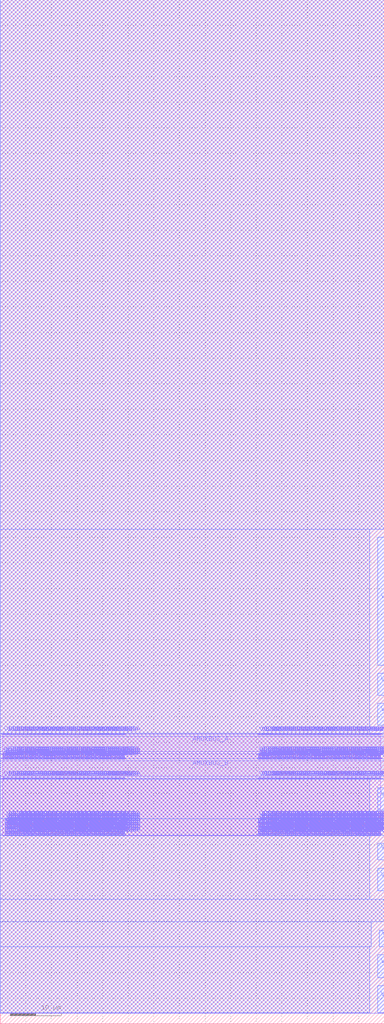
<source format=lef>
# Copyright 2020 The SkyWater PDK Authors
#
# Licensed under the Apache License, Version 2.0 (the "License");
# you may not use this file except in compliance with the License.
# You may obtain a copy of the License at
#
#     https://www.apache.org/licenses/LICENSE-2.0
#
# Unless required by applicable law or agreed to in writing, software
# distributed under the License is distributed on an "AS IS" BASIS,
# WITHOUT WARRANTIES OR CONDITIONS OF ANY KIND, either express or implied.
# See the License for the specific language governing permissions and
# limitations under the License.
#
# SPDX-License-Identifier: Apache-2.0

VERSION 5.7 ;
  NOWIREEXTENSIONATPIN ON ;
  DIVIDERCHAR "/" ;
  BUSBITCHARS "[]" ;
MACRO sky130_fd_io__overlay_vssa_hvc
  CLASS PAD ;
  FOREIGN sky130_fd_io__overlay_vssa_hvc ;
  ORIGIN  0.000000  0.000000 ;
  SIZE  75.00000 BY  200.0000 ;
  SYMMETRY X Y R90 ;
  PIN AMUXBUS_A
    DIRECTION INOUT ;
    USE SIGNAL ;
    PORT
      LAYER met4 ;
        RECT 0.000000 53.125000 75.000000 56.105000 ;
    END
  END AMUXBUS_A
  PIN AMUXBUS_B
    DIRECTION INOUT ;
    USE SIGNAL ;
    PORT
      LAYER met4 ;
        RECT 0.000000 48.365000 75.000000 51.345000 ;
    END
  END AMUXBUS_B
  PIN VCCD
    DIRECTION INOUT ;
    USE POWER ;
    PORT
      LAYER met5 ;
        RECT 73.730000 8.985000 75.000000 13.435000 ;
    END
  END VCCD
  PIN VCCHIB
    DIRECTION INOUT ;
    USE POWER ;
    PORT
      LAYER met5 ;
        RECT 73.730000 2.135000 75.000000 7.385000 ;
    END
  END VCCHIB
  PIN VDDA
    DIRECTION INOUT ;
    USE POWER ;
    PORT
      LAYER met5 ;
        RECT 74.035000 15.035000 75.000000 18.285000 ;
    END
  END VDDA
  PIN VDDIO
    DIRECTION INOUT ;
    USE POWER ;
    PORT
      LAYER met5 ;
        RECT 73.730000 70.035000 75.000000 94.985000 ;
    END
  END VDDIO
  PIN VDDIO_Q
    DIRECTION INOUT ;
    USE POWER ;
    PORT
      LAYER met5 ;
        RECT 73.730000 64.185000 75.000000 68.435000 ;
    END
  END VDDIO_Q
  PIN VSSA
    DIRECTION INOUT ;
    USE GROUND ;
    PORT
      LAYER met3 ;
        RECT 0.525000 51.655000 0.845000 51.975000 ;
      LAYER met4 ;
        RECT 0.525000 51.655000 0.845000 51.975000 ;
    END
    PORT
      LAYER met3 ;
        RECT 0.525000 52.075000 0.845000 52.395000 ;
      LAYER met4 ;
        RECT 0.525000 52.075000 0.845000 52.395000 ;
    END
    PORT
      LAYER met3 ;
        RECT 0.525000 52.495000 0.845000 52.815000 ;
      LAYER met4 ;
        RECT 0.525000 52.495000 0.845000 52.815000 ;
    END
    PORT
      LAYER met3 ;
        RECT 0.560000 47.740000 0.880000 48.060000 ;
      LAYER met4 ;
        RECT 0.560000 47.740000 0.880000 48.060000 ;
    END
    PORT
      LAYER met3 ;
        RECT 0.560000 56.410000 0.880000 56.730000 ;
      LAYER met4 ;
        RECT 0.560000 56.410000 0.880000 56.730000 ;
    END
    PORT
      LAYER met3 ;
        RECT 0.935000 51.655000 1.255000 51.975000 ;
      LAYER met4 ;
        RECT 0.935000 51.655000 1.255000 51.975000 ;
    END
    PORT
      LAYER met3 ;
        RECT 0.935000 52.075000 1.255000 52.395000 ;
      LAYER met4 ;
        RECT 0.935000 52.075000 1.255000 52.395000 ;
    END
    PORT
      LAYER met3 ;
        RECT 0.935000 52.495000 1.255000 52.815000 ;
      LAYER met4 ;
        RECT 0.935000 52.495000 1.255000 52.815000 ;
    END
    PORT
      LAYER met3 ;
        RECT 0.965000 47.740000 1.285000 48.060000 ;
      LAYER met4 ;
        RECT 0.965000 47.740000 1.285000 48.060000 ;
    END
    PORT
      LAYER met3 ;
        RECT 0.965000 56.410000 1.285000 56.730000 ;
      LAYER met4 ;
        RECT 0.965000 56.410000 1.285000 56.730000 ;
    END
    PORT
      LAYER met3 ;
        RECT 1.000000 36.760000 1.320000 37.080000 ;
      LAYER met4 ;
        RECT 1.000000 36.760000 1.320000 37.080000 ;
    END
    PORT
      LAYER met3 ;
        RECT 1.000000 37.200000 1.320000 37.520000 ;
      LAYER met4 ;
        RECT 1.000000 37.200000 1.320000 37.520000 ;
    END
    PORT
      LAYER met3 ;
        RECT 1.000000 37.640000 1.320000 37.960000 ;
      LAYER met4 ;
        RECT 1.000000 37.640000 1.320000 37.960000 ;
    END
    PORT
      LAYER met3 ;
        RECT 1.000000 38.080000 1.320000 38.400000 ;
      LAYER met4 ;
        RECT 1.000000 38.080000 1.320000 38.400000 ;
    END
    PORT
      LAYER met3 ;
        RECT 1.000000 38.520000 1.320000 38.840000 ;
      LAYER met4 ;
        RECT 1.000000 38.520000 1.320000 38.840000 ;
    END
    PORT
      LAYER met3 ;
        RECT 1.000000 38.960000 1.320000 39.280000 ;
      LAYER met4 ;
        RECT 1.000000 38.960000 1.320000 39.280000 ;
    END
    PORT
      LAYER met3 ;
        RECT 1.000000 39.400000 1.320000 39.720000 ;
      LAYER met4 ;
        RECT 1.000000 39.400000 1.320000 39.720000 ;
    END
    PORT
      LAYER met3 ;
        RECT 1.000000 39.840000 1.320000 40.160000 ;
      LAYER met4 ;
        RECT 1.000000 39.840000 1.320000 40.160000 ;
    END
    PORT
      LAYER met3 ;
        RECT 1.345000 51.655000 1.665000 51.975000 ;
      LAYER met4 ;
        RECT 1.345000 51.655000 1.665000 51.975000 ;
    END
    PORT
      LAYER met3 ;
        RECT 1.345000 52.075000 1.665000 52.395000 ;
      LAYER met4 ;
        RECT 1.345000 52.075000 1.665000 52.395000 ;
    END
    PORT
      LAYER met3 ;
        RECT 1.345000 52.495000 1.665000 52.815000 ;
      LAYER met4 ;
        RECT 1.345000 52.495000 1.665000 52.815000 ;
    END
    PORT
      LAYER met3 ;
        RECT 1.370000 47.740000 1.690000 48.060000 ;
      LAYER met4 ;
        RECT 1.370000 47.740000 1.690000 48.060000 ;
    END
    PORT
      LAYER met3 ;
        RECT 1.370000 56.410000 1.690000 56.730000 ;
      LAYER met4 ;
        RECT 1.370000 56.410000 1.690000 56.730000 ;
    END
    PORT
      LAYER met3 ;
        RECT 1.405000 36.760000 1.725000 37.080000 ;
      LAYER met4 ;
        RECT 1.405000 36.760000 1.725000 37.080000 ;
    END
    PORT
      LAYER met3 ;
        RECT 1.405000 37.200000 1.725000 37.520000 ;
      LAYER met4 ;
        RECT 1.405000 37.200000 1.725000 37.520000 ;
    END
    PORT
      LAYER met3 ;
        RECT 1.405000 37.640000 1.725000 37.960000 ;
      LAYER met4 ;
        RECT 1.405000 37.640000 1.725000 37.960000 ;
    END
    PORT
      LAYER met3 ;
        RECT 1.405000 38.080000 1.725000 38.400000 ;
      LAYER met4 ;
        RECT 1.405000 38.080000 1.725000 38.400000 ;
    END
    PORT
      LAYER met3 ;
        RECT 1.405000 38.520000 1.725000 38.840000 ;
      LAYER met4 ;
        RECT 1.405000 38.520000 1.725000 38.840000 ;
    END
    PORT
      LAYER met3 ;
        RECT 1.405000 38.960000 1.725000 39.280000 ;
      LAYER met4 ;
        RECT 1.405000 38.960000 1.725000 39.280000 ;
    END
    PORT
      LAYER met3 ;
        RECT 1.405000 39.400000 1.725000 39.720000 ;
      LAYER met4 ;
        RECT 1.405000 39.400000 1.725000 39.720000 ;
    END
    PORT
      LAYER met3 ;
        RECT 1.405000 39.840000 1.725000 40.160000 ;
      LAYER met4 ;
        RECT 1.405000 39.840000 1.725000 40.160000 ;
    END
    PORT
      LAYER met3 ;
        RECT 1.755000 51.655000 2.075000 51.975000 ;
      LAYER met4 ;
        RECT 1.755000 51.655000 2.075000 51.975000 ;
    END
    PORT
      LAYER met3 ;
        RECT 1.755000 52.075000 2.075000 52.395000 ;
      LAYER met4 ;
        RECT 1.755000 52.075000 2.075000 52.395000 ;
    END
    PORT
      LAYER met3 ;
        RECT 1.755000 52.495000 2.075000 52.815000 ;
      LAYER met4 ;
        RECT 1.755000 52.495000 2.075000 52.815000 ;
    END
    PORT
      LAYER met3 ;
        RECT 1.775000 47.740000 2.095000 48.060000 ;
      LAYER met4 ;
        RECT 1.775000 47.740000 2.095000 48.060000 ;
    END
    PORT
      LAYER met3 ;
        RECT 1.775000 56.410000 2.095000 56.730000 ;
      LAYER met4 ;
        RECT 1.775000 56.410000 2.095000 56.730000 ;
    END
    PORT
      LAYER met3 ;
        RECT 1.810000 36.760000 2.130000 37.080000 ;
      LAYER met4 ;
        RECT 1.810000 36.760000 2.130000 37.080000 ;
    END
    PORT
      LAYER met3 ;
        RECT 1.810000 37.200000 2.130000 37.520000 ;
      LAYER met4 ;
        RECT 1.810000 37.200000 2.130000 37.520000 ;
    END
    PORT
      LAYER met3 ;
        RECT 1.810000 37.640000 2.130000 37.960000 ;
      LAYER met4 ;
        RECT 1.810000 37.640000 2.130000 37.960000 ;
    END
    PORT
      LAYER met3 ;
        RECT 1.810000 38.080000 2.130000 38.400000 ;
      LAYER met4 ;
        RECT 1.810000 38.080000 2.130000 38.400000 ;
    END
    PORT
      LAYER met3 ;
        RECT 1.810000 38.520000 2.130000 38.840000 ;
      LAYER met4 ;
        RECT 1.810000 38.520000 2.130000 38.840000 ;
    END
    PORT
      LAYER met3 ;
        RECT 1.810000 38.960000 2.130000 39.280000 ;
      LAYER met4 ;
        RECT 1.810000 38.960000 2.130000 39.280000 ;
    END
    PORT
      LAYER met3 ;
        RECT 1.810000 39.400000 2.130000 39.720000 ;
      LAYER met4 ;
        RECT 1.810000 39.400000 2.130000 39.720000 ;
    END
    PORT
      LAYER met3 ;
        RECT 1.810000 39.840000 2.130000 40.160000 ;
      LAYER met4 ;
        RECT 1.810000 39.840000 2.130000 40.160000 ;
    END
    PORT
      LAYER met3 ;
        RECT 10.275000 51.655000 10.595000 51.975000 ;
      LAYER met4 ;
        RECT 10.275000 51.655000 10.595000 51.975000 ;
    END
    PORT
      LAYER met3 ;
        RECT 10.275000 52.075000 10.595000 52.395000 ;
      LAYER met4 ;
        RECT 10.275000 52.075000 10.595000 52.395000 ;
    END
    PORT
      LAYER met3 ;
        RECT 10.275000 52.495000 10.595000 52.815000 ;
      LAYER met4 ;
        RECT 10.275000 52.495000 10.595000 52.815000 ;
    END
    PORT
      LAYER met3 ;
        RECT 10.280000 47.740000 10.600000 48.060000 ;
      LAYER met4 ;
        RECT 10.280000 47.740000 10.600000 48.060000 ;
    END
    PORT
      LAYER met3 ;
        RECT 10.280000 56.410000 10.600000 56.730000 ;
      LAYER met4 ;
        RECT 10.280000 56.410000 10.600000 56.730000 ;
    END
    PORT
      LAYER met3 ;
        RECT 10.315000 36.760000 10.635000 37.080000 ;
      LAYER met4 ;
        RECT 10.315000 36.760000 10.635000 37.080000 ;
    END
    PORT
      LAYER met3 ;
        RECT 10.315000 37.200000 10.635000 37.520000 ;
      LAYER met4 ;
        RECT 10.315000 37.200000 10.635000 37.520000 ;
    END
    PORT
      LAYER met3 ;
        RECT 10.315000 37.640000 10.635000 37.960000 ;
      LAYER met4 ;
        RECT 10.315000 37.640000 10.635000 37.960000 ;
    END
    PORT
      LAYER met3 ;
        RECT 10.315000 38.080000 10.635000 38.400000 ;
      LAYER met4 ;
        RECT 10.315000 38.080000 10.635000 38.400000 ;
    END
    PORT
      LAYER met3 ;
        RECT 10.315000 38.520000 10.635000 38.840000 ;
      LAYER met4 ;
        RECT 10.315000 38.520000 10.635000 38.840000 ;
    END
    PORT
      LAYER met3 ;
        RECT 10.315000 38.960000 10.635000 39.280000 ;
      LAYER met4 ;
        RECT 10.315000 38.960000 10.635000 39.280000 ;
    END
    PORT
      LAYER met3 ;
        RECT 10.315000 39.400000 10.635000 39.720000 ;
      LAYER met4 ;
        RECT 10.315000 39.400000 10.635000 39.720000 ;
    END
    PORT
      LAYER met3 ;
        RECT 10.315000 39.840000 10.635000 40.160000 ;
      LAYER met4 ;
        RECT 10.315000 39.840000 10.635000 40.160000 ;
    END
    PORT
      LAYER met3 ;
        RECT 10.680000 51.655000 11.000000 51.975000 ;
      LAYER met4 ;
        RECT 10.680000 51.655000 11.000000 51.975000 ;
    END
    PORT
      LAYER met3 ;
        RECT 10.680000 52.075000 11.000000 52.395000 ;
      LAYER met4 ;
        RECT 10.680000 52.075000 11.000000 52.395000 ;
    END
    PORT
      LAYER met3 ;
        RECT 10.680000 52.495000 11.000000 52.815000 ;
      LAYER met4 ;
        RECT 10.680000 52.495000 11.000000 52.815000 ;
    END
    PORT
      LAYER met3 ;
        RECT 10.685000 47.740000 11.005000 48.060000 ;
      LAYER met4 ;
        RECT 10.685000 47.740000 11.005000 48.060000 ;
    END
    PORT
      LAYER met3 ;
        RECT 10.685000 56.410000 11.005000 56.730000 ;
      LAYER met4 ;
        RECT 10.685000 56.410000 11.005000 56.730000 ;
    END
    PORT
      LAYER met3 ;
        RECT 10.720000 36.760000 11.040000 37.080000 ;
      LAYER met4 ;
        RECT 10.720000 36.760000 11.040000 37.080000 ;
    END
    PORT
      LAYER met3 ;
        RECT 10.720000 37.200000 11.040000 37.520000 ;
      LAYER met4 ;
        RECT 10.720000 37.200000 11.040000 37.520000 ;
    END
    PORT
      LAYER met3 ;
        RECT 10.720000 37.640000 11.040000 37.960000 ;
      LAYER met4 ;
        RECT 10.720000 37.640000 11.040000 37.960000 ;
    END
    PORT
      LAYER met3 ;
        RECT 10.720000 38.080000 11.040000 38.400000 ;
      LAYER met4 ;
        RECT 10.720000 38.080000 11.040000 38.400000 ;
    END
    PORT
      LAYER met3 ;
        RECT 10.720000 38.520000 11.040000 38.840000 ;
      LAYER met4 ;
        RECT 10.720000 38.520000 11.040000 38.840000 ;
    END
    PORT
      LAYER met3 ;
        RECT 10.720000 38.960000 11.040000 39.280000 ;
      LAYER met4 ;
        RECT 10.720000 38.960000 11.040000 39.280000 ;
    END
    PORT
      LAYER met3 ;
        RECT 10.720000 39.400000 11.040000 39.720000 ;
      LAYER met4 ;
        RECT 10.720000 39.400000 11.040000 39.720000 ;
    END
    PORT
      LAYER met3 ;
        RECT 10.720000 39.840000 11.040000 40.160000 ;
      LAYER met4 ;
        RECT 10.720000 39.840000 11.040000 40.160000 ;
    END
    PORT
      LAYER met3 ;
        RECT 11.085000 51.655000 11.405000 51.975000 ;
      LAYER met4 ;
        RECT 11.085000 51.655000 11.405000 51.975000 ;
    END
    PORT
      LAYER met3 ;
        RECT 11.085000 52.075000 11.405000 52.395000 ;
      LAYER met4 ;
        RECT 11.085000 52.075000 11.405000 52.395000 ;
    END
    PORT
      LAYER met3 ;
        RECT 11.085000 52.495000 11.405000 52.815000 ;
      LAYER met4 ;
        RECT 11.085000 52.495000 11.405000 52.815000 ;
    END
    PORT
      LAYER met3 ;
        RECT 11.090000 47.740000 11.410000 48.060000 ;
      LAYER met4 ;
        RECT 11.090000 47.740000 11.410000 48.060000 ;
    END
    PORT
      LAYER met3 ;
        RECT 11.090000 56.410000 11.410000 56.730000 ;
      LAYER met4 ;
        RECT 11.090000 56.410000 11.410000 56.730000 ;
    END
    PORT
      LAYER met3 ;
        RECT 11.125000 36.760000 11.445000 37.080000 ;
      LAYER met4 ;
        RECT 11.125000 36.760000 11.445000 37.080000 ;
    END
    PORT
      LAYER met3 ;
        RECT 11.125000 37.200000 11.445000 37.520000 ;
      LAYER met4 ;
        RECT 11.125000 37.200000 11.445000 37.520000 ;
    END
    PORT
      LAYER met3 ;
        RECT 11.125000 37.640000 11.445000 37.960000 ;
      LAYER met4 ;
        RECT 11.125000 37.640000 11.445000 37.960000 ;
    END
    PORT
      LAYER met3 ;
        RECT 11.125000 38.080000 11.445000 38.400000 ;
      LAYER met4 ;
        RECT 11.125000 38.080000 11.445000 38.400000 ;
    END
    PORT
      LAYER met3 ;
        RECT 11.125000 38.520000 11.445000 38.840000 ;
      LAYER met4 ;
        RECT 11.125000 38.520000 11.445000 38.840000 ;
    END
    PORT
      LAYER met3 ;
        RECT 11.125000 38.960000 11.445000 39.280000 ;
      LAYER met4 ;
        RECT 11.125000 38.960000 11.445000 39.280000 ;
    END
    PORT
      LAYER met3 ;
        RECT 11.125000 39.400000 11.445000 39.720000 ;
      LAYER met4 ;
        RECT 11.125000 39.400000 11.445000 39.720000 ;
    END
    PORT
      LAYER met3 ;
        RECT 11.125000 39.840000 11.445000 40.160000 ;
      LAYER met4 ;
        RECT 11.125000 39.840000 11.445000 40.160000 ;
    END
    PORT
      LAYER met3 ;
        RECT 11.490000 51.655000 11.810000 51.975000 ;
      LAYER met4 ;
        RECT 11.490000 51.655000 11.810000 51.975000 ;
    END
    PORT
      LAYER met3 ;
        RECT 11.490000 52.075000 11.810000 52.395000 ;
      LAYER met4 ;
        RECT 11.490000 52.075000 11.810000 52.395000 ;
    END
    PORT
      LAYER met3 ;
        RECT 11.490000 52.495000 11.810000 52.815000 ;
      LAYER met4 ;
        RECT 11.490000 52.495000 11.810000 52.815000 ;
    END
    PORT
      LAYER met3 ;
        RECT 11.495000 47.740000 11.815000 48.060000 ;
      LAYER met4 ;
        RECT 11.495000 47.740000 11.815000 48.060000 ;
    END
    PORT
      LAYER met3 ;
        RECT 11.495000 56.410000 11.815000 56.730000 ;
      LAYER met4 ;
        RECT 11.495000 56.410000 11.815000 56.730000 ;
    END
    PORT
      LAYER met3 ;
        RECT 11.530000 36.760000 11.850000 37.080000 ;
      LAYER met4 ;
        RECT 11.530000 36.760000 11.850000 37.080000 ;
    END
    PORT
      LAYER met3 ;
        RECT 11.530000 37.200000 11.850000 37.520000 ;
      LAYER met4 ;
        RECT 11.530000 37.200000 11.850000 37.520000 ;
    END
    PORT
      LAYER met3 ;
        RECT 11.530000 37.640000 11.850000 37.960000 ;
      LAYER met4 ;
        RECT 11.530000 37.640000 11.850000 37.960000 ;
    END
    PORT
      LAYER met3 ;
        RECT 11.530000 38.080000 11.850000 38.400000 ;
      LAYER met4 ;
        RECT 11.530000 38.080000 11.850000 38.400000 ;
    END
    PORT
      LAYER met3 ;
        RECT 11.530000 38.520000 11.850000 38.840000 ;
      LAYER met4 ;
        RECT 11.530000 38.520000 11.850000 38.840000 ;
    END
    PORT
      LAYER met3 ;
        RECT 11.530000 38.960000 11.850000 39.280000 ;
      LAYER met4 ;
        RECT 11.530000 38.960000 11.850000 39.280000 ;
    END
    PORT
      LAYER met3 ;
        RECT 11.530000 39.400000 11.850000 39.720000 ;
      LAYER met4 ;
        RECT 11.530000 39.400000 11.850000 39.720000 ;
    END
    PORT
      LAYER met3 ;
        RECT 11.530000 39.840000 11.850000 40.160000 ;
      LAYER met4 ;
        RECT 11.530000 39.840000 11.850000 40.160000 ;
    END
    PORT
      LAYER met3 ;
        RECT 11.895000 51.655000 12.215000 51.975000 ;
      LAYER met4 ;
        RECT 11.895000 51.655000 12.215000 51.975000 ;
    END
    PORT
      LAYER met3 ;
        RECT 11.895000 52.075000 12.215000 52.395000 ;
      LAYER met4 ;
        RECT 11.895000 52.075000 12.215000 52.395000 ;
    END
    PORT
      LAYER met3 ;
        RECT 11.895000 52.495000 12.215000 52.815000 ;
      LAYER met4 ;
        RECT 11.895000 52.495000 12.215000 52.815000 ;
    END
    PORT
      LAYER met3 ;
        RECT 11.900000 47.740000 12.220000 48.060000 ;
      LAYER met4 ;
        RECT 11.900000 47.740000 12.220000 48.060000 ;
    END
    PORT
      LAYER met3 ;
        RECT 11.900000 56.410000 12.220000 56.730000 ;
      LAYER met4 ;
        RECT 11.900000 56.410000 12.220000 56.730000 ;
    END
    PORT
      LAYER met3 ;
        RECT 11.935000 36.760000 12.255000 37.080000 ;
      LAYER met4 ;
        RECT 11.935000 36.760000 12.255000 37.080000 ;
    END
    PORT
      LAYER met3 ;
        RECT 11.935000 37.200000 12.255000 37.520000 ;
      LAYER met4 ;
        RECT 11.935000 37.200000 12.255000 37.520000 ;
    END
    PORT
      LAYER met3 ;
        RECT 11.935000 37.640000 12.255000 37.960000 ;
      LAYER met4 ;
        RECT 11.935000 37.640000 12.255000 37.960000 ;
    END
    PORT
      LAYER met3 ;
        RECT 11.935000 38.080000 12.255000 38.400000 ;
      LAYER met4 ;
        RECT 11.935000 38.080000 12.255000 38.400000 ;
    END
    PORT
      LAYER met3 ;
        RECT 11.935000 38.520000 12.255000 38.840000 ;
      LAYER met4 ;
        RECT 11.935000 38.520000 12.255000 38.840000 ;
    END
    PORT
      LAYER met3 ;
        RECT 11.935000 38.960000 12.255000 39.280000 ;
      LAYER met4 ;
        RECT 11.935000 38.960000 12.255000 39.280000 ;
    END
    PORT
      LAYER met3 ;
        RECT 11.935000 39.400000 12.255000 39.720000 ;
      LAYER met4 ;
        RECT 11.935000 39.400000 12.255000 39.720000 ;
    END
    PORT
      LAYER met3 ;
        RECT 11.935000 39.840000 12.255000 40.160000 ;
      LAYER met4 ;
        RECT 11.935000 39.840000 12.255000 40.160000 ;
    END
    PORT
      LAYER met3 ;
        RECT 12.300000 51.655000 12.620000 51.975000 ;
      LAYER met4 ;
        RECT 12.300000 51.655000 12.620000 51.975000 ;
    END
    PORT
      LAYER met3 ;
        RECT 12.300000 52.075000 12.620000 52.395000 ;
      LAYER met4 ;
        RECT 12.300000 52.075000 12.620000 52.395000 ;
    END
    PORT
      LAYER met3 ;
        RECT 12.300000 52.495000 12.620000 52.815000 ;
      LAYER met4 ;
        RECT 12.300000 52.495000 12.620000 52.815000 ;
    END
    PORT
      LAYER met3 ;
        RECT 12.305000 47.740000 12.625000 48.060000 ;
      LAYER met4 ;
        RECT 12.305000 47.740000 12.625000 48.060000 ;
    END
    PORT
      LAYER met3 ;
        RECT 12.305000 56.410000 12.625000 56.730000 ;
      LAYER met4 ;
        RECT 12.305000 56.410000 12.625000 56.730000 ;
    END
    PORT
      LAYER met3 ;
        RECT 12.340000 36.760000 12.660000 37.080000 ;
      LAYER met4 ;
        RECT 12.340000 36.760000 12.660000 37.080000 ;
    END
    PORT
      LAYER met3 ;
        RECT 12.340000 37.200000 12.660000 37.520000 ;
      LAYER met4 ;
        RECT 12.340000 37.200000 12.660000 37.520000 ;
    END
    PORT
      LAYER met3 ;
        RECT 12.340000 37.640000 12.660000 37.960000 ;
      LAYER met4 ;
        RECT 12.340000 37.640000 12.660000 37.960000 ;
    END
    PORT
      LAYER met3 ;
        RECT 12.340000 38.080000 12.660000 38.400000 ;
      LAYER met4 ;
        RECT 12.340000 38.080000 12.660000 38.400000 ;
    END
    PORT
      LAYER met3 ;
        RECT 12.340000 38.520000 12.660000 38.840000 ;
      LAYER met4 ;
        RECT 12.340000 38.520000 12.660000 38.840000 ;
    END
    PORT
      LAYER met3 ;
        RECT 12.340000 38.960000 12.660000 39.280000 ;
      LAYER met4 ;
        RECT 12.340000 38.960000 12.660000 39.280000 ;
    END
    PORT
      LAYER met3 ;
        RECT 12.340000 39.400000 12.660000 39.720000 ;
      LAYER met4 ;
        RECT 12.340000 39.400000 12.660000 39.720000 ;
    END
    PORT
      LAYER met3 ;
        RECT 12.340000 39.840000 12.660000 40.160000 ;
      LAYER met4 ;
        RECT 12.340000 39.840000 12.660000 40.160000 ;
    END
    PORT
      LAYER met3 ;
        RECT 12.705000 51.655000 13.025000 51.975000 ;
      LAYER met4 ;
        RECT 12.705000 51.655000 13.025000 51.975000 ;
    END
    PORT
      LAYER met3 ;
        RECT 12.705000 52.075000 13.025000 52.395000 ;
      LAYER met4 ;
        RECT 12.705000 52.075000 13.025000 52.395000 ;
    END
    PORT
      LAYER met3 ;
        RECT 12.705000 52.495000 13.025000 52.815000 ;
      LAYER met4 ;
        RECT 12.705000 52.495000 13.025000 52.815000 ;
    END
    PORT
      LAYER met3 ;
        RECT 12.710000 47.740000 13.030000 48.060000 ;
      LAYER met4 ;
        RECT 12.710000 47.740000 13.030000 48.060000 ;
    END
    PORT
      LAYER met3 ;
        RECT 12.710000 56.410000 13.030000 56.730000 ;
      LAYER met4 ;
        RECT 12.710000 56.410000 13.030000 56.730000 ;
    END
    PORT
      LAYER met3 ;
        RECT 12.745000 36.760000 13.065000 37.080000 ;
      LAYER met4 ;
        RECT 12.745000 36.760000 13.065000 37.080000 ;
    END
    PORT
      LAYER met3 ;
        RECT 12.745000 37.200000 13.065000 37.520000 ;
      LAYER met4 ;
        RECT 12.745000 37.200000 13.065000 37.520000 ;
    END
    PORT
      LAYER met3 ;
        RECT 12.745000 37.640000 13.065000 37.960000 ;
      LAYER met4 ;
        RECT 12.745000 37.640000 13.065000 37.960000 ;
    END
    PORT
      LAYER met3 ;
        RECT 12.745000 38.080000 13.065000 38.400000 ;
      LAYER met4 ;
        RECT 12.745000 38.080000 13.065000 38.400000 ;
    END
    PORT
      LAYER met3 ;
        RECT 12.745000 38.520000 13.065000 38.840000 ;
      LAYER met4 ;
        RECT 12.745000 38.520000 13.065000 38.840000 ;
    END
    PORT
      LAYER met3 ;
        RECT 12.745000 38.960000 13.065000 39.280000 ;
      LAYER met4 ;
        RECT 12.745000 38.960000 13.065000 39.280000 ;
    END
    PORT
      LAYER met3 ;
        RECT 12.745000 39.400000 13.065000 39.720000 ;
      LAYER met4 ;
        RECT 12.745000 39.400000 13.065000 39.720000 ;
    END
    PORT
      LAYER met3 ;
        RECT 12.745000 39.840000 13.065000 40.160000 ;
      LAYER met4 ;
        RECT 12.745000 39.840000 13.065000 40.160000 ;
    END
    PORT
      LAYER met3 ;
        RECT 13.110000 51.655000 13.430000 51.975000 ;
      LAYER met4 ;
        RECT 13.110000 51.655000 13.430000 51.975000 ;
    END
    PORT
      LAYER met3 ;
        RECT 13.110000 52.075000 13.430000 52.395000 ;
      LAYER met4 ;
        RECT 13.110000 52.075000 13.430000 52.395000 ;
    END
    PORT
      LAYER met3 ;
        RECT 13.110000 52.495000 13.430000 52.815000 ;
      LAYER met4 ;
        RECT 13.110000 52.495000 13.430000 52.815000 ;
    END
    PORT
      LAYER met3 ;
        RECT 13.115000 47.740000 13.435000 48.060000 ;
      LAYER met4 ;
        RECT 13.115000 47.740000 13.435000 48.060000 ;
    END
    PORT
      LAYER met3 ;
        RECT 13.115000 56.410000 13.435000 56.730000 ;
      LAYER met4 ;
        RECT 13.115000 56.410000 13.435000 56.730000 ;
    END
    PORT
      LAYER met3 ;
        RECT 13.150000 36.760000 13.470000 37.080000 ;
      LAYER met4 ;
        RECT 13.150000 36.760000 13.470000 37.080000 ;
    END
    PORT
      LAYER met3 ;
        RECT 13.150000 37.200000 13.470000 37.520000 ;
      LAYER met4 ;
        RECT 13.150000 37.200000 13.470000 37.520000 ;
    END
    PORT
      LAYER met3 ;
        RECT 13.150000 37.640000 13.470000 37.960000 ;
      LAYER met4 ;
        RECT 13.150000 37.640000 13.470000 37.960000 ;
    END
    PORT
      LAYER met3 ;
        RECT 13.150000 38.080000 13.470000 38.400000 ;
      LAYER met4 ;
        RECT 13.150000 38.080000 13.470000 38.400000 ;
    END
    PORT
      LAYER met3 ;
        RECT 13.150000 38.520000 13.470000 38.840000 ;
      LAYER met4 ;
        RECT 13.150000 38.520000 13.470000 38.840000 ;
    END
    PORT
      LAYER met3 ;
        RECT 13.150000 38.960000 13.470000 39.280000 ;
      LAYER met4 ;
        RECT 13.150000 38.960000 13.470000 39.280000 ;
    END
    PORT
      LAYER met3 ;
        RECT 13.150000 39.400000 13.470000 39.720000 ;
      LAYER met4 ;
        RECT 13.150000 39.400000 13.470000 39.720000 ;
    END
    PORT
      LAYER met3 ;
        RECT 13.150000 39.840000 13.470000 40.160000 ;
      LAYER met4 ;
        RECT 13.150000 39.840000 13.470000 40.160000 ;
    END
    PORT
      LAYER met3 ;
        RECT 13.515000 51.655000 13.835000 51.975000 ;
      LAYER met4 ;
        RECT 13.515000 51.655000 13.835000 51.975000 ;
    END
    PORT
      LAYER met3 ;
        RECT 13.515000 52.075000 13.835000 52.395000 ;
      LAYER met4 ;
        RECT 13.515000 52.075000 13.835000 52.395000 ;
    END
    PORT
      LAYER met3 ;
        RECT 13.515000 52.495000 13.835000 52.815000 ;
      LAYER met4 ;
        RECT 13.515000 52.495000 13.835000 52.815000 ;
    END
    PORT
      LAYER met3 ;
        RECT 13.520000 47.740000 13.840000 48.060000 ;
      LAYER met4 ;
        RECT 13.520000 47.740000 13.840000 48.060000 ;
    END
    PORT
      LAYER met3 ;
        RECT 13.520000 56.410000 13.840000 56.730000 ;
      LAYER met4 ;
        RECT 13.520000 56.410000 13.840000 56.730000 ;
    END
    PORT
      LAYER met3 ;
        RECT 13.555000 36.760000 13.875000 37.080000 ;
      LAYER met4 ;
        RECT 13.555000 36.760000 13.875000 37.080000 ;
    END
    PORT
      LAYER met3 ;
        RECT 13.555000 37.200000 13.875000 37.520000 ;
      LAYER met4 ;
        RECT 13.555000 37.200000 13.875000 37.520000 ;
    END
    PORT
      LAYER met3 ;
        RECT 13.555000 37.640000 13.875000 37.960000 ;
      LAYER met4 ;
        RECT 13.555000 37.640000 13.875000 37.960000 ;
    END
    PORT
      LAYER met3 ;
        RECT 13.555000 38.080000 13.875000 38.400000 ;
      LAYER met4 ;
        RECT 13.555000 38.080000 13.875000 38.400000 ;
    END
    PORT
      LAYER met3 ;
        RECT 13.555000 38.520000 13.875000 38.840000 ;
      LAYER met4 ;
        RECT 13.555000 38.520000 13.875000 38.840000 ;
    END
    PORT
      LAYER met3 ;
        RECT 13.555000 38.960000 13.875000 39.280000 ;
      LAYER met4 ;
        RECT 13.555000 38.960000 13.875000 39.280000 ;
    END
    PORT
      LAYER met3 ;
        RECT 13.555000 39.400000 13.875000 39.720000 ;
      LAYER met4 ;
        RECT 13.555000 39.400000 13.875000 39.720000 ;
    END
    PORT
      LAYER met3 ;
        RECT 13.555000 39.840000 13.875000 40.160000 ;
      LAYER met4 ;
        RECT 13.555000 39.840000 13.875000 40.160000 ;
    END
    PORT
      LAYER met3 ;
        RECT 13.920000 51.655000 14.240000 51.975000 ;
      LAYER met4 ;
        RECT 13.920000 51.655000 14.240000 51.975000 ;
    END
    PORT
      LAYER met3 ;
        RECT 13.920000 52.075000 14.240000 52.395000 ;
      LAYER met4 ;
        RECT 13.920000 52.075000 14.240000 52.395000 ;
    END
    PORT
      LAYER met3 ;
        RECT 13.920000 52.495000 14.240000 52.815000 ;
      LAYER met4 ;
        RECT 13.920000 52.495000 14.240000 52.815000 ;
    END
    PORT
      LAYER met3 ;
        RECT 13.925000 47.740000 14.245000 48.060000 ;
      LAYER met4 ;
        RECT 13.925000 47.740000 14.245000 48.060000 ;
    END
    PORT
      LAYER met3 ;
        RECT 13.925000 56.410000 14.245000 56.730000 ;
      LAYER met4 ;
        RECT 13.925000 56.410000 14.245000 56.730000 ;
    END
    PORT
      LAYER met3 ;
        RECT 13.960000 36.760000 14.280000 37.080000 ;
      LAYER met4 ;
        RECT 13.960000 36.760000 14.280000 37.080000 ;
    END
    PORT
      LAYER met3 ;
        RECT 13.960000 37.200000 14.280000 37.520000 ;
      LAYER met4 ;
        RECT 13.960000 37.200000 14.280000 37.520000 ;
    END
    PORT
      LAYER met3 ;
        RECT 13.960000 37.640000 14.280000 37.960000 ;
      LAYER met4 ;
        RECT 13.960000 37.640000 14.280000 37.960000 ;
    END
    PORT
      LAYER met3 ;
        RECT 13.960000 38.080000 14.280000 38.400000 ;
      LAYER met4 ;
        RECT 13.960000 38.080000 14.280000 38.400000 ;
    END
    PORT
      LAYER met3 ;
        RECT 13.960000 38.520000 14.280000 38.840000 ;
      LAYER met4 ;
        RECT 13.960000 38.520000 14.280000 38.840000 ;
    END
    PORT
      LAYER met3 ;
        RECT 13.960000 38.960000 14.280000 39.280000 ;
      LAYER met4 ;
        RECT 13.960000 38.960000 14.280000 39.280000 ;
    END
    PORT
      LAYER met3 ;
        RECT 13.960000 39.400000 14.280000 39.720000 ;
      LAYER met4 ;
        RECT 13.960000 39.400000 14.280000 39.720000 ;
    END
    PORT
      LAYER met3 ;
        RECT 13.960000 39.840000 14.280000 40.160000 ;
      LAYER met4 ;
        RECT 13.960000 39.840000 14.280000 40.160000 ;
    END
    PORT
      LAYER met3 ;
        RECT 14.325000 51.655000 14.645000 51.975000 ;
      LAYER met4 ;
        RECT 14.325000 51.655000 14.645000 51.975000 ;
    END
    PORT
      LAYER met3 ;
        RECT 14.325000 52.075000 14.645000 52.395000 ;
      LAYER met4 ;
        RECT 14.325000 52.075000 14.645000 52.395000 ;
    END
    PORT
      LAYER met3 ;
        RECT 14.325000 52.495000 14.645000 52.815000 ;
      LAYER met4 ;
        RECT 14.325000 52.495000 14.645000 52.815000 ;
    END
    PORT
      LAYER met3 ;
        RECT 14.330000 47.740000 14.650000 48.060000 ;
      LAYER met4 ;
        RECT 14.330000 47.740000 14.650000 48.060000 ;
    END
    PORT
      LAYER met3 ;
        RECT 14.330000 56.410000 14.650000 56.730000 ;
      LAYER met4 ;
        RECT 14.330000 56.410000 14.650000 56.730000 ;
    END
    PORT
      LAYER met3 ;
        RECT 14.365000 36.760000 14.685000 37.080000 ;
      LAYER met4 ;
        RECT 14.365000 36.760000 14.685000 37.080000 ;
    END
    PORT
      LAYER met3 ;
        RECT 14.365000 37.200000 14.685000 37.520000 ;
      LAYER met4 ;
        RECT 14.365000 37.200000 14.685000 37.520000 ;
    END
    PORT
      LAYER met3 ;
        RECT 14.365000 37.640000 14.685000 37.960000 ;
      LAYER met4 ;
        RECT 14.365000 37.640000 14.685000 37.960000 ;
    END
    PORT
      LAYER met3 ;
        RECT 14.365000 38.080000 14.685000 38.400000 ;
      LAYER met4 ;
        RECT 14.365000 38.080000 14.685000 38.400000 ;
    END
    PORT
      LAYER met3 ;
        RECT 14.365000 38.520000 14.685000 38.840000 ;
      LAYER met4 ;
        RECT 14.365000 38.520000 14.685000 38.840000 ;
    END
    PORT
      LAYER met3 ;
        RECT 14.365000 38.960000 14.685000 39.280000 ;
      LAYER met4 ;
        RECT 14.365000 38.960000 14.685000 39.280000 ;
    END
    PORT
      LAYER met3 ;
        RECT 14.365000 39.400000 14.685000 39.720000 ;
      LAYER met4 ;
        RECT 14.365000 39.400000 14.685000 39.720000 ;
    END
    PORT
      LAYER met3 ;
        RECT 14.365000 39.840000 14.685000 40.160000 ;
      LAYER met4 ;
        RECT 14.365000 39.840000 14.685000 40.160000 ;
    END
    PORT
      LAYER met3 ;
        RECT 14.730000 51.655000 15.050000 51.975000 ;
      LAYER met4 ;
        RECT 14.730000 51.655000 15.050000 51.975000 ;
    END
    PORT
      LAYER met3 ;
        RECT 14.730000 52.075000 15.050000 52.395000 ;
      LAYER met4 ;
        RECT 14.730000 52.075000 15.050000 52.395000 ;
    END
    PORT
      LAYER met3 ;
        RECT 14.730000 52.495000 15.050000 52.815000 ;
      LAYER met4 ;
        RECT 14.730000 52.495000 15.050000 52.815000 ;
    END
    PORT
      LAYER met3 ;
        RECT 14.735000 47.740000 15.055000 48.060000 ;
      LAYER met4 ;
        RECT 14.735000 47.740000 15.055000 48.060000 ;
    END
    PORT
      LAYER met3 ;
        RECT 14.735000 56.410000 15.055000 56.730000 ;
      LAYER met4 ;
        RECT 14.735000 56.410000 15.055000 56.730000 ;
    END
    PORT
      LAYER met3 ;
        RECT 14.770000 36.760000 15.090000 37.080000 ;
      LAYER met4 ;
        RECT 14.770000 36.760000 15.090000 37.080000 ;
    END
    PORT
      LAYER met3 ;
        RECT 14.770000 37.200000 15.090000 37.520000 ;
      LAYER met4 ;
        RECT 14.770000 37.200000 15.090000 37.520000 ;
    END
    PORT
      LAYER met3 ;
        RECT 14.770000 37.640000 15.090000 37.960000 ;
      LAYER met4 ;
        RECT 14.770000 37.640000 15.090000 37.960000 ;
    END
    PORT
      LAYER met3 ;
        RECT 14.770000 38.080000 15.090000 38.400000 ;
      LAYER met4 ;
        RECT 14.770000 38.080000 15.090000 38.400000 ;
    END
    PORT
      LAYER met3 ;
        RECT 14.770000 38.520000 15.090000 38.840000 ;
      LAYER met4 ;
        RECT 14.770000 38.520000 15.090000 38.840000 ;
    END
    PORT
      LAYER met3 ;
        RECT 14.770000 38.960000 15.090000 39.280000 ;
      LAYER met4 ;
        RECT 14.770000 38.960000 15.090000 39.280000 ;
    END
    PORT
      LAYER met3 ;
        RECT 14.770000 39.400000 15.090000 39.720000 ;
      LAYER met4 ;
        RECT 14.770000 39.400000 15.090000 39.720000 ;
    END
    PORT
      LAYER met3 ;
        RECT 14.770000 39.840000 15.090000 40.160000 ;
      LAYER met4 ;
        RECT 14.770000 39.840000 15.090000 40.160000 ;
    END
    PORT
      LAYER met3 ;
        RECT 15.135000 51.655000 15.455000 51.975000 ;
      LAYER met4 ;
        RECT 15.135000 51.655000 15.455000 51.975000 ;
    END
    PORT
      LAYER met3 ;
        RECT 15.135000 52.075000 15.455000 52.395000 ;
      LAYER met4 ;
        RECT 15.135000 52.075000 15.455000 52.395000 ;
    END
    PORT
      LAYER met3 ;
        RECT 15.135000 52.495000 15.455000 52.815000 ;
      LAYER met4 ;
        RECT 15.135000 52.495000 15.455000 52.815000 ;
    END
    PORT
      LAYER met3 ;
        RECT 15.140000 47.740000 15.460000 48.060000 ;
      LAYER met4 ;
        RECT 15.140000 47.740000 15.460000 48.060000 ;
    END
    PORT
      LAYER met3 ;
        RECT 15.140000 56.410000 15.460000 56.730000 ;
      LAYER met4 ;
        RECT 15.140000 56.410000 15.460000 56.730000 ;
    END
    PORT
      LAYER met3 ;
        RECT 15.175000 36.760000 15.495000 37.080000 ;
      LAYER met4 ;
        RECT 15.175000 36.760000 15.495000 37.080000 ;
    END
    PORT
      LAYER met3 ;
        RECT 15.175000 37.200000 15.495000 37.520000 ;
      LAYER met4 ;
        RECT 15.175000 37.200000 15.495000 37.520000 ;
    END
    PORT
      LAYER met3 ;
        RECT 15.175000 37.640000 15.495000 37.960000 ;
      LAYER met4 ;
        RECT 15.175000 37.640000 15.495000 37.960000 ;
    END
    PORT
      LAYER met3 ;
        RECT 15.175000 38.080000 15.495000 38.400000 ;
      LAYER met4 ;
        RECT 15.175000 38.080000 15.495000 38.400000 ;
    END
    PORT
      LAYER met3 ;
        RECT 15.175000 38.520000 15.495000 38.840000 ;
      LAYER met4 ;
        RECT 15.175000 38.520000 15.495000 38.840000 ;
    END
    PORT
      LAYER met3 ;
        RECT 15.175000 38.960000 15.495000 39.280000 ;
      LAYER met4 ;
        RECT 15.175000 38.960000 15.495000 39.280000 ;
    END
    PORT
      LAYER met3 ;
        RECT 15.175000 39.400000 15.495000 39.720000 ;
      LAYER met4 ;
        RECT 15.175000 39.400000 15.495000 39.720000 ;
    END
    PORT
      LAYER met3 ;
        RECT 15.175000 39.840000 15.495000 40.160000 ;
      LAYER met4 ;
        RECT 15.175000 39.840000 15.495000 40.160000 ;
    END
    PORT
      LAYER met3 ;
        RECT 15.540000 51.655000 15.860000 51.975000 ;
      LAYER met4 ;
        RECT 15.540000 51.655000 15.860000 51.975000 ;
    END
    PORT
      LAYER met3 ;
        RECT 15.540000 52.075000 15.860000 52.395000 ;
      LAYER met4 ;
        RECT 15.540000 52.075000 15.860000 52.395000 ;
    END
    PORT
      LAYER met3 ;
        RECT 15.540000 52.495000 15.860000 52.815000 ;
      LAYER met4 ;
        RECT 15.540000 52.495000 15.860000 52.815000 ;
    END
    PORT
      LAYER met3 ;
        RECT 15.545000 47.740000 15.865000 48.060000 ;
      LAYER met4 ;
        RECT 15.545000 47.740000 15.865000 48.060000 ;
    END
    PORT
      LAYER met3 ;
        RECT 15.545000 56.410000 15.865000 56.730000 ;
      LAYER met4 ;
        RECT 15.545000 56.410000 15.865000 56.730000 ;
    END
    PORT
      LAYER met3 ;
        RECT 15.580000 36.760000 15.900000 37.080000 ;
      LAYER met4 ;
        RECT 15.580000 36.760000 15.900000 37.080000 ;
    END
    PORT
      LAYER met3 ;
        RECT 15.580000 37.200000 15.900000 37.520000 ;
      LAYER met4 ;
        RECT 15.580000 37.200000 15.900000 37.520000 ;
    END
    PORT
      LAYER met3 ;
        RECT 15.580000 37.640000 15.900000 37.960000 ;
      LAYER met4 ;
        RECT 15.580000 37.640000 15.900000 37.960000 ;
    END
    PORT
      LAYER met3 ;
        RECT 15.580000 38.080000 15.900000 38.400000 ;
      LAYER met4 ;
        RECT 15.580000 38.080000 15.900000 38.400000 ;
    END
    PORT
      LAYER met3 ;
        RECT 15.580000 38.520000 15.900000 38.840000 ;
      LAYER met4 ;
        RECT 15.580000 38.520000 15.900000 38.840000 ;
    END
    PORT
      LAYER met3 ;
        RECT 15.580000 38.960000 15.900000 39.280000 ;
      LAYER met4 ;
        RECT 15.580000 38.960000 15.900000 39.280000 ;
    END
    PORT
      LAYER met3 ;
        RECT 15.580000 39.400000 15.900000 39.720000 ;
      LAYER met4 ;
        RECT 15.580000 39.400000 15.900000 39.720000 ;
    END
    PORT
      LAYER met3 ;
        RECT 15.580000 39.840000 15.900000 40.160000 ;
      LAYER met4 ;
        RECT 15.580000 39.840000 15.900000 40.160000 ;
    END
    PORT
      LAYER met3 ;
        RECT 15.945000 51.655000 16.265000 51.975000 ;
      LAYER met4 ;
        RECT 15.945000 51.655000 16.265000 51.975000 ;
    END
    PORT
      LAYER met3 ;
        RECT 15.945000 52.075000 16.265000 52.395000 ;
      LAYER met4 ;
        RECT 15.945000 52.075000 16.265000 52.395000 ;
    END
    PORT
      LAYER met3 ;
        RECT 15.945000 52.495000 16.265000 52.815000 ;
      LAYER met4 ;
        RECT 15.945000 52.495000 16.265000 52.815000 ;
    END
    PORT
      LAYER met3 ;
        RECT 15.950000 47.740000 16.270000 48.060000 ;
      LAYER met4 ;
        RECT 15.950000 47.740000 16.270000 48.060000 ;
    END
    PORT
      LAYER met3 ;
        RECT 15.950000 56.410000 16.270000 56.730000 ;
      LAYER met4 ;
        RECT 15.950000 56.410000 16.270000 56.730000 ;
    END
    PORT
      LAYER met3 ;
        RECT 15.985000 36.760000 16.305000 37.080000 ;
      LAYER met4 ;
        RECT 15.985000 36.760000 16.305000 37.080000 ;
    END
    PORT
      LAYER met3 ;
        RECT 15.985000 37.200000 16.305000 37.520000 ;
      LAYER met4 ;
        RECT 15.985000 37.200000 16.305000 37.520000 ;
    END
    PORT
      LAYER met3 ;
        RECT 15.985000 37.640000 16.305000 37.960000 ;
      LAYER met4 ;
        RECT 15.985000 37.640000 16.305000 37.960000 ;
    END
    PORT
      LAYER met3 ;
        RECT 15.985000 38.080000 16.305000 38.400000 ;
      LAYER met4 ;
        RECT 15.985000 38.080000 16.305000 38.400000 ;
    END
    PORT
      LAYER met3 ;
        RECT 15.985000 38.520000 16.305000 38.840000 ;
      LAYER met4 ;
        RECT 15.985000 38.520000 16.305000 38.840000 ;
    END
    PORT
      LAYER met3 ;
        RECT 15.985000 38.960000 16.305000 39.280000 ;
      LAYER met4 ;
        RECT 15.985000 38.960000 16.305000 39.280000 ;
    END
    PORT
      LAYER met3 ;
        RECT 15.985000 39.400000 16.305000 39.720000 ;
      LAYER met4 ;
        RECT 15.985000 39.400000 16.305000 39.720000 ;
    END
    PORT
      LAYER met3 ;
        RECT 15.985000 39.840000 16.305000 40.160000 ;
      LAYER met4 ;
        RECT 15.985000 39.840000 16.305000 40.160000 ;
    END
    PORT
      LAYER met3 ;
        RECT 16.350000 51.655000 16.670000 51.975000 ;
      LAYER met4 ;
        RECT 16.350000 51.655000 16.670000 51.975000 ;
    END
    PORT
      LAYER met3 ;
        RECT 16.350000 52.075000 16.670000 52.395000 ;
      LAYER met4 ;
        RECT 16.350000 52.075000 16.670000 52.395000 ;
    END
    PORT
      LAYER met3 ;
        RECT 16.350000 52.495000 16.670000 52.815000 ;
      LAYER met4 ;
        RECT 16.350000 52.495000 16.670000 52.815000 ;
    END
    PORT
      LAYER met3 ;
        RECT 16.355000 47.740000 16.675000 48.060000 ;
      LAYER met4 ;
        RECT 16.355000 47.740000 16.675000 48.060000 ;
    END
    PORT
      LAYER met3 ;
        RECT 16.355000 56.410000 16.675000 56.730000 ;
      LAYER met4 ;
        RECT 16.355000 56.410000 16.675000 56.730000 ;
    END
    PORT
      LAYER met3 ;
        RECT 16.390000 36.760000 16.710000 37.080000 ;
      LAYER met4 ;
        RECT 16.390000 36.760000 16.710000 37.080000 ;
    END
    PORT
      LAYER met3 ;
        RECT 16.390000 37.200000 16.710000 37.520000 ;
      LAYER met4 ;
        RECT 16.390000 37.200000 16.710000 37.520000 ;
    END
    PORT
      LAYER met3 ;
        RECT 16.390000 37.640000 16.710000 37.960000 ;
      LAYER met4 ;
        RECT 16.390000 37.640000 16.710000 37.960000 ;
    END
    PORT
      LAYER met3 ;
        RECT 16.390000 38.080000 16.710000 38.400000 ;
      LAYER met4 ;
        RECT 16.390000 38.080000 16.710000 38.400000 ;
    END
    PORT
      LAYER met3 ;
        RECT 16.390000 38.520000 16.710000 38.840000 ;
      LAYER met4 ;
        RECT 16.390000 38.520000 16.710000 38.840000 ;
    END
    PORT
      LAYER met3 ;
        RECT 16.390000 38.960000 16.710000 39.280000 ;
      LAYER met4 ;
        RECT 16.390000 38.960000 16.710000 39.280000 ;
    END
    PORT
      LAYER met3 ;
        RECT 16.390000 39.400000 16.710000 39.720000 ;
      LAYER met4 ;
        RECT 16.390000 39.400000 16.710000 39.720000 ;
    END
    PORT
      LAYER met3 ;
        RECT 16.390000 39.840000 16.710000 40.160000 ;
      LAYER met4 ;
        RECT 16.390000 39.840000 16.710000 40.160000 ;
    END
    PORT
      LAYER met3 ;
        RECT 16.755000 51.655000 17.075000 51.975000 ;
      LAYER met4 ;
        RECT 16.755000 51.655000 17.075000 51.975000 ;
    END
    PORT
      LAYER met3 ;
        RECT 16.755000 52.075000 17.075000 52.395000 ;
      LAYER met4 ;
        RECT 16.755000 52.075000 17.075000 52.395000 ;
    END
    PORT
      LAYER met3 ;
        RECT 16.755000 52.495000 17.075000 52.815000 ;
      LAYER met4 ;
        RECT 16.755000 52.495000 17.075000 52.815000 ;
    END
    PORT
      LAYER met3 ;
        RECT 16.760000 47.740000 17.080000 48.060000 ;
      LAYER met4 ;
        RECT 16.760000 47.740000 17.080000 48.060000 ;
    END
    PORT
      LAYER met3 ;
        RECT 16.760000 56.410000 17.080000 56.730000 ;
      LAYER met4 ;
        RECT 16.760000 56.410000 17.080000 56.730000 ;
    END
    PORT
      LAYER met3 ;
        RECT 16.795000 36.760000 17.115000 37.080000 ;
      LAYER met4 ;
        RECT 16.795000 36.760000 17.115000 37.080000 ;
    END
    PORT
      LAYER met3 ;
        RECT 16.795000 37.200000 17.115000 37.520000 ;
      LAYER met4 ;
        RECT 16.795000 37.200000 17.115000 37.520000 ;
    END
    PORT
      LAYER met3 ;
        RECT 16.795000 37.640000 17.115000 37.960000 ;
      LAYER met4 ;
        RECT 16.795000 37.640000 17.115000 37.960000 ;
    END
    PORT
      LAYER met3 ;
        RECT 16.795000 38.080000 17.115000 38.400000 ;
      LAYER met4 ;
        RECT 16.795000 38.080000 17.115000 38.400000 ;
    END
    PORT
      LAYER met3 ;
        RECT 16.795000 38.520000 17.115000 38.840000 ;
      LAYER met4 ;
        RECT 16.795000 38.520000 17.115000 38.840000 ;
    END
    PORT
      LAYER met3 ;
        RECT 16.795000 38.960000 17.115000 39.280000 ;
      LAYER met4 ;
        RECT 16.795000 38.960000 17.115000 39.280000 ;
    END
    PORT
      LAYER met3 ;
        RECT 16.795000 39.400000 17.115000 39.720000 ;
      LAYER met4 ;
        RECT 16.795000 39.400000 17.115000 39.720000 ;
    END
    PORT
      LAYER met3 ;
        RECT 16.795000 39.840000 17.115000 40.160000 ;
      LAYER met4 ;
        RECT 16.795000 39.840000 17.115000 40.160000 ;
    END
    PORT
      LAYER met3 ;
        RECT 17.160000 51.655000 17.480000 51.975000 ;
      LAYER met4 ;
        RECT 17.160000 51.655000 17.480000 51.975000 ;
    END
    PORT
      LAYER met3 ;
        RECT 17.160000 52.075000 17.480000 52.395000 ;
      LAYER met4 ;
        RECT 17.160000 52.075000 17.480000 52.395000 ;
    END
    PORT
      LAYER met3 ;
        RECT 17.160000 52.495000 17.480000 52.815000 ;
      LAYER met4 ;
        RECT 17.160000 52.495000 17.480000 52.815000 ;
    END
    PORT
      LAYER met3 ;
        RECT 17.165000 47.740000 17.485000 48.060000 ;
      LAYER met4 ;
        RECT 17.165000 47.740000 17.485000 48.060000 ;
    END
    PORT
      LAYER met3 ;
        RECT 17.165000 56.410000 17.485000 56.730000 ;
      LAYER met4 ;
        RECT 17.165000 56.410000 17.485000 56.730000 ;
    END
    PORT
      LAYER met3 ;
        RECT 17.200000 36.760000 17.520000 37.080000 ;
      LAYER met4 ;
        RECT 17.200000 36.760000 17.520000 37.080000 ;
    END
    PORT
      LAYER met3 ;
        RECT 17.200000 37.200000 17.520000 37.520000 ;
      LAYER met4 ;
        RECT 17.200000 37.200000 17.520000 37.520000 ;
    END
    PORT
      LAYER met3 ;
        RECT 17.200000 37.640000 17.520000 37.960000 ;
      LAYER met4 ;
        RECT 17.200000 37.640000 17.520000 37.960000 ;
    END
    PORT
      LAYER met3 ;
        RECT 17.200000 38.080000 17.520000 38.400000 ;
      LAYER met4 ;
        RECT 17.200000 38.080000 17.520000 38.400000 ;
    END
    PORT
      LAYER met3 ;
        RECT 17.200000 38.520000 17.520000 38.840000 ;
      LAYER met4 ;
        RECT 17.200000 38.520000 17.520000 38.840000 ;
    END
    PORT
      LAYER met3 ;
        RECT 17.200000 38.960000 17.520000 39.280000 ;
      LAYER met4 ;
        RECT 17.200000 38.960000 17.520000 39.280000 ;
    END
    PORT
      LAYER met3 ;
        RECT 17.200000 39.400000 17.520000 39.720000 ;
      LAYER met4 ;
        RECT 17.200000 39.400000 17.520000 39.720000 ;
    END
    PORT
      LAYER met3 ;
        RECT 17.200000 39.840000 17.520000 40.160000 ;
      LAYER met4 ;
        RECT 17.200000 39.840000 17.520000 40.160000 ;
    END
    PORT
      LAYER met3 ;
        RECT 17.565000 51.655000 17.885000 51.975000 ;
      LAYER met4 ;
        RECT 17.565000 51.655000 17.885000 51.975000 ;
    END
    PORT
      LAYER met3 ;
        RECT 17.565000 52.075000 17.885000 52.395000 ;
      LAYER met4 ;
        RECT 17.565000 52.075000 17.885000 52.395000 ;
    END
    PORT
      LAYER met3 ;
        RECT 17.565000 52.495000 17.885000 52.815000 ;
      LAYER met4 ;
        RECT 17.565000 52.495000 17.885000 52.815000 ;
    END
    PORT
      LAYER met3 ;
        RECT 17.570000 47.740000 17.890000 48.060000 ;
      LAYER met4 ;
        RECT 17.570000 47.740000 17.890000 48.060000 ;
    END
    PORT
      LAYER met3 ;
        RECT 17.570000 56.410000 17.890000 56.730000 ;
      LAYER met4 ;
        RECT 17.570000 56.410000 17.890000 56.730000 ;
    END
    PORT
      LAYER met3 ;
        RECT 17.605000 36.760000 17.925000 37.080000 ;
      LAYER met4 ;
        RECT 17.605000 36.760000 17.925000 37.080000 ;
    END
    PORT
      LAYER met3 ;
        RECT 17.605000 37.200000 17.925000 37.520000 ;
      LAYER met4 ;
        RECT 17.605000 37.200000 17.925000 37.520000 ;
    END
    PORT
      LAYER met3 ;
        RECT 17.605000 37.640000 17.925000 37.960000 ;
      LAYER met4 ;
        RECT 17.605000 37.640000 17.925000 37.960000 ;
    END
    PORT
      LAYER met3 ;
        RECT 17.605000 38.080000 17.925000 38.400000 ;
      LAYER met4 ;
        RECT 17.605000 38.080000 17.925000 38.400000 ;
    END
    PORT
      LAYER met3 ;
        RECT 17.605000 38.520000 17.925000 38.840000 ;
      LAYER met4 ;
        RECT 17.605000 38.520000 17.925000 38.840000 ;
    END
    PORT
      LAYER met3 ;
        RECT 17.605000 38.960000 17.925000 39.280000 ;
      LAYER met4 ;
        RECT 17.605000 38.960000 17.925000 39.280000 ;
    END
    PORT
      LAYER met3 ;
        RECT 17.605000 39.400000 17.925000 39.720000 ;
      LAYER met4 ;
        RECT 17.605000 39.400000 17.925000 39.720000 ;
    END
    PORT
      LAYER met3 ;
        RECT 17.605000 39.840000 17.925000 40.160000 ;
      LAYER met4 ;
        RECT 17.605000 39.840000 17.925000 40.160000 ;
    END
    PORT
      LAYER met3 ;
        RECT 17.970000 51.655000 18.290000 51.975000 ;
      LAYER met4 ;
        RECT 17.970000 51.655000 18.290000 51.975000 ;
    END
    PORT
      LAYER met3 ;
        RECT 17.970000 52.075000 18.290000 52.395000 ;
      LAYER met4 ;
        RECT 17.970000 52.075000 18.290000 52.395000 ;
    END
    PORT
      LAYER met3 ;
        RECT 17.970000 52.495000 18.290000 52.815000 ;
      LAYER met4 ;
        RECT 17.970000 52.495000 18.290000 52.815000 ;
    END
    PORT
      LAYER met3 ;
        RECT 17.975000 47.740000 18.295000 48.060000 ;
      LAYER met4 ;
        RECT 17.975000 47.740000 18.295000 48.060000 ;
    END
    PORT
      LAYER met3 ;
        RECT 17.975000 56.410000 18.295000 56.730000 ;
      LAYER met4 ;
        RECT 17.975000 56.410000 18.295000 56.730000 ;
    END
    PORT
      LAYER met3 ;
        RECT 18.010000 36.760000 18.330000 37.080000 ;
      LAYER met4 ;
        RECT 18.010000 36.760000 18.330000 37.080000 ;
    END
    PORT
      LAYER met3 ;
        RECT 18.010000 37.200000 18.330000 37.520000 ;
      LAYER met4 ;
        RECT 18.010000 37.200000 18.330000 37.520000 ;
    END
    PORT
      LAYER met3 ;
        RECT 18.010000 37.640000 18.330000 37.960000 ;
      LAYER met4 ;
        RECT 18.010000 37.640000 18.330000 37.960000 ;
    END
    PORT
      LAYER met3 ;
        RECT 18.010000 38.080000 18.330000 38.400000 ;
      LAYER met4 ;
        RECT 18.010000 38.080000 18.330000 38.400000 ;
    END
    PORT
      LAYER met3 ;
        RECT 18.010000 38.520000 18.330000 38.840000 ;
      LAYER met4 ;
        RECT 18.010000 38.520000 18.330000 38.840000 ;
    END
    PORT
      LAYER met3 ;
        RECT 18.010000 38.960000 18.330000 39.280000 ;
      LAYER met4 ;
        RECT 18.010000 38.960000 18.330000 39.280000 ;
    END
    PORT
      LAYER met3 ;
        RECT 18.010000 39.400000 18.330000 39.720000 ;
      LAYER met4 ;
        RECT 18.010000 39.400000 18.330000 39.720000 ;
    END
    PORT
      LAYER met3 ;
        RECT 18.010000 39.840000 18.330000 40.160000 ;
      LAYER met4 ;
        RECT 18.010000 39.840000 18.330000 40.160000 ;
    END
    PORT
      LAYER met3 ;
        RECT 18.375000 51.655000 18.695000 51.975000 ;
      LAYER met4 ;
        RECT 18.375000 51.655000 18.695000 51.975000 ;
    END
    PORT
      LAYER met3 ;
        RECT 18.375000 52.075000 18.695000 52.395000 ;
      LAYER met4 ;
        RECT 18.375000 52.075000 18.695000 52.395000 ;
    END
    PORT
      LAYER met3 ;
        RECT 18.375000 52.495000 18.695000 52.815000 ;
      LAYER met4 ;
        RECT 18.375000 52.495000 18.695000 52.815000 ;
    END
    PORT
      LAYER met3 ;
        RECT 18.380000 47.740000 18.700000 48.060000 ;
      LAYER met4 ;
        RECT 18.380000 47.740000 18.700000 48.060000 ;
    END
    PORT
      LAYER met3 ;
        RECT 18.380000 56.410000 18.700000 56.730000 ;
      LAYER met4 ;
        RECT 18.380000 56.410000 18.700000 56.730000 ;
    END
    PORT
      LAYER met3 ;
        RECT 18.415000 36.760000 18.735000 37.080000 ;
      LAYER met4 ;
        RECT 18.415000 36.760000 18.735000 37.080000 ;
    END
    PORT
      LAYER met3 ;
        RECT 18.415000 37.200000 18.735000 37.520000 ;
      LAYER met4 ;
        RECT 18.415000 37.200000 18.735000 37.520000 ;
    END
    PORT
      LAYER met3 ;
        RECT 18.415000 37.640000 18.735000 37.960000 ;
      LAYER met4 ;
        RECT 18.415000 37.640000 18.735000 37.960000 ;
    END
    PORT
      LAYER met3 ;
        RECT 18.415000 38.080000 18.735000 38.400000 ;
      LAYER met4 ;
        RECT 18.415000 38.080000 18.735000 38.400000 ;
    END
    PORT
      LAYER met3 ;
        RECT 18.415000 38.520000 18.735000 38.840000 ;
      LAYER met4 ;
        RECT 18.415000 38.520000 18.735000 38.840000 ;
    END
    PORT
      LAYER met3 ;
        RECT 18.415000 38.960000 18.735000 39.280000 ;
      LAYER met4 ;
        RECT 18.415000 38.960000 18.735000 39.280000 ;
    END
    PORT
      LAYER met3 ;
        RECT 18.415000 39.400000 18.735000 39.720000 ;
      LAYER met4 ;
        RECT 18.415000 39.400000 18.735000 39.720000 ;
    END
    PORT
      LAYER met3 ;
        RECT 18.415000 39.840000 18.735000 40.160000 ;
      LAYER met4 ;
        RECT 18.415000 39.840000 18.735000 40.160000 ;
    END
    PORT
      LAYER met3 ;
        RECT 18.780000 51.655000 19.100000 51.975000 ;
      LAYER met4 ;
        RECT 18.780000 51.655000 19.100000 51.975000 ;
    END
    PORT
      LAYER met3 ;
        RECT 18.780000 52.075000 19.100000 52.395000 ;
      LAYER met4 ;
        RECT 18.780000 52.075000 19.100000 52.395000 ;
    END
    PORT
      LAYER met3 ;
        RECT 18.780000 52.495000 19.100000 52.815000 ;
      LAYER met4 ;
        RECT 18.780000 52.495000 19.100000 52.815000 ;
    END
    PORT
      LAYER met3 ;
        RECT 18.785000 47.740000 19.105000 48.060000 ;
      LAYER met4 ;
        RECT 18.785000 47.740000 19.105000 48.060000 ;
    END
    PORT
      LAYER met3 ;
        RECT 18.785000 56.410000 19.105000 56.730000 ;
      LAYER met4 ;
        RECT 18.785000 56.410000 19.105000 56.730000 ;
    END
    PORT
      LAYER met3 ;
        RECT 18.820000 36.760000 19.140000 37.080000 ;
      LAYER met4 ;
        RECT 18.820000 36.760000 19.140000 37.080000 ;
    END
    PORT
      LAYER met3 ;
        RECT 18.820000 37.200000 19.140000 37.520000 ;
      LAYER met4 ;
        RECT 18.820000 37.200000 19.140000 37.520000 ;
    END
    PORT
      LAYER met3 ;
        RECT 18.820000 37.640000 19.140000 37.960000 ;
      LAYER met4 ;
        RECT 18.820000 37.640000 19.140000 37.960000 ;
    END
    PORT
      LAYER met3 ;
        RECT 18.820000 38.080000 19.140000 38.400000 ;
      LAYER met4 ;
        RECT 18.820000 38.080000 19.140000 38.400000 ;
    END
    PORT
      LAYER met3 ;
        RECT 18.820000 38.520000 19.140000 38.840000 ;
      LAYER met4 ;
        RECT 18.820000 38.520000 19.140000 38.840000 ;
    END
    PORT
      LAYER met3 ;
        RECT 18.820000 38.960000 19.140000 39.280000 ;
      LAYER met4 ;
        RECT 18.820000 38.960000 19.140000 39.280000 ;
    END
    PORT
      LAYER met3 ;
        RECT 18.820000 39.400000 19.140000 39.720000 ;
      LAYER met4 ;
        RECT 18.820000 39.400000 19.140000 39.720000 ;
    END
    PORT
      LAYER met3 ;
        RECT 18.820000 39.840000 19.140000 40.160000 ;
      LAYER met4 ;
        RECT 18.820000 39.840000 19.140000 40.160000 ;
    END
    PORT
      LAYER met3 ;
        RECT 19.185000 51.655000 19.505000 51.975000 ;
      LAYER met4 ;
        RECT 19.185000 51.655000 19.505000 51.975000 ;
    END
    PORT
      LAYER met3 ;
        RECT 19.185000 52.075000 19.505000 52.395000 ;
      LAYER met4 ;
        RECT 19.185000 52.075000 19.505000 52.395000 ;
    END
    PORT
      LAYER met3 ;
        RECT 19.185000 52.495000 19.505000 52.815000 ;
      LAYER met4 ;
        RECT 19.185000 52.495000 19.505000 52.815000 ;
    END
    PORT
      LAYER met3 ;
        RECT 19.190000 47.740000 19.510000 48.060000 ;
      LAYER met4 ;
        RECT 19.190000 47.740000 19.510000 48.060000 ;
    END
    PORT
      LAYER met3 ;
        RECT 19.190000 56.410000 19.510000 56.730000 ;
      LAYER met4 ;
        RECT 19.190000 56.410000 19.510000 56.730000 ;
    END
    PORT
      LAYER met3 ;
        RECT 19.225000 36.760000 19.545000 37.080000 ;
      LAYER met4 ;
        RECT 19.225000 36.760000 19.545000 37.080000 ;
    END
    PORT
      LAYER met3 ;
        RECT 19.225000 37.200000 19.545000 37.520000 ;
      LAYER met4 ;
        RECT 19.225000 37.200000 19.545000 37.520000 ;
    END
    PORT
      LAYER met3 ;
        RECT 19.225000 37.640000 19.545000 37.960000 ;
      LAYER met4 ;
        RECT 19.225000 37.640000 19.545000 37.960000 ;
    END
    PORT
      LAYER met3 ;
        RECT 19.225000 38.080000 19.545000 38.400000 ;
      LAYER met4 ;
        RECT 19.225000 38.080000 19.545000 38.400000 ;
    END
    PORT
      LAYER met3 ;
        RECT 19.225000 38.520000 19.545000 38.840000 ;
      LAYER met4 ;
        RECT 19.225000 38.520000 19.545000 38.840000 ;
    END
    PORT
      LAYER met3 ;
        RECT 19.225000 38.960000 19.545000 39.280000 ;
      LAYER met4 ;
        RECT 19.225000 38.960000 19.545000 39.280000 ;
    END
    PORT
      LAYER met3 ;
        RECT 19.225000 39.400000 19.545000 39.720000 ;
      LAYER met4 ;
        RECT 19.225000 39.400000 19.545000 39.720000 ;
    END
    PORT
      LAYER met3 ;
        RECT 19.225000 39.840000 19.545000 40.160000 ;
      LAYER met4 ;
        RECT 19.225000 39.840000 19.545000 40.160000 ;
    END
    PORT
      LAYER met3 ;
        RECT 19.590000 51.655000 19.910000 51.975000 ;
      LAYER met4 ;
        RECT 19.590000 51.655000 19.910000 51.975000 ;
    END
    PORT
      LAYER met3 ;
        RECT 19.590000 52.075000 19.910000 52.395000 ;
      LAYER met4 ;
        RECT 19.590000 52.075000 19.910000 52.395000 ;
    END
    PORT
      LAYER met3 ;
        RECT 19.590000 52.495000 19.910000 52.815000 ;
      LAYER met4 ;
        RECT 19.590000 52.495000 19.910000 52.815000 ;
    END
    PORT
      LAYER met3 ;
        RECT 19.595000 47.740000 19.915000 48.060000 ;
      LAYER met4 ;
        RECT 19.595000 47.740000 19.915000 48.060000 ;
    END
    PORT
      LAYER met3 ;
        RECT 19.595000 56.410000 19.915000 56.730000 ;
      LAYER met4 ;
        RECT 19.595000 56.410000 19.915000 56.730000 ;
    END
    PORT
      LAYER met3 ;
        RECT 19.630000 36.760000 19.950000 37.080000 ;
      LAYER met4 ;
        RECT 19.630000 36.760000 19.950000 37.080000 ;
    END
    PORT
      LAYER met3 ;
        RECT 19.630000 37.200000 19.950000 37.520000 ;
      LAYER met4 ;
        RECT 19.630000 37.200000 19.950000 37.520000 ;
    END
    PORT
      LAYER met3 ;
        RECT 19.630000 37.640000 19.950000 37.960000 ;
      LAYER met4 ;
        RECT 19.630000 37.640000 19.950000 37.960000 ;
    END
    PORT
      LAYER met3 ;
        RECT 19.630000 38.080000 19.950000 38.400000 ;
      LAYER met4 ;
        RECT 19.630000 38.080000 19.950000 38.400000 ;
    END
    PORT
      LAYER met3 ;
        RECT 19.630000 38.520000 19.950000 38.840000 ;
      LAYER met4 ;
        RECT 19.630000 38.520000 19.950000 38.840000 ;
    END
    PORT
      LAYER met3 ;
        RECT 19.630000 38.960000 19.950000 39.280000 ;
      LAYER met4 ;
        RECT 19.630000 38.960000 19.950000 39.280000 ;
    END
    PORT
      LAYER met3 ;
        RECT 19.630000 39.400000 19.950000 39.720000 ;
      LAYER met4 ;
        RECT 19.630000 39.400000 19.950000 39.720000 ;
    END
    PORT
      LAYER met3 ;
        RECT 19.630000 39.840000 19.950000 40.160000 ;
      LAYER met4 ;
        RECT 19.630000 39.840000 19.950000 40.160000 ;
    END
    PORT
      LAYER met3 ;
        RECT 19.995000 51.655000 20.315000 51.975000 ;
      LAYER met4 ;
        RECT 19.995000 51.655000 20.315000 51.975000 ;
    END
    PORT
      LAYER met3 ;
        RECT 19.995000 52.075000 20.315000 52.395000 ;
      LAYER met4 ;
        RECT 19.995000 52.075000 20.315000 52.395000 ;
    END
    PORT
      LAYER met3 ;
        RECT 19.995000 52.495000 20.315000 52.815000 ;
      LAYER met4 ;
        RECT 19.995000 52.495000 20.315000 52.815000 ;
    END
    PORT
      LAYER met3 ;
        RECT 2.165000 51.655000 2.485000 51.975000 ;
      LAYER met4 ;
        RECT 2.165000 51.655000 2.485000 51.975000 ;
    END
    PORT
      LAYER met3 ;
        RECT 2.165000 52.075000 2.485000 52.395000 ;
      LAYER met4 ;
        RECT 2.165000 52.075000 2.485000 52.395000 ;
    END
    PORT
      LAYER met3 ;
        RECT 2.165000 52.495000 2.485000 52.815000 ;
      LAYER met4 ;
        RECT 2.165000 52.495000 2.485000 52.815000 ;
    END
    PORT
      LAYER met3 ;
        RECT 2.180000 47.740000 2.500000 48.060000 ;
      LAYER met4 ;
        RECT 2.180000 47.740000 2.500000 48.060000 ;
    END
    PORT
      LAYER met3 ;
        RECT 2.180000 56.410000 2.500000 56.730000 ;
      LAYER met4 ;
        RECT 2.180000 56.410000 2.500000 56.730000 ;
    END
    PORT
      LAYER met3 ;
        RECT 2.215000 36.760000 2.535000 37.080000 ;
      LAYER met4 ;
        RECT 2.215000 36.760000 2.535000 37.080000 ;
    END
    PORT
      LAYER met3 ;
        RECT 2.215000 37.200000 2.535000 37.520000 ;
      LAYER met4 ;
        RECT 2.215000 37.200000 2.535000 37.520000 ;
    END
    PORT
      LAYER met3 ;
        RECT 2.215000 37.640000 2.535000 37.960000 ;
      LAYER met4 ;
        RECT 2.215000 37.640000 2.535000 37.960000 ;
    END
    PORT
      LAYER met3 ;
        RECT 2.215000 38.080000 2.535000 38.400000 ;
      LAYER met4 ;
        RECT 2.215000 38.080000 2.535000 38.400000 ;
    END
    PORT
      LAYER met3 ;
        RECT 2.215000 38.520000 2.535000 38.840000 ;
      LAYER met4 ;
        RECT 2.215000 38.520000 2.535000 38.840000 ;
    END
    PORT
      LAYER met3 ;
        RECT 2.215000 38.960000 2.535000 39.280000 ;
      LAYER met4 ;
        RECT 2.215000 38.960000 2.535000 39.280000 ;
    END
    PORT
      LAYER met3 ;
        RECT 2.215000 39.400000 2.535000 39.720000 ;
      LAYER met4 ;
        RECT 2.215000 39.400000 2.535000 39.720000 ;
    END
    PORT
      LAYER met3 ;
        RECT 2.215000 39.840000 2.535000 40.160000 ;
      LAYER met4 ;
        RECT 2.215000 39.840000 2.535000 40.160000 ;
    END
    PORT
      LAYER met3 ;
        RECT 2.575000 51.655000 2.895000 51.975000 ;
      LAYER met4 ;
        RECT 2.575000 51.655000 2.895000 51.975000 ;
    END
    PORT
      LAYER met3 ;
        RECT 2.575000 52.075000 2.895000 52.395000 ;
      LAYER met4 ;
        RECT 2.575000 52.075000 2.895000 52.395000 ;
    END
    PORT
      LAYER met3 ;
        RECT 2.575000 52.495000 2.895000 52.815000 ;
      LAYER met4 ;
        RECT 2.575000 52.495000 2.895000 52.815000 ;
    END
    PORT
      LAYER met3 ;
        RECT 2.585000 47.740000 2.905000 48.060000 ;
      LAYER met4 ;
        RECT 2.585000 47.740000 2.905000 48.060000 ;
    END
    PORT
      LAYER met3 ;
        RECT 2.585000 56.410000 2.905000 56.730000 ;
      LAYER met4 ;
        RECT 2.585000 56.410000 2.905000 56.730000 ;
    END
    PORT
      LAYER met3 ;
        RECT 2.620000 36.760000 2.940000 37.080000 ;
      LAYER met4 ;
        RECT 2.620000 36.760000 2.940000 37.080000 ;
    END
    PORT
      LAYER met3 ;
        RECT 2.620000 37.200000 2.940000 37.520000 ;
      LAYER met4 ;
        RECT 2.620000 37.200000 2.940000 37.520000 ;
    END
    PORT
      LAYER met3 ;
        RECT 2.620000 37.640000 2.940000 37.960000 ;
      LAYER met4 ;
        RECT 2.620000 37.640000 2.940000 37.960000 ;
    END
    PORT
      LAYER met3 ;
        RECT 2.620000 38.080000 2.940000 38.400000 ;
      LAYER met4 ;
        RECT 2.620000 38.080000 2.940000 38.400000 ;
    END
    PORT
      LAYER met3 ;
        RECT 2.620000 38.520000 2.940000 38.840000 ;
      LAYER met4 ;
        RECT 2.620000 38.520000 2.940000 38.840000 ;
    END
    PORT
      LAYER met3 ;
        RECT 2.620000 38.960000 2.940000 39.280000 ;
      LAYER met4 ;
        RECT 2.620000 38.960000 2.940000 39.280000 ;
    END
    PORT
      LAYER met3 ;
        RECT 2.620000 39.400000 2.940000 39.720000 ;
      LAYER met4 ;
        RECT 2.620000 39.400000 2.940000 39.720000 ;
    END
    PORT
      LAYER met3 ;
        RECT 2.620000 39.840000 2.940000 40.160000 ;
      LAYER met4 ;
        RECT 2.620000 39.840000 2.940000 40.160000 ;
    END
    PORT
      LAYER met3 ;
        RECT 2.985000 51.655000 3.305000 51.975000 ;
      LAYER met4 ;
        RECT 2.985000 51.655000 3.305000 51.975000 ;
    END
    PORT
      LAYER met3 ;
        RECT 2.985000 52.075000 3.305000 52.395000 ;
      LAYER met4 ;
        RECT 2.985000 52.075000 3.305000 52.395000 ;
    END
    PORT
      LAYER met3 ;
        RECT 2.985000 52.495000 3.305000 52.815000 ;
      LAYER met4 ;
        RECT 2.985000 52.495000 3.305000 52.815000 ;
    END
    PORT
      LAYER met3 ;
        RECT 2.990000 47.740000 3.310000 48.060000 ;
      LAYER met4 ;
        RECT 2.990000 47.740000 3.310000 48.060000 ;
    END
    PORT
      LAYER met3 ;
        RECT 2.990000 56.410000 3.310000 56.730000 ;
      LAYER met4 ;
        RECT 2.990000 56.410000 3.310000 56.730000 ;
    END
    PORT
      LAYER met3 ;
        RECT 20.000000 47.740000 20.320000 48.060000 ;
      LAYER met4 ;
        RECT 20.000000 47.740000 20.320000 48.060000 ;
    END
    PORT
      LAYER met3 ;
        RECT 20.000000 56.410000 20.320000 56.730000 ;
      LAYER met4 ;
        RECT 20.000000 56.410000 20.320000 56.730000 ;
    END
    PORT
      LAYER met3 ;
        RECT 20.035000 36.760000 20.355000 37.080000 ;
      LAYER met4 ;
        RECT 20.035000 36.760000 20.355000 37.080000 ;
    END
    PORT
      LAYER met3 ;
        RECT 20.035000 37.200000 20.355000 37.520000 ;
      LAYER met4 ;
        RECT 20.035000 37.200000 20.355000 37.520000 ;
    END
    PORT
      LAYER met3 ;
        RECT 20.035000 37.640000 20.355000 37.960000 ;
      LAYER met4 ;
        RECT 20.035000 37.640000 20.355000 37.960000 ;
    END
    PORT
      LAYER met3 ;
        RECT 20.035000 38.080000 20.355000 38.400000 ;
      LAYER met4 ;
        RECT 20.035000 38.080000 20.355000 38.400000 ;
    END
    PORT
      LAYER met3 ;
        RECT 20.035000 38.520000 20.355000 38.840000 ;
      LAYER met4 ;
        RECT 20.035000 38.520000 20.355000 38.840000 ;
    END
    PORT
      LAYER met3 ;
        RECT 20.035000 38.960000 20.355000 39.280000 ;
      LAYER met4 ;
        RECT 20.035000 38.960000 20.355000 39.280000 ;
    END
    PORT
      LAYER met3 ;
        RECT 20.035000 39.400000 20.355000 39.720000 ;
      LAYER met4 ;
        RECT 20.035000 39.400000 20.355000 39.720000 ;
    END
    PORT
      LAYER met3 ;
        RECT 20.035000 39.840000 20.355000 40.160000 ;
      LAYER met4 ;
        RECT 20.035000 39.840000 20.355000 40.160000 ;
    END
    PORT
      LAYER met3 ;
        RECT 20.400000 51.655000 20.720000 51.975000 ;
      LAYER met4 ;
        RECT 20.400000 51.655000 20.720000 51.975000 ;
    END
    PORT
      LAYER met3 ;
        RECT 20.400000 52.075000 20.720000 52.395000 ;
      LAYER met4 ;
        RECT 20.400000 52.075000 20.720000 52.395000 ;
    END
    PORT
      LAYER met3 ;
        RECT 20.400000 52.495000 20.720000 52.815000 ;
      LAYER met4 ;
        RECT 20.400000 52.495000 20.720000 52.815000 ;
    END
    PORT
      LAYER met3 ;
        RECT 20.405000 47.740000 20.725000 48.060000 ;
      LAYER met4 ;
        RECT 20.405000 47.740000 20.725000 48.060000 ;
    END
    PORT
      LAYER met3 ;
        RECT 20.405000 56.410000 20.725000 56.730000 ;
      LAYER met4 ;
        RECT 20.405000 56.410000 20.725000 56.730000 ;
    END
    PORT
      LAYER met3 ;
        RECT 20.440000 36.760000 20.760000 37.080000 ;
      LAYER met4 ;
        RECT 20.440000 36.760000 20.760000 37.080000 ;
    END
    PORT
      LAYER met3 ;
        RECT 20.440000 37.200000 20.760000 37.520000 ;
      LAYER met4 ;
        RECT 20.440000 37.200000 20.760000 37.520000 ;
    END
    PORT
      LAYER met3 ;
        RECT 20.440000 37.640000 20.760000 37.960000 ;
      LAYER met4 ;
        RECT 20.440000 37.640000 20.760000 37.960000 ;
    END
    PORT
      LAYER met3 ;
        RECT 20.440000 38.080000 20.760000 38.400000 ;
      LAYER met4 ;
        RECT 20.440000 38.080000 20.760000 38.400000 ;
    END
    PORT
      LAYER met3 ;
        RECT 20.440000 38.520000 20.760000 38.840000 ;
      LAYER met4 ;
        RECT 20.440000 38.520000 20.760000 38.840000 ;
    END
    PORT
      LAYER met3 ;
        RECT 20.440000 38.960000 20.760000 39.280000 ;
      LAYER met4 ;
        RECT 20.440000 38.960000 20.760000 39.280000 ;
    END
    PORT
      LAYER met3 ;
        RECT 20.440000 39.400000 20.760000 39.720000 ;
      LAYER met4 ;
        RECT 20.440000 39.400000 20.760000 39.720000 ;
    END
    PORT
      LAYER met3 ;
        RECT 20.440000 39.840000 20.760000 40.160000 ;
      LAYER met4 ;
        RECT 20.440000 39.840000 20.760000 40.160000 ;
    END
    PORT
      LAYER met3 ;
        RECT 20.805000 51.655000 21.125000 51.975000 ;
      LAYER met4 ;
        RECT 20.805000 51.655000 21.125000 51.975000 ;
    END
    PORT
      LAYER met3 ;
        RECT 20.805000 52.075000 21.125000 52.395000 ;
      LAYER met4 ;
        RECT 20.805000 52.075000 21.125000 52.395000 ;
    END
    PORT
      LAYER met3 ;
        RECT 20.805000 52.495000 21.125000 52.815000 ;
      LAYER met4 ;
        RECT 20.805000 52.495000 21.125000 52.815000 ;
    END
    PORT
      LAYER met3 ;
        RECT 20.810000 47.740000 21.130000 48.060000 ;
      LAYER met4 ;
        RECT 20.810000 47.740000 21.130000 48.060000 ;
    END
    PORT
      LAYER met3 ;
        RECT 20.810000 56.410000 21.130000 56.730000 ;
      LAYER met4 ;
        RECT 20.810000 56.410000 21.130000 56.730000 ;
    END
    PORT
      LAYER met3 ;
        RECT 20.845000 36.760000 21.165000 37.080000 ;
      LAYER met4 ;
        RECT 20.845000 36.760000 21.165000 37.080000 ;
    END
    PORT
      LAYER met3 ;
        RECT 20.845000 37.200000 21.165000 37.520000 ;
      LAYER met4 ;
        RECT 20.845000 37.200000 21.165000 37.520000 ;
    END
    PORT
      LAYER met3 ;
        RECT 20.845000 37.640000 21.165000 37.960000 ;
      LAYER met4 ;
        RECT 20.845000 37.640000 21.165000 37.960000 ;
    END
    PORT
      LAYER met3 ;
        RECT 20.845000 38.080000 21.165000 38.400000 ;
      LAYER met4 ;
        RECT 20.845000 38.080000 21.165000 38.400000 ;
    END
    PORT
      LAYER met3 ;
        RECT 20.845000 38.520000 21.165000 38.840000 ;
      LAYER met4 ;
        RECT 20.845000 38.520000 21.165000 38.840000 ;
    END
    PORT
      LAYER met3 ;
        RECT 20.845000 38.960000 21.165000 39.280000 ;
      LAYER met4 ;
        RECT 20.845000 38.960000 21.165000 39.280000 ;
    END
    PORT
      LAYER met3 ;
        RECT 20.845000 39.400000 21.165000 39.720000 ;
      LAYER met4 ;
        RECT 20.845000 39.400000 21.165000 39.720000 ;
    END
    PORT
      LAYER met3 ;
        RECT 20.845000 39.840000 21.165000 40.160000 ;
      LAYER met4 ;
        RECT 20.845000 39.840000 21.165000 40.160000 ;
    END
    PORT
      LAYER met3 ;
        RECT 21.210000 51.655000 21.530000 51.975000 ;
      LAYER met4 ;
        RECT 21.210000 51.655000 21.530000 51.975000 ;
    END
    PORT
      LAYER met3 ;
        RECT 21.210000 52.075000 21.530000 52.395000 ;
      LAYER met4 ;
        RECT 21.210000 52.075000 21.530000 52.395000 ;
    END
    PORT
      LAYER met3 ;
        RECT 21.210000 52.495000 21.530000 52.815000 ;
      LAYER met4 ;
        RECT 21.210000 52.495000 21.530000 52.815000 ;
    END
    PORT
      LAYER met3 ;
        RECT 21.215000 47.740000 21.535000 48.060000 ;
      LAYER met4 ;
        RECT 21.215000 47.740000 21.535000 48.060000 ;
    END
    PORT
      LAYER met3 ;
        RECT 21.215000 56.410000 21.535000 56.730000 ;
      LAYER met4 ;
        RECT 21.215000 56.410000 21.535000 56.730000 ;
    END
    PORT
      LAYER met3 ;
        RECT 21.245000 36.760000 21.565000 37.080000 ;
      LAYER met4 ;
        RECT 21.245000 36.760000 21.565000 37.080000 ;
    END
    PORT
      LAYER met3 ;
        RECT 21.245000 37.200000 21.565000 37.520000 ;
      LAYER met4 ;
        RECT 21.245000 37.200000 21.565000 37.520000 ;
    END
    PORT
      LAYER met3 ;
        RECT 21.245000 37.640000 21.565000 37.960000 ;
      LAYER met4 ;
        RECT 21.245000 37.640000 21.565000 37.960000 ;
    END
    PORT
      LAYER met3 ;
        RECT 21.245000 38.080000 21.565000 38.400000 ;
      LAYER met4 ;
        RECT 21.245000 38.080000 21.565000 38.400000 ;
    END
    PORT
      LAYER met3 ;
        RECT 21.245000 38.520000 21.565000 38.840000 ;
      LAYER met4 ;
        RECT 21.245000 38.520000 21.565000 38.840000 ;
    END
    PORT
      LAYER met3 ;
        RECT 21.245000 38.960000 21.565000 39.280000 ;
      LAYER met4 ;
        RECT 21.245000 38.960000 21.565000 39.280000 ;
    END
    PORT
      LAYER met3 ;
        RECT 21.245000 39.400000 21.565000 39.720000 ;
      LAYER met4 ;
        RECT 21.245000 39.400000 21.565000 39.720000 ;
    END
    PORT
      LAYER met3 ;
        RECT 21.245000 39.840000 21.565000 40.160000 ;
      LAYER met4 ;
        RECT 21.245000 39.840000 21.565000 40.160000 ;
    END
    PORT
      LAYER met3 ;
        RECT 21.615000 51.655000 21.935000 51.975000 ;
      LAYER met4 ;
        RECT 21.615000 51.655000 21.935000 51.975000 ;
    END
    PORT
      LAYER met3 ;
        RECT 21.615000 52.075000 21.935000 52.395000 ;
      LAYER met4 ;
        RECT 21.615000 52.075000 21.935000 52.395000 ;
    END
    PORT
      LAYER met3 ;
        RECT 21.615000 52.495000 21.935000 52.815000 ;
      LAYER met4 ;
        RECT 21.615000 52.495000 21.935000 52.815000 ;
    END
    PORT
      LAYER met3 ;
        RECT 21.620000 47.740000 21.940000 48.060000 ;
      LAYER met4 ;
        RECT 21.620000 47.740000 21.940000 48.060000 ;
    END
    PORT
      LAYER met3 ;
        RECT 21.620000 56.410000 21.940000 56.730000 ;
      LAYER met4 ;
        RECT 21.620000 56.410000 21.940000 56.730000 ;
    END
    PORT
      LAYER met3 ;
        RECT 21.645000 36.760000 21.965000 37.080000 ;
      LAYER met4 ;
        RECT 21.645000 36.760000 21.965000 37.080000 ;
    END
    PORT
      LAYER met3 ;
        RECT 21.645000 37.200000 21.965000 37.520000 ;
      LAYER met4 ;
        RECT 21.645000 37.200000 21.965000 37.520000 ;
    END
    PORT
      LAYER met3 ;
        RECT 21.645000 37.640000 21.965000 37.960000 ;
      LAYER met4 ;
        RECT 21.645000 37.640000 21.965000 37.960000 ;
    END
    PORT
      LAYER met3 ;
        RECT 21.645000 38.080000 21.965000 38.400000 ;
      LAYER met4 ;
        RECT 21.645000 38.080000 21.965000 38.400000 ;
    END
    PORT
      LAYER met3 ;
        RECT 21.645000 38.520000 21.965000 38.840000 ;
      LAYER met4 ;
        RECT 21.645000 38.520000 21.965000 38.840000 ;
    END
    PORT
      LAYER met3 ;
        RECT 21.645000 38.960000 21.965000 39.280000 ;
      LAYER met4 ;
        RECT 21.645000 38.960000 21.965000 39.280000 ;
    END
    PORT
      LAYER met3 ;
        RECT 21.645000 39.400000 21.965000 39.720000 ;
      LAYER met4 ;
        RECT 21.645000 39.400000 21.965000 39.720000 ;
    END
    PORT
      LAYER met3 ;
        RECT 21.645000 39.840000 21.965000 40.160000 ;
      LAYER met4 ;
        RECT 21.645000 39.840000 21.965000 40.160000 ;
    END
    PORT
      LAYER met3 ;
        RECT 22.020000 51.655000 22.340000 51.975000 ;
      LAYER met4 ;
        RECT 22.020000 51.655000 22.340000 51.975000 ;
    END
    PORT
      LAYER met3 ;
        RECT 22.020000 52.075000 22.340000 52.395000 ;
      LAYER met4 ;
        RECT 22.020000 52.075000 22.340000 52.395000 ;
    END
    PORT
      LAYER met3 ;
        RECT 22.020000 52.495000 22.340000 52.815000 ;
      LAYER met4 ;
        RECT 22.020000 52.495000 22.340000 52.815000 ;
    END
    PORT
      LAYER met3 ;
        RECT 22.025000 47.740000 22.345000 48.060000 ;
      LAYER met4 ;
        RECT 22.025000 47.740000 22.345000 48.060000 ;
    END
    PORT
      LAYER met3 ;
        RECT 22.025000 56.410000 22.345000 56.730000 ;
      LAYER met4 ;
        RECT 22.025000 56.410000 22.345000 56.730000 ;
    END
    PORT
      LAYER met3 ;
        RECT 22.045000 36.760000 22.365000 37.080000 ;
      LAYER met4 ;
        RECT 22.045000 36.760000 22.365000 37.080000 ;
    END
    PORT
      LAYER met3 ;
        RECT 22.045000 37.200000 22.365000 37.520000 ;
      LAYER met4 ;
        RECT 22.045000 37.200000 22.365000 37.520000 ;
    END
    PORT
      LAYER met3 ;
        RECT 22.045000 37.640000 22.365000 37.960000 ;
      LAYER met4 ;
        RECT 22.045000 37.640000 22.365000 37.960000 ;
    END
    PORT
      LAYER met3 ;
        RECT 22.045000 38.080000 22.365000 38.400000 ;
      LAYER met4 ;
        RECT 22.045000 38.080000 22.365000 38.400000 ;
    END
    PORT
      LAYER met3 ;
        RECT 22.045000 38.520000 22.365000 38.840000 ;
      LAYER met4 ;
        RECT 22.045000 38.520000 22.365000 38.840000 ;
    END
    PORT
      LAYER met3 ;
        RECT 22.045000 38.960000 22.365000 39.280000 ;
      LAYER met4 ;
        RECT 22.045000 38.960000 22.365000 39.280000 ;
    END
    PORT
      LAYER met3 ;
        RECT 22.045000 39.400000 22.365000 39.720000 ;
      LAYER met4 ;
        RECT 22.045000 39.400000 22.365000 39.720000 ;
    END
    PORT
      LAYER met3 ;
        RECT 22.045000 39.840000 22.365000 40.160000 ;
      LAYER met4 ;
        RECT 22.045000 39.840000 22.365000 40.160000 ;
    END
    PORT
      LAYER met3 ;
        RECT 22.425000 51.655000 22.745000 51.975000 ;
      LAYER met4 ;
        RECT 22.425000 51.655000 22.745000 51.975000 ;
    END
    PORT
      LAYER met3 ;
        RECT 22.425000 52.075000 22.745000 52.395000 ;
      LAYER met4 ;
        RECT 22.425000 52.075000 22.745000 52.395000 ;
    END
    PORT
      LAYER met3 ;
        RECT 22.425000 52.495000 22.745000 52.815000 ;
      LAYER met4 ;
        RECT 22.425000 52.495000 22.745000 52.815000 ;
    END
    PORT
      LAYER met3 ;
        RECT 22.430000 47.740000 22.750000 48.060000 ;
      LAYER met4 ;
        RECT 22.430000 47.740000 22.750000 48.060000 ;
    END
    PORT
      LAYER met3 ;
        RECT 22.430000 56.410000 22.750000 56.730000 ;
      LAYER met4 ;
        RECT 22.430000 56.410000 22.750000 56.730000 ;
    END
    PORT
      LAYER met3 ;
        RECT 22.445000 36.760000 22.765000 37.080000 ;
      LAYER met4 ;
        RECT 22.445000 36.760000 22.765000 37.080000 ;
    END
    PORT
      LAYER met3 ;
        RECT 22.445000 37.200000 22.765000 37.520000 ;
      LAYER met4 ;
        RECT 22.445000 37.200000 22.765000 37.520000 ;
    END
    PORT
      LAYER met3 ;
        RECT 22.445000 37.640000 22.765000 37.960000 ;
      LAYER met4 ;
        RECT 22.445000 37.640000 22.765000 37.960000 ;
    END
    PORT
      LAYER met3 ;
        RECT 22.445000 38.080000 22.765000 38.400000 ;
      LAYER met4 ;
        RECT 22.445000 38.080000 22.765000 38.400000 ;
    END
    PORT
      LAYER met3 ;
        RECT 22.445000 38.520000 22.765000 38.840000 ;
      LAYER met4 ;
        RECT 22.445000 38.520000 22.765000 38.840000 ;
    END
    PORT
      LAYER met3 ;
        RECT 22.445000 38.960000 22.765000 39.280000 ;
      LAYER met4 ;
        RECT 22.445000 38.960000 22.765000 39.280000 ;
    END
    PORT
      LAYER met3 ;
        RECT 22.445000 39.400000 22.765000 39.720000 ;
      LAYER met4 ;
        RECT 22.445000 39.400000 22.765000 39.720000 ;
    END
    PORT
      LAYER met3 ;
        RECT 22.445000 39.840000 22.765000 40.160000 ;
      LAYER met4 ;
        RECT 22.445000 39.840000 22.765000 40.160000 ;
    END
    PORT
      LAYER met3 ;
        RECT 22.830000 51.655000 23.150000 51.975000 ;
      LAYER met4 ;
        RECT 22.830000 51.655000 23.150000 51.975000 ;
    END
    PORT
      LAYER met3 ;
        RECT 22.830000 52.075000 23.150000 52.395000 ;
      LAYER met4 ;
        RECT 22.830000 52.075000 23.150000 52.395000 ;
    END
    PORT
      LAYER met3 ;
        RECT 22.830000 52.495000 23.150000 52.815000 ;
      LAYER met4 ;
        RECT 22.830000 52.495000 23.150000 52.815000 ;
    END
    PORT
      LAYER met3 ;
        RECT 22.835000 47.740000 23.155000 48.060000 ;
      LAYER met4 ;
        RECT 22.835000 47.740000 23.155000 48.060000 ;
    END
    PORT
      LAYER met3 ;
        RECT 22.835000 56.410000 23.155000 56.730000 ;
      LAYER met4 ;
        RECT 22.835000 56.410000 23.155000 56.730000 ;
    END
    PORT
      LAYER met3 ;
        RECT 22.845000 36.760000 23.165000 37.080000 ;
      LAYER met4 ;
        RECT 22.845000 36.760000 23.165000 37.080000 ;
    END
    PORT
      LAYER met3 ;
        RECT 22.845000 37.200000 23.165000 37.520000 ;
      LAYER met4 ;
        RECT 22.845000 37.200000 23.165000 37.520000 ;
    END
    PORT
      LAYER met3 ;
        RECT 22.845000 37.640000 23.165000 37.960000 ;
      LAYER met4 ;
        RECT 22.845000 37.640000 23.165000 37.960000 ;
    END
    PORT
      LAYER met3 ;
        RECT 22.845000 38.080000 23.165000 38.400000 ;
      LAYER met4 ;
        RECT 22.845000 38.080000 23.165000 38.400000 ;
    END
    PORT
      LAYER met3 ;
        RECT 22.845000 38.520000 23.165000 38.840000 ;
      LAYER met4 ;
        RECT 22.845000 38.520000 23.165000 38.840000 ;
    END
    PORT
      LAYER met3 ;
        RECT 22.845000 38.960000 23.165000 39.280000 ;
      LAYER met4 ;
        RECT 22.845000 38.960000 23.165000 39.280000 ;
    END
    PORT
      LAYER met3 ;
        RECT 22.845000 39.400000 23.165000 39.720000 ;
      LAYER met4 ;
        RECT 22.845000 39.400000 23.165000 39.720000 ;
    END
    PORT
      LAYER met3 ;
        RECT 22.845000 39.840000 23.165000 40.160000 ;
      LAYER met4 ;
        RECT 22.845000 39.840000 23.165000 40.160000 ;
    END
    PORT
      LAYER met3 ;
        RECT 23.235000 51.655000 23.555000 51.975000 ;
      LAYER met4 ;
        RECT 23.235000 51.655000 23.555000 51.975000 ;
    END
    PORT
      LAYER met3 ;
        RECT 23.235000 52.075000 23.555000 52.395000 ;
      LAYER met4 ;
        RECT 23.235000 52.075000 23.555000 52.395000 ;
    END
    PORT
      LAYER met3 ;
        RECT 23.235000 52.495000 23.555000 52.815000 ;
      LAYER met4 ;
        RECT 23.235000 52.495000 23.555000 52.815000 ;
    END
    PORT
      LAYER met3 ;
        RECT 23.240000 47.740000 23.560000 48.060000 ;
      LAYER met4 ;
        RECT 23.240000 47.740000 23.560000 48.060000 ;
    END
    PORT
      LAYER met3 ;
        RECT 23.240000 56.410000 23.560000 56.730000 ;
      LAYER met4 ;
        RECT 23.240000 56.410000 23.560000 56.730000 ;
    END
    PORT
      LAYER met3 ;
        RECT 23.245000 36.760000 23.565000 37.080000 ;
      LAYER met4 ;
        RECT 23.245000 36.760000 23.565000 37.080000 ;
    END
    PORT
      LAYER met3 ;
        RECT 23.245000 37.200000 23.565000 37.520000 ;
      LAYER met4 ;
        RECT 23.245000 37.200000 23.565000 37.520000 ;
    END
    PORT
      LAYER met3 ;
        RECT 23.245000 37.640000 23.565000 37.960000 ;
      LAYER met4 ;
        RECT 23.245000 37.640000 23.565000 37.960000 ;
    END
    PORT
      LAYER met3 ;
        RECT 23.245000 38.080000 23.565000 38.400000 ;
      LAYER met4 ;
        RECT 23.245000 38.080000 23.565000 38.400000 ;
    END
    PORT
      LAYER met3 ;
        RECT 23.245000 38.520000 23.565000 38.840000 ;
      LAYER met4 ;
        RECT 23.245000 38.520000 23.565000 38.840000 ;
    END
    PORT
      LAYER met3 ;
        RECT 23.245000 38.960000 23.565000 39.280000 ;
      LAYER met4 ;
        RECT 23.245000 38.960000 23.565000 39.280000 ;
    END
    PORT
      LAYER met3 ;
        RECT 23.245000 39.400000 23.565000 39.720000 ;
      LAYER met4 ;
        RECT 23.245000 39.400000 23.565000 39.720000 ;
    END
    PORT
      LAYER met3 ;
        RECT 23.245000 39.840000 23.565000 40.160000 ;
      LAYER met4 ;
        RECT 23.245000 39.840000 23.565000 40.160000 ;
    END
    PORT
      LAYER met3 ;
        RECT 23.640000 51.655000 23.960000 51.975000 ;
      LAYER met4 ;
        RECT 23.640000 51.655000 23.960000 51.975000 ;
    END
    PORT
      LAYER met3 ;
        RECT 23.640000 52.075000 23.960000 52.395000 ;
      LAYER met4 ;
        RECT 23.640000 52.075000 23.960000 52.395000 ;
    END
    PORT
      LAYER met3 ;
        RECT 23.640000 52.495000 23.960000 52.815000 ;
      LAYER met4 ;
        RECT 23.640000 52.495000 23.960000 52.815000 ;
    END
    PORT
      LAYER met3 ;
        RECT 23.645000 36.760000 23.965000 37.080000 ;
      LAYER met4 ;
        RECT 23.645000 36.760000 23.965000 37.080000 ;
    END
    PORT
      LAYER met3 ;
        RECT 23.645000 37.200000 23.965000 37.520000 ;
      LAYER met4 ;
        RECT 23.645000 37.200000 23.965000 37.520000 ;
    END
    PORT
      LAYER met3 ;
        RECT 23.645000 37.640000 23.965000 37.960000 ;
      LAYER met4 ;
        RECT 23.645000 37.640000 23.965000 37.960000 ;
    END
    PORT
      LAYER met3 ;
        RECT 23.645000 38.080000 23.965000 38.400000 ;
      LAYER met4 ;
        RECT 23.645000 38.080000 23.965000 38.400000 ;
    END
    PORT
      LAYER met3 ;
        RECT 23.645000 38.520000 23.965000 38.840000 ;
      LAYER met4 ;
        RECT 23.645000 38.520000 23.965000 38.840000 ;
    END
    PORT
      LAYER met3 ;
        RECT 23.645000 38.960000 23.965000 39.280000 ;
      LAYER met4 ;
        RECT 23.645000 38.960000 23.965000 39.280000 ;
    END
    PORT
      LAYER met3 ;
        RECT 23.645000 39.400000 23.965000 39.720000 ;
      LAYER met4 ;
        RECT 23.645000 39.400000 23.965000 39.720000 ;
    END
    PORT
      LAYER met3 ;
        RECT 23.645000 39.840000 23.965000 40.160000 ;
      LAYER met4 ;
        RECT 23.645000 39.840000 23.965000 40.160000 ;
    END
    PORT
      LAYER met3 ;
        RECT 23.645000 47.740000 23.965000 48.060000 ;
      LAYER met4 ;
        RECT 23.645000 47.740000 23.965000 48.060000 ;
    END
    PORT
      LAYER met3 ;
        RECT 23.645000 56.410000 23.965000 56.730000 ;
      LAYER met4 ;
        RECT 23.645000 56.410000 23.965000 56.730000 ;
    END
    PORT
      LAYER met3 ;
        RECT 24.045000 36.760000 24.365000 37.080000 ;
      LAYER met4 ;
        RECT 24.045000 36.760000 24.365000 37.080000 ;
    END
    PORT
      LAYER met3 ;
        RECT 24.045000 37.200000 24.365000 37.520000 ;
      LAYER met4 ;
        RECT 24.045000 37.200000 24.365000 37.520000 ;
    END
    PORT
      LAYER met3 ;
        RECT 24.045000 37.640000 24.365000 37.960000 ;
      LAYER met4 ;
        RECT 24.045000 37.640000 24.365000 37.960000 ;
    END
    PORT
      LAYER met3 ;
        RECT 24.045000 38.080000 24.365000 38.400000 ;
      LAYER met4 ;
        RECT 24.045000 38.080000 24.365000 38.400000 ;
    END
    PORT
      LAYER met3 ;
        RECT 24.045000 38.520000 24.365000 38.840000 ;
      LAYER met4 ;
        RECT 24.045000 38.520000 24.365000 38.840000 ;
    END
    PORT
      LAYER met3 ;
        RECT 24.045000 38.960000 24.365000 39.280000 ;
      LAYER met4 ;
        RECT 24.045000 38.960000 24.365000 39.280000 ;
    END
    PORT
      LAYER met3 ;
        RECT 24.045000 39.400000 24.365000 39.720000 ;
      LAYER met4 ;
        RECT 24.045000 39.400000 24.365000 39.720000 ;
    END
    PORT
      LAYER met3 ;
        RECT 24.045000 39.840000 24.365000 40.160000 ;
      LAYER met4 ;
        RECT 24.045000 39.840000 24.365000 40.160000 ;
    END
    PORT
      LAYER met3 ;
        RECT 24.045000 47.740000 24.365000 48.060000 ;
      LAYER met4 ;
        RECT 24.045000 47.740000 24.365000 48.060000 ;
    END
    PORT
      LAYER met3 ;
        RECT 24.045000 51.655000 24.365000 51.975000 ;
      LAYER met4 ;
        RECT 24.045000 51.655000 24.365000 51.975000 ;
    END
    PORT
      LAYER met3 ;
        RECT 24.045000 52.075000 24.365000 52.395000 ;
      LAYER met4 ;
        RECT 24.045000 52.075000 24.365000 52.395000 ;
    END
    PORT
      LAYER met3 ;
        RECT 24.045000 52.495000 24.365000 52.815000 ;
      LAYER met4 ;
        RECT 24.045000 52.495000 24.365000 52.815000 ;
    END
    PORT
      LAYER met3 ;
        RECT 24.045000 56.410000 24.365000 56.730000 ;
      LAYER met4 ;
        RECT 24.045000 56.410000 24.365000 56.730000 ;
    END
    PORT
      LAYER met3 ;
        RECT 3.025000 36.760000 3.345000 37.080000 ;
      LAYER met4 ;
        RECT 3.025000 36.760000 3.345000 37.080000 ;
    END
    PORT
      LAYER met3 ;
        RECT 3.025000 37.200000 3.345000 37.520000 ;
      LAYER met4 ;
        RECT 3.025000 37.200000 3.345000 37.520000 ;
    END
    PORT
      LAYER met3 ;
        RECT 3.025000 37.640000 3.345000 37.960000 ;
      LAYER met4 ;
        RECT 3.025000 37.640000 3.345000 37.960000 ;
    END
    PORT
      LAYER met3 ;
        RECT 3.025000 38.080000 3.345000 38.400000 ;
      LAYER met4 ;
        RECT 3.025000 38.080000 3.345000 38.400000 ;
    END
    PORT
      LAYER met3 ;
        RECT 3.025000 38.520000 3.345000 38.840000 ;
      LAYER met4 ;
        RECT 3.025000 38.520000 3.345000 38.840000 ;
    END
    PORT
      LAYER met3 ;
        RECT 3.025000 38.960000 3.345000 39.280000 ;
      LAYER met4 ;
        RECT 3.025000 38.960000 3.345000 39.280000 ;
    END
    PORT
      LAYER met3 ;
        RECT 3.025000 39.400000 3.345000 39.720000 ;
      LAYER met4 ;
        RECT 3.025000 39.400000 3.345000 39.720000 ;
    END
    PORT
      LAYER met3 ;
        RECT 3.025000 39.840000 3.345000 40.160000 ;
      LAYER met4 ;
        RECT 3.025000 39.840000 3.345000 40.160000 ;
    END
    PORT
      LAYER met3 ;
        RECT 3.390000 51.655000 3.710000 51.975000 ;
      LAYER met4 ;
        RECT 3.390000 51.655000 3.710000 51.975000 ;
    END
    PORT
      LAYER met3 ;
        RECT 3.390000 52.075000 3.710000 52.395000 ;
      LAYER met4 ;
        RECT 3.390000 52.075000 3.710000 52.395000 ;
    END
    PORT
      LAYER met3 ;
        RECT 3.390000 52.495000 3.710000 52.815000 ;
      LAYER met4 ;
        RECT 3.390000 52.495000 3.710000 52.815000 ;
    END
    PORT
      LAYER met3 ;
        RECT 3.395000 47.740000 3.715000 48.060000 ;
      LAYER met4 ;
        RECT 3.395000 47.740000 3.715000 48.060000 ;
    END
    PORT
      LAYER met3 ;
        RECT 3.395000 56.410000 3.715000 56.730000 ;
      LAYER met4 ;
        RECT 3.395000 56.410000 3.715000 56.730000 ;
    END
    PORT
      LAYER met3 ;
        RECT 3.430000 36.760000 3.750000 37.080000 ;
      LAYER met4 ;
        RECT 3.430000 36.760000 3.750000 37.080000 ;
    END
    PORT
      LAYER met3 ;
        RECT 3.430000 37.200000 3.750000 37.520000 ;
      LAYER met4 ;
        RECT 3.430000 37.200000 3.750000 37.520000 ;
    END
    PORT
      LAYER met3 ;
        RECT 3.430000 37.640000 3.750000 37.960000 ;
      LAYER met4 ;
        RECT 3.430000 37.640000 3.750000 37.960000 ;
    END
    PORT
      LAYER met3 ;
        RECT 3.430000 38.080000 3.750000 38.400000 ;
      LAYER met4 ;
        RECT 3.430000 38.080000 3.750000 38.400000 ;
    END
    PORT
      LAYER met3 ;
        RECT 3.430000 38.520000 3.750000 38.840000 ;
      LAYER met4 ;
        RECT 3.430000 38.520000 3.750000 38.840000 ;
    END
    PORT
      LAYER met3 ;
        RECT 3.430000 38.960000 3.750000 39.280000 ;
      LAYER met4 ;
        RECT 3.430000 38.960000 3.750000 39.280000 ;
    END
    PORT
      LAYER met3 ;
        RECT 3.430000 39.400000 3.750000 39.720000 ;
      LAYER met4 ;
        RECT 3.430000 39.400000 3.750000 39.720000 ;
    END
    PORT
      LAYER met3 ;
        RECT 3.430000 39.840000 3.750000 40.160000 ;
      LAYER met4 ;
        RECT 3.430000 39.840000 3.750000 40.160000 ;
    END
    PORT
      LAYER met3 ;
        RECT 3.795000 51.655000 4.115000 51.975000 ;
      LAYER met4 ;
        RECT 3.795000 51.655000 4.115000 51.975000 ;
    END
    PORT
      LAYER met3 ;
        RECT 3.795000 52.075000 4.115000 52.395000 ;
      LAYER met4 ;
        RECT 3.795000 52.075000 4.115000 52.395000 ;
    END
    PORT
      LAYER met3 ;
        RECT 3.795000 52.495000 4.115000 52.815000 ;
      LAYER met4 ;
        RECT 3.795000 52.495000 4.115000 52.815000 ;
    END
    PORT
      LAYER met3 ;
        RECT 3.800000 47.740000 4.120000 48.060000 ;
      LAYER met4 ;
        RECT 3.800000 47.740000 4.120000 48.060000 ;
    END
    PORT
      LAYER met3 ;
        RECT 3.800000 56.410000 4.120000 56.730000 ;
      LAYER met4 ;
        RECT 3.800000 56.410000 4.120000 56.730000 ;
    END
    PORT
      LAYER met3 ;
        RECT 3.835000 36.760000 4.155000 37.080000 ;
      LAYER met4 ;
        RECT 3.835000 36.760000 4.155000 37.080000 ;
    END
    PORT
      LAYER met3 ;
        RECT 3.835000 37.200000 4.155000 37.520000 ;
      LAYER met4 ;
        RECT 3.835000 37.200000 4.155000 37.520000 ;
    END
    PORT
      LAYER met3 ;
        RECT 3.835000 37.640000 4.155000 37.960000 ;
      LAYER met4 ;
        RECT 3.835000 37.640000 4.155000 37.960000 ;
    END
    PORT
      LAYER met3 ;
        RECT 3.835000 38.080000 4.155000 38.400000 ;
      LAYER met4 ;
        RECT 3.835000 38.080000 4.155000 38.400000 ;
    END
    PORT
      LAYER met3 ;
        RECT 3.835000 38.520000 4.155000 38.840000 ;
      LAYER met4 ;
        RECT 3.835000 38.520000 4.155000 38.840000 ;
    END
    PORT
      LAYER met3 ;
        RECT 3.835000 38.960000 4.155000 39.280000 ;
      LAYER met4 ;
        RECT 3.835000 38.960000 4.155000 39.280000 ;
    END
    PORT
      LAYER met3 ;
        RECT 3.835000 39.400000 4.155000 39.720000 ;
      LAYER met4 ;
        RECT 3.835000 39.400000 4.155000 39.720000 ;
    END
    PORT
      LAYER met3 ;
        RECT 3.835000 39.840000 4.155000 40.160000 ;
      LAYER met4 ;
        RECT 3.835000 39.840000 4.155000 40.160000 ;
    END
    PORT
      LAYER met3 ;
        RECT 4.200000 51.655000 4.520000 51.975000 ;
      LAYER met4 ;
        RECT 4.200000 51.655000 4.520000 51.975000 ;
    END
    PORT
      LAYER met3 ;
        RECT 4.200000 52.075000 4.520000 52.395000 ;
      LAYER met4 ;
        RECT 4.200000 52.075000 4.520000 52.395000 ;
    END
    PORT
      LAYER met3 ;
        RECT 4.200000 52.495000 4.520000 52.815000 ;
      LAYER met4 ;
        RECT 4.200000 52.495000 4.520000 52.815000 ;
    END
    PORT
      LAYER met3 ;
        RECT 4.205000 47.740000 4.525000 48.060000 ;
      LAYER met4 ;
        RECT 4.205000 47.740000 4.525000 48.060000 ;
    END
    PORT
      LAYER met3 ;
        RECT 4.205000 56.410000 4.525000 56.730000 ;
      LAYER met4 ;
        RECT 4.205000 56.410000 4.525000 56.730000 ;
    END
    PORT
      LAYER met3 ;
        RECT 4.240000 36.760000 4.560000 37.080000 ;
      LAYER met4 ;
        RECT 4.240000 36.760000 4.560000 37.080000 ;
    END
    PORT
      LAYER met3 ;
        RECT 4.240000 37.200000 4.560000 37.520000 ;
      LAYER met4 ;
        RECT 4.240000 37.200000 4.560000 37.520000 ;
    END
    PORT
      LAYER met3 ;
        RECT 4.240000 37.640000 4.560000 37.960000 ;
      LAYER met4 ;
        RECT 4.240000 37.640000 4.560000 37.960000 ;
    END
    PORT
      LAYER met3 ;
        RECT 4.240000 38.080000 4.560000 38.400000 ;
      LAYER met4 ;
        RECT 4.240000 38.080000 4.560000 38.400000 ;
    END
    PORT
      LAYER met3 ;
        RECT 4.240000 38.520000 4.560000 38.840000 ;
      LAYER met4 ;
        RECT 4.240000 38.520000 4.560000 38.840000 ;
    END
    PORT
      LAYER met3 ;
        RECT 4.240000 38.960000 4.560000 39.280000 ;
      LAYER met4 ;
        RECT 4.240000 38.960000 4.560000 39.280000 ;
    END
    PORT
      LAYER met3 ;
        RECT 4.240000 39.400000 4.560000 39.720000 ;
      LAYER met4 ;
        RECT 4.240000 39.400000 4.560000 39.720000 ;
    END
    PORT
      LAYER met3 ;
        RECT 4.240000 39.840000 4.560000 40.160000 ;
      LAYER met4 ;
        RECT 4.240000 39.840000 4.560000 40.160000 ;
    END
    PORT
      LAYER met3 ;
        RECT 4.605000 51.655000 4.925000 51.975000 ;
      LAYER met4 ;
        RECT 4.605000 51.655000 4.925000 51.975000 ;
    END
    PORT
      LAYER met3 ;
        RECT 4.605000 52.075000 4.925000 52.395000 ;
      LAYER met4 ;
        RECT 4.605000 52.075000 4.925000 52.395000 ;
    END
    PORT
      LAYER met3 ;
        RECT 4.605000 52.495000 4.925000 52.815000 ;
      LAYER met4 ;
        RECT 4.605000 52.495000 4.925000 52.815000 ;
    END
    PORT
      LAYER met3 ;
        RECT 4.610000 47.740000 4.930000 48.060000 ;
      LAYER met4 ;
        RECT 4.610000 47.740000 4.930000 48.060000 ;
    END
    PORT
      LAYER met3 ;
        RECT 4.610000 56.410000 4.930000 56.730000 ;
      LAYER met4 ;
        RECT 4.610000 56.410000 4.930000 56.730000 ;
    END
    PORT
      LAYER met3 ;
        RECT 4.645000 36.760000 4.965000 37.080000 ;
      LAYER met4 ;
        RECT 4.645000 36.760000 4.965000 37.080000 ;
    END
    PORT
      LAYER met3 ;
        RECT 4.645000 37.200000 4.965000 37.520000 ;
      LAYER met4 ;
        RECT 4.645000 37.200000 4.965000 37.520000 ;
    END
    PORT
      LAYER met3 ;
        RECT 4.645000 37.640000 4.965000 37.960000 ;
      LAYER met4 ;
        RECT 4.645000 37.640000 4.965000 37.960000 ;
    END
    PORT
      LAYER met3 ;
        RECT 4.645000 38.080000 4.965000 38.400000 ;
      LAYER met4 ;
        RECT 4.645000 38.080000 4.965000 38.400000 ;
    END
    PORT
      LAYER met3 ;
        RECT 4.645000 38.520000 4.965000 38.840000 ;
      LAYER met4 ;
        RECT 4.645000 38.520000 4.965000 38.840000 ;
    END
    PORT
      LAYER met3 ;
        RECT 4.645000 38.960000 4.965000 39.280000 ;
      LAYER met4 ;
        RECT 4.645000 38.960000 4.965000 39.280000 ;
    END
    PORT
      LAYER met3 ;
        RECT 4.645000 39.400000 4.965000 39.720000 ;
      LAYER met4 ;
        RECT 4.645000 39.400000 4.965000 39.720000 ;
    END
    PORT
      LAYER met3 ;
        RECT 4.645000 39.840000 4.965000 40.160000 ;
      LAYER met4 ;
        RECT 4.645000 39.840000 4.965000 40.160000 ;
    END
    PORT
      LAYER met3 ;
        RECT 5.010000 51.655000 5.330000 51.975000 ;
      LAYER met4 ;
        RECT 5.010000 51.655000 5.330000 51.975000 ;
    END
    PORT
      LAYER met3 ;
        RECT 5.010000 52.075000 5.330000 52.395000 ;
      LAYER met4 ;
        RECT 5.010000 52.075000 5.330000 52.395000 ;
    END
    PORT
      LAYER met3 ;
        RECT 5.010000 52.495000 5.330000 52.815000 ;
      LAYER met4 ;
        RECT 5.010000 52.495000 5.330000 52.815000 ;
    END
    PORT
      LAYER met3 ;
        RECT 5.015000 47.740000 5.335000 48.060000 ;
      LAYER met4 ;
        RECT 5.015000 47.740000 5.335000 48.060000 ;
    END
    PORT
      LAYER met3 ;
        RECT 5.015000 56.410000 5.335000 56.730000 ;
      LAYER met4 ;
        RECT 5.015000 56.410000 5.335000 56.730000 ;
    END
    PORT
      LAYER met3 ;
        RECT 5.050000 36.760000 5.370000 37.080000 ;
      LAYER met4 ;
        RECT 5.050000 36.760000 5.370000 37.080000 ;
    END
    PORT
      LAYER met3 ;
        RECT 5.050000 37.200000 5.370000 37.520000 ;
      LAYER met4 ;
        RECT 5.050000 37.200000 5.370000 37.520000 ;
    END
    PORT
      LAYER met3 ;
        RECT 5.050000 37.640000 5.370000 37.960000 ;
      LAYER met4 ;
        RECT 5.050000 37.640000 5.370000 37.960000 ;
    END
    PORT
      LAYER met3 ;
        RECT 5.050000 38.080000 5.370000 38.400000 ;
      LAYER met4 ;
        RECT 5.050000 38.080000 5.370000 38.400000 ;
    END
    PORT
      LAYER met3 ;
        RECT 5.050000 38.520000 5.370000 38.840000 ;
      LAYER met4 ;
        RECT 5.050000 38.520000 5.370000 38.840000 ;
    END
    PORT
      LAYER met3 ;
        RECT 5.050000 38.960000 5.370000 39.280000 ;
      LAYER met4 ;
        RECT 5.050000 38.960000 5.370000 39.280000 ;
    END
    PORT
      LAYER met3 ;
        RECT 5.050000 39.400000 5.370000 39.720000 ;
      LAYER met4 ;
        RECT 5.050000 39.400000 5.370000 39.720000 ;
    END
    PORT
      LAYER met3 ;
        RECT 5.050000 39.840000 5.370000 40.160000 ;
      LAYER met4 ;
        RECT 5.050000 39.840000 5.370000 40.160000 ;
    END
    PORT
      LAYER met3 ;
        RECT 5.415000 51.655000 5.735000 51.975000 ;
      LAYER met4 ;
        RECT 5.415000 51.655000 5.735000 51.975000 ;
    END
    PORT
      LAYER met3 ;
        RECT 5.415000 52.075000 5.735000 52.395000 ;
      LAYER met4 ;
        RECT 5.415000 52.075000 5.735000 52.395000 ;
    END
    PORT
      LAYER met3 ;
        RECT 5.415000 52.495000 5.735000 52.815000 ;
      LAYER met4 ;
        RECT 5.415000 52.495000 5.735000 52.815000 ;
    END
    PORT
      LAYER met3 ;
        RECT 5.420000 47.740000 5.740000 48.060000 ;
      LAYER met4 ;
        RECT 5.420000 47.740000 5.740000 48.060000 ;
    END
    PORT
      LAYER met3 ;
        RECT 5.420000 56.410000 5.740000 56.730000 ;
      LAYER met4 ;
        RECT 5.420000 56.410000 5.740000 56.730000 ;
    END
    PORT
      LAYER met3 ;
        RECT 5.455000 36.760000 5.775000 37.080000 ;
      LAYER met4 ;
        RECT 5.455000 36.760000 5.775000 37.080000 ;
    END
    PORT
      LAYER met3 ;
        RECT 5.455000 37.200000 5.775000 37.520000 ;
      LAYER met4 ;
        RECT 5.455000 37.200000 5.775000 37.520000 ;
    END
    PORT
      LAYER met3 ;
        RECT 5.455000 37.640000 5.775000 37.960000 ;
      LAYER met4 ;
        RECT 5.455000 37.640000 5.775000 37.960000 ;
    END
    PORT
      LAYER met3 ;
        RECT 5.455000 38.080000 5.775000 38.400000 ;
      LAYER met4 ;
        RECT 5.455000 38.080000 5.775000 38.400000 ;
    END
    PORT
      LAYER met3 ;
        RECT 5.455000 38.520000 5.775000 38.840000 ;
      LAYER met4 ;
        RECT 5.455000 38.520000 5.775000 38.840000 ;
    END
    PORT
      LAYER met3 ;
        RECT 5.455000 38.960000 5.775000 39.280000 ;
      LAYER met4 ;
        RECT 5.455000 38.960000 5.775000 39.280000 ;
    END
    PORT
      LAYER met3 ;
        RECT 5.455000 39.400000 5.775000 39.720000 ;
      LAYER met4 ;
        RECT 5.455000 39.400000 5.775000 39.720000 ;
    END
    PORT
      LAYER met3 ;
        RECT 5.455000 39.840000 5.775000 40.160000 ;
      LAYER met4 ;
        RECT 5.455000 39.840000 5.775000 40.160000 ;
    END
    PORT
      LAYER met3 ;
        RECT 5.820000 51.655000 6.140000 51.975000 ;
      LAYER met4 ;
        RECT 5.820000 51.655000 6.140000 51.975000 ;
    END
    PORT
      LAYER met3 ;
        RECT 5.820000 52.075000 6.140000 52.395000 ;
      LAYER met4 ;
        RECT 5.820000 52.075000 6.140000 52.395000 ;
    END
    PORT
      LAYER met3 ;
        RECT 5.820000 52.495000 6.140000 52.815000 ;
      LAYER met4 ;
        RECT 5.820000 52.495000 6.140000 52.815000 ;
    END
    PORT
      LAYER met3 ;
        RECT 5.825000 47.740000 6.145000 48.060000 ;
      LAYER met4 ;
        RECT 5.825000 47.740000 6.145000 48.060000 ;
    END
    PORT
      LAYER met3 ;
        RECT 5.825000 56.410000 6.145000 56.730000 ;
      LAYER met4 ;
        RECT 5.825000 56.410000 6.145000 56.730000 ;
    END
    PORT
      LAYER met3 ;
        RECT 5.860000 36.760000 6.180000 37.080000 ;
      LAYER met4 ;
        RECT 5.860000 36.760000 6.180000 37.080000 ;
    END
    PORT
      LAYER met3 ;
        RECT 5.860000 37.200000 6.180000 37.520000 ;
      LAYER met4 ;
        RECT 5.860000 37.200000 6.180000 37.520000 ;
    END
    PORT
      LAYER met3 ;
        RECT 5.860000 37.640000 6.180000 37.960000 ;
      LAYER met4 ;
        RECT 5.860000 37.640000 6.180000 37.960000 ;
    END
    PORT
      LAYER met3 ;
        RECT 5.860000 38.080000 6.180000 38.400000 ;
      LAYER met4 ;
        RECT 5.860000 38.080000 6.180000 38.400000 ;
    END
    PORT
      LAYER met3 ;
        RECT 5.860000 38.520000 6.180000 38.840000 ;
      LAYER met4 ;
        RECT 5.860000 38.520000 6.180000 38.840000 ;
    END
    PORT
      LAYER met3 ;
        RECT 5.860000 38.960000 6.180000 39.280000 ;
      LAYER met4 ;
        RECT 5.860000 38.960000 6.180000 39.280000 ;
    END
    PORT
      LAYER met3 ;
        RECT 5.860000 39.400000 6.180000 39.720000 ;
      LAYER met4 ;
        RECT 5.860000 39.400000 6.180000 39.720000 ;
    END
    PORT
      LAYER met3 ;
        RECT 5.860000 39.840000 6.180000 40.160000 ;
      LAYER met4 ;
        RECT 5.860000 39.840000 6.180000 40.160000 ;
    END
    PORT
      LAYER met3 ;
        RECT 50.420000 36.760000 50.740000 37.080000 ;
      LAYER met4 ;
        RECT 50.420000 36.760000 50.740000 37.080000 ;
    END
    PORT
      LAYER met3 ;
        RECT 50.420000 37.200000 50.740000 37.520000 ;
      LAYER met4 ;
        RECT 50.420000 37.200000 50.740000 37.520000 ;
    END
    PORT
      LAYER met3 ;
        RECT 50.420000 37.640000 50.740000 37.960000 ;
      LAYER met4 ;
        RECT 50.420000 37.640000 50.740000 37.960000 ;
    END
    PORT
      LAYER met3 ;
        RECT 50.420000 38.080000 50.740000 38.400000 ;
      LAYER met4 ;
        RECT 50.420000 38.080000 50.740000 38.400000 ;
    END
    PORT
      LAYER met3 ;
        RECT 50.420000 38.520000 50.740000 38.840000 ;
      LAYER met4 ;
        RECT 50.420000 38.520000 50.740000 38.840000 ;
    END
    PORT
      LAYER met3 ;
        RECT 50.420000 38.960000 50.740000 39.280000 ;
      LAYER met4 ;
        RECT 50.420000 38.960000 50.740000 39.280000 ;
    END
    PORT
      LAYER met3 ;
        RECT 50.420000 39.400000 50.740000 39.720000 ;
      LAYER met4 ;
        RECT 50.420000 39.400000 50.740000 39.720000 ;
    END
    PORT
      LAYER met3 ;
        RECT 50.420000 39.840000 50.740000 40.160000 ;
      LAYER met4 ;
        RECT 50.420000 39.840000 50.740000 40.160000 ;
    END
    PORT
      LAYER met3 ;
        RECT 50.420000 47.740000 50.740000 48.060000 ;
      LAYER met4 ;
        RECT 50.420000 47.740000 50.740000 48.060000 ;
    END
    PORT
      LAYER met3 ;
        RECT 50.420000 51.655000 50.740000 51.975000 ;
      LAYER met4 ;
        RECT 50.420000 51.655000 50.740000 51.975000 ;
    END
    PORT
      LAYER met3 ;
        RECT 50.420000 52.075000 50.740000 52.395000 ;
      LAYER met4 ;
        RECT 50.420000 52.075000 50.740000 52.395000 ;
    END
    PORT
      LAYER met3 ;
        RECT 50.420000 52.495000 50.740000 52.815000 ;
      LAYER met4 ;
        RECT 50.420000 52.495000 50.740000 52.815000 ;
    END
    PORT
      LAYER met3 ;
        RECT 50.420000 56.410000 50.740000 56.730000 ;
      LAYER met4 ;
        RECT 50.420000 56.410000 50.740000 56.730000 ;
    END
    PORT
      LAYER met3 ;
        RECT 50.825000 47.740000 51.145000 48.060000 ;
      LAYER met4 ;
        RECT 50.825000 47.740000 51.145000 48.060000 ;
    END
    PORT
      LAYER met3 ;
        RECT 50.825000 56.410000 51.145000 56.730000 ;
      LAYER met4 ;
        RECT 50.825000 56.410000 51.145000 56.730000 ;
    END
    PORT
      LAYER met3 ;
        RECT 50.830000 36.760000 51.150000 37.080000 ;
      LAYER met4 ;
        RECT 50.830000 36.760000 51.150000 37.080000 ;
    END
    PORT
      LAYER met3 ;
        RECT 50.830000 37.200000 51.150000 37.520000 ;
      LAYER met4 ;
        RECT 50.830000 37.200000 51.150000 37.520000 ;
    END
    PORT
      LAYER met3 ;
        RECT 50.830000 37.640000 51.150000 37.960000 ;
      LAYER met4 ;
        RECT 50.830000 37.640000 51.150000 37.960000 ;
    END
    PORT
      LAYER met3 ;
        RECT 50.830000 38.080000 51.150000 38.400000 ;
      LAYER met4 ;
        RECT 50.830000 38.080000 51.150000 38.400000 ;
    END
    PORT
      LAYER met3 ;
        RECT 50.830000 38.520000 51.150000 38.840000 ;
      LAYER met4 ;
        RECT 50.830000 38.520000 51.150000 38.840000 ;
    END
    PORT
      LAYER met3 ;
        RECT 50.830000 38.960000 51.150000 39.280000 ;
      LAYER met4 ;
        RECT 50.830000 38.960000 51.150000 39.280000 ;
    END
    PORT
      LAYER met3 ;
        RECT 50.830000 39.400000 51.150000 39.720000 ;
      LAYER met4 ;
        RECT 50.830000 39.400000 51.150000 39.720000 ;
    END
    PORT
      LAYER met3 ;
        RECT 50.830000 39.840000 51.150000 40.160000 ;
      LAYER met4 ;
        RECT 50.830000 39.840000 51.150000 40.160000 ;
    END
    PORT
      LAYER met3 ;
        RECT 50.830000 51.655000 51.150000 51.975000 ;
      LAYER met4 ;
        RECT 50.830000 51.655000 51.150000 51.975000 ;
    END
    PORT
      LAYER met3 ;
        RECT 50.830000 52.075000 51.150000 52.395000 ;
      LAYER met4 ;
        RECT 50.830000 52.075000 51.150000 52.395000 ;
    END
    PORT
      LAYER met3 ;
        RECT 50.830000 52.495000 51.150000 52.815000 ;
      LAYER met4 ;
        RECT 50.830000 52.495000 51.150000 52.815000 ;
    END
    PORT
      LAYER met3 ;
        RECT 51.230000 47.740000 51.550000 48.060000 ;
      LAYER met4 ;
        RECT 51.230000 47.740000 51.550000 48.060000 ;
    END
    PORT
      LAYER met3 ;
        RECT 51.230000 56.410000 51.550000 56.730000 ;
      LAYER met4 ;
        RECT 51.230000 56.410000 51.550000 56.730000 ;
    END
    PORT
      LAYER met3 ;
        RECT 51.240000 36.760000 51.560000 37.080000 ;
      LAYER met4 ;
        RECT 51.240000 36.760000 51.560000 37.080000 ;
    END
    PORT
      LAYER met3 ;
        RECT 51.240000 37.200000 51.560000 37.520000 ;
      LAYER met4 ;
        RECT 51.240000 37.200000 51.560000 37.520000 ;
    END
    PORT
      LAYER met3 ;
        RECT 51.240000 37.640000 51.560000 37.960000 ;
      LAYER met4 ;
        RECT 51.240000 37.640000 51.560000 37.960000 ;
    END
    PORT
      LAYER met3 ;
        RECT 51.240000 38.080000 51.560000 38.400000 ;
      LAYER met4 ;
        RECT 51.240000 38.080000 51.560000 38.400000 ;
    END
    PORT
      LAYER met3 ;
        RECT 51.240000 38.520000 51.560000 38.840000 ;
      LAYER met4 ;
        RECT 51.240000 38.520000 51.560000 38.840000 ;
    END
    PORT
      LAYER met3 ;
        RECT 51.240000 38.960000 51.560000 39.280000 ;
      LAYER met4 ;
        RECT 51.240000 38.960000 51.560000 39.280000 ;
    END
    PORT
      LAYER met3 ;
        RECT 51.240000 39.400000 51.560000 39.720000 ;
      LAYER met4 ;
        RECT 51.240000 39.400000 51.560000 39.720000 ;
    END
    PORT
      LAYER met3 ;
        RECT 51.240000 39.840000 51.560000 40.160000 ;
      LAYER met4 ;
        RECT 51.240000 39.840000 51.560000 40.160000 ;
    END
    PORT
      LAYER met3 ;
        RECT 51.240000 51.655000 51.560000 51.975000 ;
      LAYER met4 ;
        RECT 51.240000 51.655000 51.560000 51.975000 ;
    END
    PORT
      LAYER met3 ;
        RECT 51.240000 52.075000 51.560000 52.395000 ;
      LAYER met4 ;
        RECT 51.240000 52.075000 51.560000 52.395000 ;
    END
    PORT
      LAYER met3 ;
        RECT 51.240000 52.495000 51.560000 52.815000 ;
      LAYER met4 ;
        RECT 51.240000 52.495000 51.560000 52.815000 ;
    END
    PORT
      LAYER met3 ;
        RECT 51.635000 47.740000 51.955000 48.060000 ;
      LAYER met4 ;
        RECT 51.635000 47.740000 51.955000 48.060000 ;
    END
    PORT
      LAYER met3 ;
        RECT 51.635000 56.410000 51.955000 56.730000 ;
      LAYER met4 ;
        RECT 51.635000 56.410000 51.955000 56.730000 ;
    END
    PORT
      LAYER met3 ;
        RECT 51.650000 36.760000 51.970000 37.080000 ;
      LAYER met4 ;
        RECT 51.650000 36.760000 51.970000 37.080000 ;
    END
    PORT
      LAYER met3 ;
        RECT 51.650000 37.200000 51.970000 37.520000 ;
      LAYER met4 ;
        RECT 51.650000 37.200000 51.970000 37.520000 ;
    END
    PORT
      LAYER met3 ;
        RECT 51.650000 37.640000 51.970000 37.960000 ;
      LAYER met4 ;
        RECT 51.650000 37.640000 51.970000 37.960000 ;
    END
    PORT
      LAYER met3 ;
        RECT 51.650000 38.080000 51.970000 38.400000 ;
      LAYER met4 ;
        RECT 51.650000 38.080000 51.970000 38.400000 ;
    END
    PORT
      LAYER met3 ;
        RECT 51.650000 38.520000 51.970000 38.840000 ;
      LAYER met4 ;
        RECT 51.650000 38.520000 51.970000 38.840000 ;
    END
    PORT
      LAYER met3 ;
        RECT 51.650000 38.960000 51.970000 39.280000 ;
      LAYER met4 ;
        RECT 51.650000 38.960000 51.970000 39.280000 ;
    END
    PORT
      LAYER met3 ;
        RECT 51.650000 39.400000 51.970000 39.720000 ;
      LAYER met4 ;
        RECT 51.650000 39.400000 51.970000 39.720000 ;
    END
    PORT
      LAYER met3 ;
        RECT 51.650000 39.840000 51.970000 40.160000 ;
      LAYER met4 ;
        RECT 51.650000 39.840000 51.970000 40.160000 ;
    END
    PORT
      LAYER met3 ;
        RECT 51.650000 51.655000 51.970000 51.975000 ;
      LAYER met4 ;
        RECT 51.650000 51.655000 51.970000 51.975000 ;
    END
    PORT
      LAYER met3 ;
        RECT 51.650000 52.075000 51.970000 52.395000 ;
      LAYER met4 ;
        RECT 51.650000 52.075000 51.970000 52.395000 ;
    END
    PORT
      LAYER met3 ;
        RECT 51.650000 52.495000 51.970000 52.815000 ;
      LAYER met4 ;
        RECT 51.650000 52.495000 51.970000 52.815000 ;
    END
    PORT
      LAYER met3 ;
        RECT 52.040000 47.740000 52.360000 48.060000 ;
      LAYER met4 ;
        RECT 52.040000 47.740000 52.360000 48.060000 ;
    END
    PORT
      LAYER met3 ;
        RECT 52.040000 56.410000 52.360000 56.730000 ;
      LAYER met4 ;
        RECT 52.040000 56.410000 52.360000 56.730000 ;
    END
    PORT
      LAYER met3 ;
        RECT 52.060000 36.760000 52.380000 37.080000 ;
      LAYER met4 ;
        RECT 52.060000 36.760000 52.380000 37.080000 ;
    END
    PORT
      LAYER met3 ;
        RECT 52.060000 37.200000 52.380000 37.520000 ;
      LAYER met4 ;
        RECT 52.060000 37.200000 52.380000 37.520000 ;
    END
    PORT
      LAYER met3 ;
        RECT 52.060000 37.640000 52.380000 37.960000 ;
      LAYER met4 ;
        RECT 52.060000 37.640000 52.380000 37.960000 ;
    END
    PORT
      LAYER met3 ;
        RECT 52.060000 38.080000 52.380000 38.400000 ;
      LAYER met4 ;
        RECT 52.060000 38.080000 52.380000 38.400000 ;
    END
    PORT
      LAYER met3 ;
        RECT 52.060000 38.520000 52.380000 38.840000 ;
      LAYER met4 ;
        RECT 52.060000 38.520000 52.380000 38.840000 ;
    END
    PORT
      LAYER met3 ;
        RECT 52.060000 38.960000 52.380000 39.280000 ;
      LAYER met4 ;
        RECT 52.060000 38.960000 52.380000 39.280000 ;
    END
    PORT
      LAYER met3 ;
        RECT 52.060000 39.400000 52.380000 39.720000 ;
      LAYER met4 ;
        RECT 52.060000 39.400000 52.380000 39.720000 ;
    END
    PORT
      LAYER met3 ;
        RECT 52.060000 39.840000 52.380000 40.160000 ;
      LAYER met4 ;
        RECT 52.060000 39.840000 52.380000 40.160000 ;
    END
    PORT
      LAYER met3 ;
        RECT 52.060000 51.655000 52.380000 51.975000 ;
      LAYER met4 ;
        RECT 52.060000 51.655000 52.380000 51.975000 ;
    END
    PORT
      LAYER met3 ;
        RECT 52.060000 52.075000 52.380000 52.395000 ;
      LAYER met4 ;
        RECT 52.060000 52.075000 52.380000 52.395000 ;
    END
    PORT
      LAYER met3 ;
        RECT 52.060000 52.495000 52.380000 52.815000 ;
      LAYER met4 ;
        RECT 52.060000 52.495000 52.380000 52.815000 ;
    END
    PORT
      LAYER met3 ;
        RECT 52.445000 47.740000 52.765000 48.060000 ;
      LAYER met4 ;
        RECT 52.445000 47.740000 52.765000 48.060000 ;
    END
    PORT
      LAYER met3 ;
        RECT 52.445000 56.410000 52.765000 56.730000 ;
      LAYER met4 ;
        RECT 52.445000 56.410000 52.765000 56.730000 ;
    END
    PORT
      LAYER met3 ;
        RECT 52.470000 36.760000 52.790000 37.080000 ;
      LAYER met4 ;
        RECT 52.470000 36.760000 52.790000 37.080000 ;
    END
    PORT
      LAYER met3 ;
        RECT 52.470000 37.200000 52.790000 37.520000 ;
      LAYER met4 ;
        RECT 52.470000 37.200000 52.790000 37.520000 ;
    END
    PORT
      LAYER met3 ;
        RECT 52.470000 37.640000 52.790000 37.960000 ;
      LAYER met4 ;
        RECT 52.470000 37.640000 52.790000 37.960000 ;
    END
    PORT
      LAYER met3 ;
        RECT 52.470000 38.080000 52.790000 38.400000 ;
      LAYER met4 ;
        RECT 52.470000 38.080000 52.790000 38.400000 ;
    END
    PORT
      LAYER met3 ;
        RECT 52.470000 38.520000 52.790000 38.840000 ;
      LAYER met4 ;
        RECT 52.470000 38.520000 52.790000 38.840000 ;
    END
    PORT
      LAYER met3 ;
        RECT 52.470000 38.960000 52.790000 39.280000 ;
      LAYER met4 ;
        RECT 52.470000 38.960000 52.790000 39.280000 ;
    END
    PORT
      LAYER met3 ;
        RECT 52.470000 39.400000 52.790000 39.720000 ;
      LAYER met4 ;
        RECT 52.470000 39.400000 52.790000 39.720000 ;
    END
    PORT
      LAYER met3 ;
        RECT 52.470000 39.840000 52.790000 40.160000 ;
      LAYER met4 ;
        RECT 52.470000 39.840000 52.790000 40.160000 ;
    END
    PORT
      LAYER met3 ;
        RECT 52.470000 51.655000 52.790000 51.975000 ;
      LAYER met4 ;
        RECT 52.470000 51.655000 52.790000 51.975000 ;
    END
    PORT
      LAYER met3 ;
        RECT 52.470000 52.075000 52.790000 52.395000 ;
      LAYER met4 ;
        RECT 52.470000 52.075000 52.790000 52.395000 ;
    END
    PORT
      LAYER met3 ;
        RECT 52.470000 52.495000 52.790000 52.815000 ;
      LAYER met4 ;
        RECT 52.470000 52.495000 52.790000 52.815000 ;
    END
    PORT
      LAYER met3 ;
        RECT 52.850000 47.740000 53.170000 48.060000 ;
      LAYER met4 ;
        RECT 52.850000 47.740000 53.170000 48.060000 ;
    END
    PORT
      LAYER met3 ;
        RECT 52.850000 56.410000 53.170000 56.730000 ;
      LAYER met4 ;
        RECT 52.850000 56.410000 53.170000 56.730000 ;
    END
    PORT
      LAYER met3 ;
        RECT 52.880000 36.760000 53.200000 37.080000 ;
      LAYER met4 ;
        RECT 52.880000 36.760000 53.200000 37.080000 ;
    END
    PORT
      LAYER met3 ;
        RECT 52.880000 37.200000 53.200000 37.520000 ;
      LAYER met4 ;
        RECT 52.880000 37.200000 53.200000 37.520000 ;
    END
    PORT
      LAYER met3 ;
        RECT 52.880000 37.640000 53.200000 37.960000 ;
      LAYER met4 ;
        RECT 52.880000 37.640000 53.200000 37.960000 ;
    END
    PORT
      LAYER met3 ;
        RECT 52.880000 38.080000 53.200000 38.400000 ;
      LAYER met4 ;
        RECT 52.880000 38.080000 53.200000 38.400000 ;
    END
    PORT
      LAYER met3 ;
        RECT 52.880000 38.520000 53.200000 38.840000 ;
      LAYER met4 ;
        RECT 52.880000 38.520000 53.200000 38.840000 ;
    END
    PORT
      LAYER met3 ;
        RECT 52.880000 38.960000 53.200000 39.280000 ;
      LAYER met4 ;
        RECT 52.880000 38.960000 53.200000 39.280000 ;
    END
    PORT
      LAYER met3 ;
        RECT 52.880000 39.400000 53.200000 39.720000 ;
      LAYER met4 ;
        RECT 52.880000 39.400000 53.200000 39.720000 ;
    END
    PORT
      LAYER met3 ;
        RECT 52.880000 39.840000 53.200000 40.160000 ;
      LAYER met4 ;
        RECT 52.880000 39.840000 53.200000 40.160000 ;
    END
    PORT
      LAYER met3 ;
        RECT 52.880000 51.655000 53.200000 51.975000 ;
      LAYER met4 ;
        RECT 52.880000 51.655000 53.200000 51.975000 ;
    END
    PORT
      LAYER met3 ;
        RECT 52.880000 52.075000 53.200000 52.395000 ;
      LAYER met4 ;
        RECT 52.880000 52.075000 53.200000 52.395000 ;
    END
    PORT
      LAYER met3 ;
        RECT 52.880000 52.495000 53.200000 52.815000 ;
      LAYER met4 ;
        RECT 52.880000 52.495000 53.200000 52.815000 ;
    END
    PORT
      LAYER met3 ;
        RECT 53.255000 47.740000 53.575000 48.060000 ;
      LAYER met4 ;
        RECT 53.255000 47.740000 53.575000 48.060000 ;
    END
    PORT
      LAYER met3 ;
        RECT 53.255000 56.410000 53.575000 56.730000 ;
      LAYER met4 ;
        RECT 53.255000 56.410000 53.575000 56.730000 ;
    END
    PORT
      LAYER met3 ;
        RECT 53.285000 36.760000 53.605000 37.080000 ;
      LAYER met4 ;
        RECT 53.285000 36.760000 53.605000 37.080000 ;
    END
    PORT
      LAYER met3 ;
        RECT 53.285000 37.200000 53.605000 37.520000 ;
      LAYER met4 ;
        RECT 53.285000 37.200000 53.605000 37.520000 ;
    END
    PORT
      LAYER met3 ;
        RECT 53.285000 37.640000 53.605000 37.960000 ;
      LAYER met4 ;
        RECT 53.285000 37.640000 53.605000 37.960000 ;
    END
    PORT
      LAYER met3 ;
        RECT 53.285000 38.080000 53.605000 38.400000 ;
      LAYER met4 ;
        RECT 53.285000 38.080000 53.605000 38.400000 ;
    END
    PORT
      LAYER met3 ;
        RECT 53.285000 38.520000 53.605000 38.840000 ;
      LAYER met4 ;
        RECT 53.285000 38.520000 53.605000 38.840000 ;
    END
    PORT
      LAYER met3 ;
        RECT 53.285000 38.960000 53.605000 39.280000 ;
      LAYER met4 ;
        RECT 53.285000 38.960000 53.605000 39.280000 ;
    END
    PORT
      LAYER met3 ;
        RECT 53.285000 39.400000 53.605000 39.720000 ;
      LAYER met4 ;
        RECT 53.285000 39.400000 53.605000 39.720000 ;
    END
    PORT
      LAYER met3 ;
        RECT 53.285000 39.840000 53.605000 40.160000 ;
      LAYER met4 ;
        RECT 53.285000 39.840000 53.605000 40.160000 ;
    END
    PORT
      LAYER met3 ;
        RECT 53.285000 51.655000 53.605000 51.975000 ;
      LAYER met4 ;
        RECT 53.285000 51.655000 53.605000 51.975000 ;
    END
    PORT
      LAYER met3 ;
        RECT 53.285000 52.075000 53.605000 52.395000 ;
      LAYER met4 ;
        RECT 53.285000 52.075000 53.605000 52.395000 ;
    END
    PORT
      LAYER met3 ;
        RECT 53.285000 52.495000 53.605000 52.815000 ;
      LAYER met4 ;
        RECT 53.285000 52.495000 53.605000 52.815000 ;
    END
    PORT
      LAYER met3 ;
        RECT 53.660000 47.740000 53.980000 48.060000 ;
      LAYER met4 ;
        RECT 53.660000 47.740000 53.980000 48.060000 ;
    END
    PORT
      LAYER met3 ;
        RECT 53.660000 56.410000 53.980000 56.730000 ;
      LAYER met4 ;
        RECT 53.660000 56.410000 53.980000 56.730000 ;
    END
    PORT
      LAYER met3 ;
        RECT 53.690000 36.760000 54.010000 37.080000 ;
      LAYER met4 ;
        RECT 53.690000 36.760000 54.010000 37.080000 ;
    END
    PORT
      LAYER met3 ;
        RECT 53.690000 37.200000 54.010000 37.520000 ;
      LAYER met4 ;
        RECT 53.690000 37.200000 54.010000 37.520000 ;
    END
    PORT
      LAYER met3 ;
        RECT 53.690000 37.640000 54.010000 37.960000 ;
      LAYER met4 ;
        RECT 53.690000 37.640000 54.010000 37.960000 ;
    END
    PORT
      LAYER met3 ;
        RECT 53.690000 38.080000 54.010000 38.400000 ;
      LAYER met4 ;
        RECT 53.690000 38.080000 54.010000 38.400000 ;
    END
    PORT
      LAYER met3 ;
        RECT 53.690000 38.520000 54.010000 38.840000 ;
      LAYER met4 ;
        RECT 53.690000 38.520000 54.010000 38.840000 ;
    END
    PORT
      LAYER met3 ;
        RECT 53.690000 38.960000 54.010000 39.280000 ;
      LAYER met4 ;
        RECT 53.690000 38.960000 54.010000 39.280000 ;
    END
    PORT
      LAYER met3 ;
        RECT 53.690000 39.400000 54.010000 39.720000 ;
      LAYER met4 ;
        RECT 53.690000 39.400000 54.010000 39.720000 ;
    END
    PORT
      LAYER met3 ;
        RECT 53.690000 39.840000 54.010000 40.160000 ;
      LAYER met4 ;
        RECT 53.690000 39.840000 54.010000 40.160000 ;
    END
    PORT
      LAYER met3 ;
        RECT 53.690000 51.655000 54.010000 51.975000 ;
      LAYER met4 ;
        RECT 53.690000 51.655000 54.010000 51.975000 ;
    END
    PORT
      LAYER met3 ;
        RECT 53.690000 52.075000 54.010000 52.395000 ;
      LAYER met4 ;
        RECT 53.690000 52.075000 54.010000 52.395000 ;
    END
    PORT
      LAYER met3 ;
        RECT 53.690000 52.495000 54.010000 52.815000 ;
      LAYER met4 ;
        RECT 53.690000 52.495000 54.010000 52.815000 ;
    END
    PORT
      LAYER met3 ;
        RECT 54.065000 47.740000 54.385000 48.060000 ;
      LAYER met4 ;
        RECT 54.065000 47.740000 54.385000 48.060000 ;
    END
    PORT
      LAYER met3 ;
        RECT 54.065000 56.410000 54.385000 56.730000 ;
      LAYER met4 ;
        RECT 54.065000 56.410000 54.385000 56.730000 ;
    END
    PORT
      LAYER met3 ;
        RECT 54.095000 36.760000 54.415000 37.080000 ;
      LAYER met4 ;
        RECT 54.095000 36.760000 54.415000 37.080000 ;
    END
    PORT
      LAYER met3 ;
        RECT 54.095000 37.200000 54.415000 37.520000 ;
      LAYER met4 ;
        RECT 54.095000 37.200000 54.415000 37.520000 ;
    END
    PORT
      LAYER met3 ;
        RECT 54.095000 37.640000 54.415000 37.960000 ;
      LAYER met4 ;
        RECT 54.095000 37.640000 54.415000 37.960000 ;
    END
    PORT
      LAYER met3 ;
        RECT 54.095000 38.080000 54.415000 38.400000 ;
      LAYER met4 ;
        RECT 54.095000 38.080000 54.415000 38.400000 ;
    END
    PORT
      LAYER met3 ;
        RECT 54.095000 38.520000 54.415000 38.840000 ;
      LAYER met4 ;
        RECT 54.095000 38.520000 54.415000 38.840000 ;
    END
    PORT
      LAYER met3 ;
        RECT 54.095000 38.960000 54.415000 39.280000 ;
      LAYER met4 ;
        RECT 54.095000 38.960000 54.415000 39.280000 ;
    END
    PORT
      LAYER met3 ;
        RECT 54.095000 39.400000 54.415000 39.720000 ;
      LAYER met4 ;
        RECT 54.095000 39.400000 54.415000 39.720000 ;
    END
    PORT
      LAYER met3 ;
        RECT 54.095000 39.840000 54.415000 40.160000 ;
      LAYER met4 ;
        RECT 54.095000 39.840000 54.415000 40.160000 ;
    END
    PORT
      LAYER met3 ;
        RECT 54.095000 51.655000 54.415000 51.975000 ;
      LAYER met4 ;
        RECT 54.095000 51.655000 54.415000 51.975000 ;
    END
    PORT
      LAYER met3 ;
        RECT 54.095000 52.075000 54.415000 52.395000 ;
      LAYER met4 ;
        RECT 54.095000 52.075000 54.415000 52.395000 ;
    END
    PORT
      LAYER met3 ;
        RECT 54.095000 52.495000 54.415000 52.815000 ;
      LAYER met4 ;
        RECT 54.095000 52.495000 54.415000 52.815000 ;
    END
    PORT
      LAYER met3 ;
        RECT 54.470000 47.740000 54.790000 48.060000 ;
      LAYER met4 ;
        RECT 54.470000 47.740000 54.790000 48.060000 ;
    END
    PORT
      LAYER met3 ;
        RECT 54.470000 56.410000 54.790000 56.730000 ;
      LAYER met4 ;
        RECT 54.470000 56.410000 54.790000 56.730000 ;
    END
    PORT
      LAYER met3 ;
        RECT 54.500000 36.760000 54.820000 37.080000 ;
      LAYER met4 ;
        RECT 54.500000 36.760000 54.820000 37.080000 ;
    END
    PORT
      LAYER met3 ;
        RECT 54.500000 37.200000 54.820000 37.520000 ;
      LAYER met4 ;
        RECT 54.500000 37.200000 54.820000 37.520000 ;
    END
    PORT
      LAYER met3 ;
        RECT 54.500000 37.640000 54.820000 37.960000 ;
      LAYER met4 ;
        RECT 54.500000 37.640000 54.820000 37.960000 ;
    END
    PORT
      LAYER met3 ;
        RECT 54.500000 38.080000 54.820000 38.400000 ;
      LAYER met4 ;
        RECT 54.500000 38.080000 54.820000 38.400000 ;
    END
    PORT
      LAYER met3 ;
        RECT 54.500000 38.520000 54.820000 38.840000 ;
      LAYER met4 ;
        RECT 54.500000 38.520000 54.820000 38.840000 ;
    END
    PORT
      LAYER met3 ;
        RECT 54.500000 38.960000 54.820000 39.280000 ;
      LAYER met4 ;
        RECT 54.500000 38.960000 54.820000 39.280000 ;
    END
    PORT
      LAYER met3 ;
        RECT 54.500000 39.400000 54.820000 39.720000 ;
      LAYER met4 ;
        RECT 54.500000 39.400000 54.820000 39.720000 ;
    END
    PORT
      LAYER met3 ;
        RECT 54.500000 39.840000 54.820000 40.160000 ;
      LAYER met4 ;
        RECT 54.500000 39.840000 54.820000 40.160000 ;
    END
    PORT
      LAYER met3 ;
        RECT 54.500000 51.655000 54.820000 51.975000 ;
      LAYER met4 ;
        RECT 54.500000 51.655000 54.820000 51.975000 ;
    END
    PORT
      LAYER met3 ;
        RECT 54.500000 52.075000 54.820000 52.395000 ;
      LAYER met4 ;
        RECT 54.500000 52.075000 54.820000 52.395000 ;
    END
    PORT
      LAYER met3 ;
        RECT 54.500000 52.495000 54.820000 52.815000 ;
      LAYER met4 ;
        RECT 54.500000 52.495000 54.820000 52.815000 ;
    END
    PORT
      LAYER met3 ;
        RECT 54.875000 47.740000 55.195000 48.060000 ;
      LAYER met4 ;
        RECT 54.875000 47.740000 55.195000 48.060000 ;
    END
    PORT
      LAYER met3 ;
        RECT 54.875000 56.410000 55.195000 56.730000 ;
      LAYER met4 ;
        RECT 54.875000 56.410000 55.195000 56.730000 ;
    END
    PORT
      LAYER met3 ;
        RECT 54.905000 36.760000 55.225000 37.080000 ;
      LAYER met4 ;
        RECT 54.905000 36.760000 55.225000 37.080000 ;
    END
    PORT
      LAYER met3 ;
        RECT 54.905000 37.200000 55.225000 37.520000 ;
      LAYER met4 ;
        RECT 54.905000 37.200000 55.225000 37.520000 ;
    END
    PORT
      LAYER met3 ;
        RECT 54.905000 37.640000 55.225000 37.960000 ;
      LAYER met4 ;
        RECT 54.905000 37.640000 55.225000 37.960000 ;
    END
    PORT
      LAYER met3 ;
        RECT 54.905000 38.080000 55.225000 38.400000 ;
      LAYER met4 ;
        RECT 54.905000 38.080000 55.225000 38.400000 ;
    END
    PORT
      LAYER met3 ;
        RECT 54.905000 38.520000 55.225000 38.840000 ;
      LAYER met4 ;
        RECT 54.905000 38.520000 55.225000 38.840000 ;
    END
    PORT
      LAYER met3 ;
        RECT 54.905000 38.960000 55.225000 39.280000 ;
      LAYER met4 ;
        RECT 54.905000 38.960000 55.225000 39.280000 ;
    END
    PORT
      LAYER met3 ;
        RECT 54.905000 39.400000 55.225000 39.720000 ;
      LAYER met4 ;
        RECT 54.905000 39.400000 55.225000 39.720000 ;
    END
    PORT
      LAYER met3 ;
        RECT 54.905000 39.840000 55.225000 40.160000 ;
      LAYER met4 ;
        RECT 54.905000 39.840000 55.225000 40.160000 ;
    END
    PORT
      LAYER met3 ;
        RECT 54.905000 51.655000 55.225000 51.975000 ;
      LAYER met4 ;
        RECT 54.905000 51.655000 55.225000 51.975000 ;
    END
    PORT
      LAYER met3 ;
        RECT 54.905000 52.075000 55.225000 52.395000 ;
      LAYER met4 ;
        RECT 54.905000 52.075000 55.225000 52.395000 ;
    END
    PORT
      LAYER met3 ;
        RECT 54.905000 52.495000 55.225000 52.815000 ;
      LAYER met4 ;
        RECT 54.905000 52.495000 55.225000 52.815000 ;
    END
    PORT
      LAYER met3 ;
        RECT 55.280000 47.740000 55.600000 48.060000 ;
      LAYER met4 ;
        RECT 55.280000 47.740000 55.600000 48.060000 ;
    END
    PORT
      LAYER met3 ;
        RECT 55.280000 56.410000 55.600000 56.730000 ;
      LAYER met4 ;
        RECT 55.280000 56.410000 55.600000 56.730000 ;
    END
    PORT
      LAYER met3 ;
        RECT 55.310000 36.760000 55.630000 37.080000 ;
      LAYER met4 ;
        RECT 55.310000 36.760000 55.630000 37.080000 ;
    END
    PORT
      LAYER met3 ;
        RECT 55.310000 37.200000 55.630000 37.520000 ;
      LAYER met4 ;
        RECT 55.310000 37.200000 55.630000 37.520000 ;
    END
    PORT
      LAYER met3 ;
        RECT 55.310000 37.640000 55.630000 37.960000 ;
      LAYER met4 ;
        RECT 55.310000 37.640000 55.630000 37.960000 ;
    END
    PORT
      LAYER met3 ;
        RECT 55.310000 38.080000 55.630000 38.400000 ;
      LAYER met4 ;
        RECT 55.310000 38.080000 55.630000 38.400000 ;
    END
    PORT
      LAYER met3 ;
        RECT 55.310000 38.520000 55.630000 38.840000 ;
      LAYER met4 ;
        RECT 55.310000 38.520000 55.630000 38.840000 ;
    END
    PORT
      LAYER met3 ;
        RECT 55.310000 38.960000 55.630000 39.280000 ;
      LAYER met4 ;
        RECT 55.310000 38.960000 55.630000 39.280000 ;
    END
    PORT
      LAYER met3 ;
        RECT 55.310000 39.400000 55.630000 39.720000 ;
      LAYER met4 ;
        RECT 55.310000 39.400000 55.630000 39.720000 ;
    END
    PORT
      LAYER met3 ;
        RECT 55.310000 39.840000 55.630000 40.160000 ;
      LAYER met4 ;
        RECT 55.310000 39.840000 55.630000 40.160000 ;
    END
    PORT
      LAYER met3 ;
        RECT 55.310000 51.655000 55.630000 51.975000 ;
      LAYER met4 ;
        RECT 55.310000 51.655000 55.630000 51.975000 ;
    END
    PORT
      LAYER met3 ;
        RECT 55.310000 52.075000 55.630000 52.395000 ;
      LAYER met4 ;
        RECT 55.310000 52.075000 55.630000 52.395000 ;
    END
    PORT
      LAYER met3 ;
        RECT 55.310000 52.495000 55.630000 52.815000 ;
      LAYER met4 ;
        RECT 55.310000 52.495000 55.630000 52.815000 ;
    END
    PORT
      LAYER met3 ;
        RECT 55.685000 47.740000 56.005000 48.060000 ;
      LAYER met4 ;
        RECT 55.685000 47.740000 56.005000 48.060000 ;
    END
    PORT
      LAYER met3 ;
        RECT 55.685000 56.410000 56.005000 56.730000 ;
      LAYER met4 ;
        RECT 55.685000 56.410000 56.005000 56.730000 ;
    END
    PORT
      LAYER met3 ;
        RECT 55.715000 36.760000 56.035000 37.080000 ;
      LAYER met4 ;
        RECT 55.715000 36.760000 56.035000 37.080000 ;
    END
    PORT
      LAYER met3 ;
        RECT 55.715000 37.200000 56.035000 37.520000 ;
      LAYER met4 ;
        RECT 55.715000 37.200000 56.035000 37.520000 ;
    END
    PORT
      LAYER met3 ;
        RECT 55.715000 37.640000 56.035000 37.960000 ;
      LAYER met4 ;
        RECT 55.715000 37.640000 56.035000 37.960000 ;
    END
    PORT
      LAYER met3 ;
        RECT 55.715000 38.080000 56.035000 38.400000 ;
      LAYER met4 ;
        RECT 55.715000 38.080000 56.035000 38.400000 ;
    END
    PORT
      LAYER met3 ;
        RECT 55.715000 38.520000 56.035000 38.840000 ;
      LAYER met4 ;
        RECT 55.715000 38.520000 56.035000 38.840000 ;
    END
    PORT
      LAYER met3 ;
        RECT 55.715000 38.960000 56.035000 39.280000 ;
      LAYER met4 ;
        RECT 55.715000 38.960000 56.035000 39.280000 ;
    END
    PORT
      LAYER met3 ;
        RECT 55.715000 39.400000 56.035000 39.720000 ;
      LAYER met4 ;
        RECT 55.715000 39.400000 56.035000 39.720000 ;
    END
    PORT
      LAYER met3 ;
        RECT 55.715000 39.840000 56.035000 40.160000 ;
      LAYER met4 ;
        RECT 55.715000 39.840000 56.035000 40.160000 ;
    END
    PORT
      LAYER met3 ;
        RECT 55.715000 51.655000 56.035000 51.975000 ;
      LAYER met4 ;
        RECT 55.715000 51.655000 56.035000 51.975000 ;
    END
    PORT
      LAYER met3 ;
        RECT 55.715000 52.075000 56.035000 52.395000 ;
      LAYER met4 ;
        RECT 55.715000 52.075000 56.035000 52.395000 ;
    END
    PORT
      LAYER met3 ;
        RECT 55.715000 52.495000 56.035000 52.815000 ;
      LAYER met4 ;
        RECT 55.715000 52.495000 56.035000 52.815000 ;
    END
    PORT
      LAYER met3 ;
        RECT 56.090000 47.740000 56.410000 48.060000 ;
      LAYER met4 ;
        RECT 56.090000 47.740000 56.410000 48.060000 ;
    END
    PORT
      LAYER met3 ;
        RECT 56.090000 56.410000 56.410000 56.730000 ;
      LAYER met4 ;
        RECT 56.090000 56.410000 56.410000 56.730000 ;
    END
    PORT
      LAYER met3 ;
        RECT 56.120000 36.760000 56.440000 37.080000 ;
      LAYER met4 ;
        RECT 56.120000 36.760000 56.440000 37.080000 ;
    END
    PORT
      LAYER met3 ;
        RECT 56.120000 37.200000 56.440000 37.520000 ;
      LAYER met4 ;
        RECT 56.120000 37.200000 56.440000 37.520000 ;
    END
    PORT
      LAYER met3 ;
        RECT 56.120000 37.640000 56.440000 37.960000 ;
      LAYER met4 ;
        RECT 56.120000 37.640000 56.440000 37.960000 ;
    END
    PORT
      LAYER met3 ;
        RECT 56.120000 38.080000 56.440000 38.400000 ;
      LAYER met4 ;
        RECT 56.120000 38.080000 56.440000 38.400000 ;
    END
    PORT
      LAYER met3 ;
        RECT 56.120000 38.520000 56.440000 38.840000 ;
      LAYER met4 ;
        RECT 56.120000 38.520000 56.440000 38.840000 ;
    END
    PORT
      LAYER met3 ;
        RECT 56.120000 38.960000 56.440000 39.280000 ;
      LAYER met4 ;
        RECT 56.120000 38.960000 56.440000 39.280000 ;
    END
    PORT
      LAYER met3 ;
        RECT 56.120000 39.400000 56.440000 39.720000 ;
      LAYER met4 ;
        RECT 56.120000 39.400000 56.440000 39.720000 ;
    END
    PORT
      LAYER met3 ;
        RECT 56.120000 39.840000 56.440000 40.160000 ;
      LAYER met4 ;
        RECT 56.120000 39.840000 56.440000 40.160000 ;
    END
    PORT
      LAYER met3 ;
        RECT 56.120000 51.655000 56.440000 51.975000 ;
      LAYER met4 ;
        RECT 56.120000 51.655000 56.440000 51.975000 ;
    END
    PORT
      LAYER met3 ;
        RECT 56.120000 52.075000 56.440000 52.395000 ;
      LAYER met4 ;
        RECT 56.120000 52.075000 56.440000 52.395000 ;
    END
    PORT
      LAYER met3 ;
        RECT 56.120000 52.495000 56.440000 52.815000 ;
      LAYER met4 ;
        RECT 56.120000 52.495000 56.440000 52.815000 ;
    END
    PORT
      LAYER met3 ;
        RECT 56.495000 47.740000 56.815000 48.060000 ;
      LAYER met4 ;
        RECT 56.495000 47.740000 56.815000 48.060000 ;
    END
    PORT
      LAYER met3 ;
        RECT 56.495000 56.410000 56.815000 56.730000 ;
      LAYER met4 ;
        RECT 56.495000 56.410000 56.815000 56.730000 ;
    END
    PORT
      LAYER met3 ;
        RECT 56.525000 36.760000 56.845000 37.080000 ;
      LAYER met4 ;
        RECT 56.525000 36.760000 56.845000 37.080000 ;
    END
    PORT
      LAYER met3 ;
        RECT 56.525000 37.200000 56.845000 37.520000 ;
      LAYER met4 ;
        RECT 56.525000 37.200000 56.845000 37.520000 ;
    END
    PORT
      LAYER met3 ;
        RECT 56.525000 37.640000 56.845000 37.960000 ;
      LAYER met4 ;
        RECT 56.525000 37.640000 56.845000 37.960000 ;
    END
    PORT
      LAYER met3 ;
        RECT 56.525000 38.080000 56.845000 38.400000 ;
      LAYER met4 ;
        RECT 56.525000 38.080000 56.845000 38.400000 ;
    END
    PORT
      LAYER met3 ;
        RECT 56.525000 38.520000 56.845000 38.840000 ;
      LAYER met4 ;
        RECT 56.525000 38.520000 56.845000 38.840000 ;
    END
    PORT
      LAYER met3 ;
        RECT 56.525000 38.960000 56.845000 39.280000 ;
      LAYER met4 ;
        RECT 56.525000 38.960000 56.845000 39.280000 ;
    END
    PORT
      LAYER met3 ;
        RECT 56.525000 39.400000 56.845000 39.720000 ;
      LAYER met4 ;
        RECT 56.525000 39.400000 56.845000 39.720000 ;
    END
    PORT
      LAYER met3 ;
        RECT 56.525000 39.840000 56.845000 40.160000 ;
      LAYER met4 ;
        RECT 56.525000 39.840000 56.845000 40.160000 ;
    END
    PORT
      LAYER met3 ;
        RECT 56.525000 51.655000 56.845000 51.975000 ;
      LAYER met4 ;
        RECT 56.525000 51.655000 56.845000 51.975000 ;
    END
    PORT
      LAYER met3 ;
        RECT 56.525000 52.075000 56.845000 52.395000 ;
      LAYER met4 ;
        RECT 56.525000 52.075000 56.845000 52.395000 ;
    END
    PORT
      LAYER met3 ;
        RECT 56.525000 52.495000 56.845000 52.815000 ;
      LAYER met4 ;
        RECT 56.525000 52.495000 56.845000 52.815000 ;
    END
    PORT
      LAYER met3 ;
        RECT 56.900000 47.740000 57.220000 48.060000 ;
      LAYER met4 ;
        RECT 56.900000 47.740000 57.220000 48.060000 ;
    END
    PORT
      LAYER met3 ;
        RECT 56.900000 56.410000 57.220000 56.730000 ;
      LAYER met4 ;
        RECT 56.900000 56.410000 57.220000 56.730000 ;
    END
    PORT
      LAYER met3 ;
        RECT 56.930000 36.760000 57.250000 37.080000 ;
      LAYER met4 ;
        RECT 56.930000 36.760000 57.250000 37.080000 ;
    END
    PORT
      LAYER met3 ;
        RECT 56.930000 37.200000 57.250000 37.520000 ;
      LAYER met4 ;
        RECT 56.930000 37.200000 57.250000 37.520000 ;
    END
    PORT
      LAYER met3 ;
        RECT 56.930000 37.640000 57.250000 37.960000 ;
      LAYER met4 ;
        RECT 56.930000 37.640000 57.250000 37.960000 ;
    END
    PORT
      LAYER met3 ;
        RECT 56.930000 38.080000 57.250000 38.400000 ;
      LAYER met4 ;
        RECT 56.930000 38.080000 57.250000 38.400000 ;
    END
    PORT
      LAYER met3 ;
        RECT 56.930000 38.520000 57.250000 38.840000 ;
      LAYER met4 ;
        RECT 56.930000 38.520000 57.250000 38.840000 ;
    END
    PORT
      LAYER met3 ;
        RECT 56.930000 38.960000 57.250000 39.280000 ;
      LAYER met4 ;
        RECT 56.930000 38.960000 57.250000 39.280000 ;
    END
    PORT
      LAYER met3 ;
        RECT 56.930000 39.400000 57.250000 39.720000 ;
      LAYER met4 ;
        RECT 56.930000 39.400000 57.250000 39.720000 ;
    END
    PORT
      LAYER met3 ;
        RECT 56.930000 39.840000 57.250000 40.160000 ;
      LAYER met4 ;
        RECT 56.930000 39.840000 57.250000 40.160000 ;
    END
    PORT
      LAYER met3 ;
        RECT 56.930000 51.655000 57.250000 51.975000 ;
      LAYER met4 ;
        RECT 56.930000 51.655000 57.250000 51.975000 ;
    END
    PORT
      LAYER met3 ;
        RECT 56.930000 52.075000 57.250000 52.395000 ;
      LAYER met4 ;
        RECT 56.930000 52.075000 57.250000 52.395000 ;
    END
    PORT
      LAYER met3 ;
        RECT 56.930000 52.495000 57.250000 52.815000 ;
      LAYER met4 ;
        RECT 56.930000 52.495000 57.250000 52.815000 ;
    END
    PORT
      LAYER met3 ;
        RECT 57.305000 47.740000 57.625000 48.060000 ;
      LAYER met4 ;
        RECT 57.305000 47.740000 57.625000 48.060000 ;
    END
    PORT
      LAYER met3 ;
        RECT 57.305000 56.410000 57.625000 56.730000 ;
      LAYER met4 ;
        RECT 57.305000 56.410000 57.625000 56.730000 ;
    END
    PORT
      LAYER met3 ;
        RECT 57.335000 36.760000 57.655000 37.080000 ;
      LAYER met4 ;
        RECT 57.335000 36.760000 57.655000 37.080000 ;
    END
    PORT
      LAYER met3 ;
        RECT 57.335000 37.200000 57.655000 37.520000 ;
      LAYER met4 ;
        RECT 57.335000 37.200000 57.655000 37.520000 ;
    END
    PORT
      LAYER met3 ;
        RECT 57.335000 37.640000 57.655000 37.960000 ;
      LAYER met4 ;
        RECT 57.335000 37.640000 57.655000 37.960000 ;
    END
    PORT
      LAYER met3 ;
        RECT 57.335000 38.080000 57.655000 38.400000 ;
      LAYER met4 ;
        RECT 57.335000 38.080000 57.655000 38.400000 ;
    END
    PORT
      LAYER met3 ;
        RECT 57.335000 38.520000 57.655000 38.840000 ;
      LAYER met4 ;
        RECT 57.335000 38.520000 57.655000 38.840000 ;
    END
    PORT
      LAYER met3 ;
        RECT 57.335000 38.960000 57.655000 39.280000 ;
      LAYER met4 ;
        RECT 57.335000 38.960000 57.655000 39.280000 ;
    END
    PORT
      LAYER met3 ;
        RECT 57.335000 39.400000 57.655000 39.720000 ;
      LAYER met4 ;
        RECT 57.335000 39.400000 57.655000 39.720000 ;
    END
    PORT
      LAYER met3 ;
        RECT 57.335000 39.840000 57.655000 40.160000 ;
      LAYER met4 ;
        RECT 57.335000 39.840000 57.655000 40.160000 ;
    END
    PORT
      LAYER met3 ;
        RECT 57.335000 51.655000 57.655000 51.975000 ;
      LAYER met4 ;
        RECT 57.335000 51.655000 57.655000 51.975000 ;
    END
    PORT
      LAYER met3 ;
        RECT 57.335000 52.075000 57.655000 52.395000 ;
      LAYER met4 ;
        RECT 57.335000 52.075000 57.655000 52.395000 ;
    END
    PORT
      LAYER met3 ;
        RECT 57.335000 52.495000 57.655000 52.815000 ;
      LAYER met4 ;
        RECT 57.335000 52.495000 57.655000 52.815000 ;
    END
    PORT
      LAYER met3 ;
        RECT 57.710000 47.740000 58.030000 48.060000 ;
      LAYER met4 ;
        RECT 57.710000 47.740000 58.030000 48.060000 ;
    END
    PORT
      LAYER met3 ;
        RECT 57.710000 56.410000 58.030000 56.730000 ;
      LAYER met4 ;
        RECT 57.710000 56.410000 58.030000 56.730000 ;
    END
    PORT
      LAYER met3 ;
        RECT 57.740000 36.760000 58.060000 37.080000 ;
      LAYER met4 ;
        RECT 57.740000 36.760000 58.060000 37.080000 ;
    END
    PORT
      LAYER met3 ;
        RECT 57.740000 37.200000 58.060000 37.520000 ;
      LAYER met4 ;
        RECT 57.740000 37.200000 58.060000 37.520000 ;
    END
    PORT
      LAYER met3 ;
        RECT 57.740000 37.640000 58.060000 37.960000 ;
      LAYER met4 ;
        RECT 57.740000 37.640000 58.060000 37.960000 ;
    END
    PORT
      LAYER met3 ;
        RECT 57.740000 38.080000 58.060000 38.400000 ;
      LAYER met4 ;
        RECT 57.740000 38.080000 58.060000 38.400000 ;
    END
    PORT
      LAYER met3 ;
        RECT 57.740000 38.520000 58.060000 38.840000 ;
      LAYER met4 ;
        RECT 57.740000 38.520000 58.060000 38.840000 ;
    END
    PORT
      LAYER met3 ;
        RECT 57.740000 38.960000 58.060000 39.280000 ;
      LAYER met4 ;
        RECT 57.740000 38.960000 58.060000 39.280000 ;
    END
    PORT
      LAYER met3 ;
        RECT 57.740000 39.400000 58.060000 39.720000 ;
      LAYER met4 ;
        RECT 57.740000 39.400000 58.060000 39.720000 ;
    END
    PORT
      LAYER met3 ;
        RECT 57.740000 39.840000 58.060000 40.160000 ;
      LAYER met4 ;
        RECT 57.740000 39.840000 58.060000 40.160000 ;
    END
    PORT
      LAYER met3 ;
        RECT 57.740000 51.655000 58.060000 51.975000 ;
      LAYER met4 ;
        RECT 57.740000 51.655000 58.060000 51.975000 ;
    END
    PORT
      LAYER met3 ;
        RECT 57.740000 52.075000 58.060000 52.395000 ;
      LAYER met4 ;
        RECT 57.740000 52.075000 58.060000 52.395000 ;
    END
    PORT
      LAYER met3 ;
        RECT 57.740000 52.495000 58.060000 52.815000 ;
      LAYER met4 ;
        RECT 57.740000 52.495000 58.060000 52.815000 ;
    END
    PORT
      LAYER met3 ;
        RECT 58.115000 47.740000 58.435000 48.060000 ;
      LAYER met4 ;
        RECT 58.115000 47.740000 58.435000 48.060000 ;
    END
    PORT
      LAYER met3 ;
        RECT 58.115000 56.410000 58.435000 56.730000 ;
      LAYER met4 ;
        RECT 58.115000 56.410000 58.435000 56.730000 ;
    END
    PORT
      LAYER met3 ;
        RECT 58.145000 36.760000 58.465000 37.080000 ;
      LAYER met4 ;
        RECT 58.145000 36.760000 58.465000 37.080000 ;
    END
    PORT
      LAYER met3 ;
        RECT 58.145000 37.200000 58.465000 37.520000 ;
      LAYER met4 ;
        RECT 58.145000 37.200000 58.465000 37.520000 ;
    END
    PORT
      LAYER met3 ;
        RECT 58.145000 37.640000 58.465000 37.960000 ;
      LAYER met4 ;
        RECT 58.145000 37.640000 58.465000 37.960000 ;
    END
    PORT
      LAYER met3 ;
        RECT 58.145000 38.080000 58.465000 38.400000 ;
      LAYER met4 ;
        RECT 58.145000 38.080000 58.465000 38.400000 ;
    END
    PORT
      LAYER met3 ;
        RECT 58.145000 38.520000 58.465000 38.840000 ;
      LAYER met4 ;
        RECT 58.145000 38.520000 58.465000 38.840000 ;
    END
    PORT
      LAYER met3 ;
        RECT 58.145000 38.960000 58.465000 39.280000 ;
      LAYER met4 ;
        RECT 58.145000 38.960000 58.465000 39.280000 ;
    END
    PORT
      LAYER met3 ;
        RECT 58.145000 39.400000 58.465000 39.720000 ;
      LAYER met4 ;
        RECT 58.145000 39.400000 58.465000 39.720000 ;
    END
    PORT
      LAYER met3 ;
        RECT 58.145000 39.840000 58.465000 40.160000 ;
      LAYER met4 ;
        RECT 58.145000 39.840000 58.465000 40.160000 ;
    END
    PORT
      LAYER met3 ;
        RECT 58.145000 51.655000 58.465000 51.975000 ;
      LAYER met4 ;
        RECT 58.145000 51.655000 58.465000 51.975000 ;
    END
    PORT
      LAYER met3 ;
        RECT 58.145000 52.075000 58.465000 52.395000 ;
      LAYER met4 ;
        RECT 58.145000 52.075000 58.465000 52.395000 ;
    END
    PORT
      LAYER met3 ;
        RECT 58.145000 52.495000 58.465000 52.815000 ;
      LAYER met4 ;
        RECT 58.145000 52.495000 58.465000 52.815000 ;
    END
    PORT
      LAYER met3 ;
        RECT 58.520000 47.740000 58.840000 48.060000 ;
      LAYER met4 ;
        RECT 58.520000 47.740000 58.840000 48.060000 ;
    END
    PORT
      LAYER met3 ;
        RECT 58.520000 56.410000 58.840000 56.730000 ;
      LAYER met4 ;
        RECT 58.520000 56.410000 58.840000 56.730000 ;
    END
    PORT
      LAYER met3 ;
        RECT 58.550000 36.760000 58.870000 37.080000 ;
      LAYER met4 ;
        RECT 58.550000 36.760000 58.870000 37.080000 ;
    END
    PORT
      LAYER met3 ;
        RECT 58.550000 37.200000 58.870000 37.520000 ;
      LAYER met4 ;
        RECT 58.550000 37.200000 58.870000 37.520000 ;
    END
    PORT
      LAYER met3 ;
        RECT 58.550000 37.640000 58.870000 37.960000 ;
      LAYER met4 ;
        RECT 58.550000 37.640000 58.870000 37.960000 ;
    END
    PORT
      LAYER met3 ;
        RECT 58.550000 38.080000 58.870000 38.400000 ;
      LAYER met4 ;
        RECT 58.550000 38.080000 58.870000 38.400000 ;
    END
    PORT
      LAYER met3 ;
        RECT 58.550000 38.520000 58.870000 38.840000 ;
      LAYER met4 ;
        RECT 58.550000 38.520000 58.870000 38.840000 ;
    END
    PORT
      LAYER met3 ;
        RECT 58.550000 38.960000 58.870000 39.280000 ;
      LAYER met4 ;
        RECT 58.550000 38.960000 58.870000 39.280000 ;
    END
    PORT
      LAYER met3 ;
        RECT 58.550000 39.400000 58.870000 39.720000 ;
      LAYER met4 ;
        RECT 58.550000 39.400000 58.870000 39.720000 ;
    END
    PORT
      LAYER met3 ;
        RECT 58.550000 39.840000 58.870000 40.160000 ;
      LAYER met4 ;
        RECT 58.550000 39.840000 58.870000 40.160000 ;
    END
    PORT
      LAYER met3 ;
        RECT 58.550000 51.655000 58.870000 51.975000 ;
      LAYER met4 ;
        RECT 58.550000 51.655000 58.870000 51.975000 ;
    END
    PORT
      LAYER met3 ;
        RECT 58.550000 52.075000 58.870000 52.395000 ;
      LAYER met4 ;
        RECT 58.550000 52.075000 58.870000 52.395000 ;
    END
    PORT
      LAYER met3 ;
        RECT 58.550000 52.495000 58.870000 52.815000 ;
      LAYER met4 ;
        RECT 58.550000 52.495000 58.870000 52.815000 ;
    END
    PORT
      LAYER met3 ;
        RECT 58.925000 47.740000 59.245000 48.060000 ;
      LAYER met4 ;
        RECT 58.925000 47.740000 59.245000 48.060000 ;
    END
    PORT
      LAYER met3 ;
        RECT 58.925000 56.410000 59.245000 56.730000 ;
      LAYER met4 ;
        RECT 58.925000 56.410000 59.245000 56.730000 ;
    END
    PORT
      LAYER met3 ;
        RECT 58.955000 36.760000 59.275000 37.080000 ;
      LAYER met4 ;
        RECT 58.955000 36.760000 59.275000 37.080000 ;
    END
    PORT
      LAYER met3 ;
        RECT 58.955000 37.200000 59.275000 37.520000 ;
      LAYER met4 ;
        RECT 58.955000 37.200000 59.275000 37.520000 ;
    END
    PORT
      LAYER met3 ;
        RECT 58.955000 37.640000 59.275000 37.960000 ;
      LAYER met4 ;
        RECT 58.955000 37.640000 59.275000 37.960000 ;
    END
    PORT
      LAYER met3 ;
        RECT 58.955000 38.080000 59.275000 38.400000 ;
      LAYER met4 ;
        RECT 58.955000 38.080000 59.275000 38.400000 ;
    END
    PORT
      LAYER met3 ;
        RECT 58.955000 38.520000 59.275000 38.840000 ;
      LAYER met4 ;
        RECT 58.955000 38.520000 59.275000 38.840000 ;
    END
    PORT
      LAYER met3 ;
        RECT 58.955000 38.960000 59.275000 39.280000 ;
      LAYER met4 ;
        RECT 58.955000 38.960000 59.275000 39.280000 ;
    END
    PORT
      LAYER met3 ;
        RECT 58.955000 39.400000 59.275000 39.720000 ;
      LAYER met4 ;
        RECT 58.955000 39.400000 59.275000 39.720000 ;
    END
    PORT
      LAYER met3 ;
        RECT 58.955000 39.840000 59.275000 40.160000 ;
      LAYER met4 ;
        RECT 58.955000 39.840000 59.275000 40.160000 ;
    END
    PORT
      LAYER met3 ;
        RECT 58.955000 51.655000 59.275000 51.975000 ;
      LAYER met4 ;
        RECT 58.955000 51.655000 59.275000 51.975000 ;
    END
    PORT
      LAYER met3 ;
        RECT 58.955000 52.075000 59.275000 52.395000 ;
      LAYER met4 ;
        RECT 58.955000 52.075000 59.275000 52.395000 ;
    END
    PORT
      LAYER met3 ;
        RECT 58.955000 52.495000 59.275000 52.815000 ;
      LAYER met4 ;
        RECT 58.955000 52.495000 59.275000 52.815000 ;
    END
    PORT
      LAYER met3 ;
        RECT 59.330000 47.740000 59.650000 48.060000 ;
      LAYER met4 ;
        RECT 59.330000 47.740000 59.650000 48.060000 ;
    END
    PORT
      LAYER met3 ;
        RECT 59.330000 56.410000 59.650000 56.730000 ;
      LAYER met4 ;
        RECT 59.330000 56.410000 59.650000 56.730000 ;
    END
    PORT
      LAYER met3 ;
        RECT 59.360000 36.760000 59.680000 37.080000 ;
      LAYER met4 ;
        RECT 59.360000 36.760000 59.680000 37.080000 ;
    END
    PORT
      LAYER met3 ;
        RECT 59.360000 37.200000 59.680000 37.520000 ;
      LAYER met4 ;
        RECT 59.360000 37.200000 59.680000 37.520000 ;
    END
    PORT
      LAYER met3 ;
        RECT 59.360000 37.640000 59.680000 37.960000 ;
      LAYER met4 ;
        RECT 59.360000 37.640000 59.680000 37.960000 ;
    END
    PORT
      LAYER met3 ;
        RECT 59.360000 38.080000 59.680000 38.400000 ;
      LAYER met4 ;
        RECT 59.360000 38.080000 59.680000 38.400000 ;
    END
    PORT
      LAYER met3 ;
        RECT 59.360000 38.520000 59.680000 38.840000 ;
      LAYER met4 ;
        RECT 59.360000 38.520000 59.680000 38.840000 ;
    END
    PORT
      LAYER met3 ;
        RECT 59.360000 38.960000 59.680000 39.280000 ;
      LAYER met4 ;
        RECT 59.360000 38.960000 59.680000 39.280000 ;
    END
    PORT
      LAYER met3 ;
        RECT 59.360000 39.400000 59.680000 39.720000 ;
      LAYER met4 ;
        RECT 59.360000 39.400000 59.680000 39.720000 ;
    END
    PORT
      LAYER met3 ;
        RECT 59.360000 39.840000 59.680000 40.160000 ;
      LAYER met4 ;
        RECT 59.360000 39.840000 59.680000 40.160000 ;
    END
    PORT
      LAYER met3 ;
        RECT 59.360000 51.655000 59.680000 51.975000 ;
      LAYER met4 ;
        RECT 59.360000 51.655000 59.680000 51.975000 ;
    END
    PORT
      LAYER met3 ;
        RECT 59.360000 52.075000 59.680000 52.395000 ;
      LAYER met4 ;
        RECT 59.360000 52.075000 59.680000 52.395000 ;
    END
    PORT
      LAYER met3 ;
        RECT 59.360000 52.495000 59.680000 52.815000 ;
      LAYER met4 ;
        RECT 59.360000 52.495000 59.680000 52.815000 ;
    END
    PORT
      LAYER met3 ;
        RECT 59.735000 47.740000 60.055000 48.060000 ;
      LAYER met4 ;
        RECT 59.735000 47.740000 60.055000 48.060000 ;
    END
    PORT
      LAYER met3 ;
        RECT 59.735000 56.410000 60.055000 56.730000 ;
      LAYER met4 ;
        RECT 59.735000 56.410000 60.055000 56.730000 ;
    END
    PORT
      LAYER met3 ;
        RECT 59.765000 36.760000 60.085000 37.080000 ;
      LAYER met4 ;
        RECT 59.765000 36.760000 60.085000 37.080000 ;
    END
    PORT
      LAYER met3 ;
        RECT 59.765000 37.200000 60.085000 37.520000 ;
      LAYER met4 ;
        RECT 59.765000 37.200000 60.085000 37.520000 ;
    END
    PORT
      LAYER met3 ;
        RECT 59.765000 37.640000 60.085000 37.960000 ;
      LAYER met4 ;
        RECT 59.765000 37.640000 60.085000 37.960000 ;
    END
    PORT
      LAYER met3 ;
        RECT 59.765000 38.080000 60.085000 38.400000 ;
      LAYER met4 ;
        RECT 59.765000 38.080000 60.085000 38.400000 ;
    END
    PORT
      LAYER met3 ;
        RECT 59.765000 38.520000 60.085000 38.840000 ;
      LAYER met4 ;
        RECT 59.765000 38.520000 60.085000 38.840000 ;
    END
    PORT
      LAYER met3 ;
        RECT 59.765000 38.960000 60.085000 39.280000 ;
      LAYER met4 ;
        RECT 59.765000 38.960000 60.085000 39.280000 ;
    END
    PORT
      LAYER met3 ;
        RECT 59.765000 39.400000 60.085000 39.720000 ;
      LAYER met4 ;
        RECT 59.765000 39.400000 60.085000 39.720000 ;
    END
    PORT
      LAYER met3 ;
        RECT 59.765000 39.840000 60.085000 40.160000 ;
      LAYER met4 ;
        RECT 59.765000 39.840000 60.085000 40.160000 ;
    END
    PORT
      LAYER met3 ;
        RECT 59.765000 51.655000 60.085000 51.975000 ;
      LAYER met4 ;
        RECT 59.765000 51.655000 60.085000 51.975000 ;
    END
    PORT
      LAYER met3 ;
        RECT 59.765000 52.075000 60.085000 52.395000 ;
      LAYER met4 ;
        RECT 59.765000 52.075000 60.085000 52.395000 ;
    END
    PORT
      LAYER met3 ;
        RECT 59.765000 52.495000 60.085000 52.815000 ;
      LAYER met4 ;
        RECT 59.765000 52.495000 60.085000 52.815000 ;
    END
    PORT
      LAYER met3 ;
        RECT 6.225000 51.655000 6.545000 51.975000 ;
      LAYER met4 ;
        RECT 6.225000 51.655000 6.545000 51.975000 ;
    END
    PORT
      LAYER met3 ;
        RECT 6.225000 52.075000 6.545000 52.395000 ;
      LAYER met4 ;
        RECT 6.225000 52.075000 6.545000 52.395000 ;
    END
    PORT
      LAYER met3 ;
        RECT 6.225000 52.495000 6.545000 52.815000 ;
      LAYER met4 ;
        RECT 6.225000 52.495000 6.545000 52.815000 ;
    END
    PORT
      LAYER met3 ;
        RECT 6.230000 47.740000 6.550000 48.060000 ;
      LAYER met4 ;
        RECT 6.230000 47.740000 6.550000 48.060000 ;
    END
    PORT
      LAYER met3 ;
        RECT 6.230000 56.410000 6.550000 56.730000 ;
      LAYER met4 ;
        RECT 6.230000 56.410000 6.550000 56.730000 ;
    END
    PORT
      LAYER met3 ;
        RECT 6.265000 36.760000 6.585000 37.080000 ;
      LAYER met4 ;
        RECT 6.265000 36.760000 6.585000 37.080000 ;
    END
    PORT
      LAYER met3 ;
        RECT 6.265000 37.200000 6.585000 37.520000 ;
      LAYER met4 ;
        RECT 6.265000 37.200000 6.585000 37.520000 ;
    END
    PORT
      LAYER met3 ;
        RECT 6.265000 37.640000 6.585000 37.960000 ;
      LAYER met4 ;
        RECT 6.265000 37.640000 6.585000 37.960000 ;
    END
    PORT
      LAYER met3 ;
        RECT 6.265000 38.080000 6.585000 38.400000 ;
      LAYER met4 ;
        RECT 6.265000 38.080000 6.585000 38.400000 ;
    END
    PORT
      LAYER met3 ;
        RECT 6.265000 38.520000 6.585000 38.840000 ;
      LAYER met4 ;
        RECT 6.265000 38.520000 6.585000 38.840000 ;
    END
    PORT
      LAYER met3 ;
        RECT 6.265000 38.960000 6.585000 39.280000 ;
      LAYER met4 ;
        RECT 6.265000 38.960000 6.585000 39.280000 ;
    END
    PORT
      LAYER met3 ;
        RECT 6.265000 39.400000 6.585000 39.720000 ;
      LAYER met4 ;
        RECT 6.265000 39.400000 6.585000 39.720000 ;
    END
    PORT
      LAYER met3 ;
        RECT 6.265000 39.840000 6.585000 40.160000 ;
      LAYER met4 ;
        RECT 6.265000 39.840000 6.585000 40.160000 ;
    END
    PORT
      LAYER met3 ;
        RECT 6.630000 51.655000 6.950000 51.975000 ;
      LAYER met4 ;
        RECT 6.630000 51.655000 6.950000 51.975000 ;
    END
    PORT
      LAYER met3 ;
        RECT 6.630000 52.075000 6.950000 52.395000 ;
      LAYER met4 ;
        RECT 6.630000 52.075000 6.950000 52.395000 ;
    END
    PORT
      LAYER met3 ;
        RECT 6.630000 52.495000 6.950000 52.815000 ;
      LAYER met4 ;
        RECT 6.630000 52.495000 6.950000 52.815000 ;
    END
    PORT
      LAYER met3 ;
        RECT 6.635000 47.740000 6.955000 48.060000 ;
      LAYER met4 ;
        RECT 6.635000 47.740000 6.955000 48.060000 ;
    END
    PORT
      LAYER met3 ;
        RECT 6.635000 56.410000 6.955000 56.730000 ;
      LAYER met4 ;
        RECT 6.635000 56.410000 6.955000 56.730000 ;
    END
    PORT
      LAYER met3 ;
        RECT 6.670000 36.760000 6.990000 37.080000 ;
      LAYER met4 ;
        RECT 6.670000 36.760000 6.990000 37.080000 ;
    END
    PORT
      LAYER met3 ;
        RECT 6.670000 37.200000 6.990000 37.520000 ;
      LAYER met4 ;
        RECT 6.670000 37.200000 6.990000 37.520000 ;
    END
    PORT
      LAYER met3 ;
        RECT 6.670000 37.640000 6.990000 37.960000 ;
      LAYER met4 ;
        RECT 6.670000 37.640000 6.990000 37.960000 ;
    END
    PORT
      LAYER met3 ;
        RECT 6.670000 38.080000 6.990000 38.400000 ;
      LAYER met4 ;
        RECT 6.670000 38.080000 6.990000 38.400000 ;
    END
    PORT
      LAYER met3 ;
        RECT 6.670000 38.520000 6.990000 38.840000 ;
      LAYER met4 ;
        RECT 6.670000 38.520000 6.990000 38.840000 ;
    END
    PORT
      LAYER met3 ;
        RECT 6.670000 38.960000 6.990000 39.280000 ;
      LAYER met4 ;
        RECT 6.670000 38.960000 6.990000 39.280000 ;
    END
    PORT
      LAYER met3 ;
        RECT 6.670000 39.400000 6.990000 39.720000 ;
      LAYER met4 ;
        RECT 6.670000 39.400000 6.990000 39.720000 ;
    END
    PORT
      LAYER met3 ;
        RECT 6.670000 39.840000 6.990000 40.160000 ;
      LAYER met4 ;
        RECT 6.670000 39.840000 6.990000 40.160000 ;
    END
    PORT
      LAYER met3 ;
        RECT 60.140000 47.740000 60.460000 48.060000 ;
      LAYER met4 ;
        RECT 60.140000 47.740000 60.460000 48.060000 ;
    END
    PORT
      LAYER met3 ;
        RECT 60.140000 56.410000 60.460000 56.730000 ;
      LAYER met4 ;
        RECT 60.140000 56.410000 60.460000 56.730000 ;
    END
    PORT
      LAYER met3 ;
        RECT 60.170000 36.760000 60.490000 37.080000 ;
      LAYER met4 ;
        RECT 60.170000 36.760000 60.490000 37.080000 ;
    END
    PORT
      LAYER met3 ;
        RECT 60.170000 37.200000 60.490000 37.520000 ;
      LAYER met4 ;
        RECT 60.170000 37.200000 60.490000 37.520000 ;
    END
    PORT
      LAYER met3 ;
        RECT 60.170000 37.640000 60.490000 37.960000 ;
      LAYER met4 ;
        RECT 60.170000 37.640000 60.490000 37.960000 ;
    END
    PORT
      LAYER met3 ;
        RECT 60.170000 38.080000 60.490000 38.400000 ;
      LAYER met4 ;
        RECT 60.170000 38.080000 60.490000 38.400000 ;
    END
    PORT
      LAYER met3 ;
        RECT 60.170000 38.520000 60.490000 38.840000 ;
      LAYER met4 ;
        RECT 60.170000 38.520000 60.490000 38.840000 ;
    END
    PORT
      LAYER met3 ;
        RECT 60.170000 38.960000 60.490000 39.280000 ;
      LAYER met4 ;
        RECT 60.170000 38.960000 60.490000 39.280000 ;
    END
    PORT
      LAYER met3 ;
        RECT 60.170000 39.400000 60.490000 39.720000 ;
      LAYER met4 ;
        RECT 60.170000 39.400000 60.490000 39.720000 ;
    END
    PORT
      LAYER met3 ;
        RECT 60.170000 39.840000 60.490000 40.160000 ;
      LAYER met4 ;
        RECT 60.170000 39.840000 60.490000 40.160000 ;
    END
    PORT
      LAYER met3 ;
        RECT 60.170000 51.655000 60.490000 51.975000 ;
      LAYER met4 ;
        RECT 60.170000 51.655000 60.490000 51.975000 ;
    END
    PORT
      LAYER met3 ;
        RECT 60.170000 52.075000 60.490000 52.395000 ;
      LAYER met4 ;
        RECT 60.170000 52.075000 60.490000 52.395000 ;
    END
    PORT
      LAYER met3 ;
        RECT 60.170000 52.495000 60.490000 52.815000 ;
      LAYER met4 ;
        RECT 60.170000 52.495000 60.490000 52.815000 ;
    END
    PORT
      LAYER met3 ;
        RECT 60.545000 47.740000 60.865000 48.060000 ;
      LAYER met4 ;
        RECT 60.545000 47.740000 60.865000 48.060000 ;
    END
    PORT
      LAYER met3 ;
        RECT 60.545000 56.410000 60.865000 56.730000 ;
      LAYER met4 ;
        RECT 60.545000 56.410000 60.865000 56.730000 ;
    END
    PORT
      LAYER met3 ;
        RECT 60.575000 36.760000 60.895000 37.080000 ;
      LAYER met4 ;
        RECT 60.575000 36.760000 60.895000 37.080000 ;
    END
    PORT
      LAYER met3 ;
        RECT 60.575000 37.200000 60.895000 37.520000 ;
      LAYER met4 ;
        RECT 60.575000 37.200000 60.895000 37.520000 ;
    END
    PORT
      LAYER met3 ;
        RECT 60.575000 37.640000 60.895000 37.960000 ;
      LAYER met4 ;
        RECT 60.575000 37.640000 60.895000 37.960000 ;
    END
    PORT
      LAYER met3 ;
        RECT 60.575000 38.080000 60.895000 38.400000 ;
      LAYER met4 ;
        RECT 60.575000 38.080000 60.895000 38.400000 ;
    END
    PORT
      LAYER met3 ;
        RECT 60.575000 38.520000 60.895000 38.840000 ;
      LAYER met4 ;
        RECT 60.575000 38.520000 60.895000 38.840000 ;
    END
    PORT
      LAYER met3 ;
        RECT 60.575000 38.960000 60.895000 39.280000 ;
      LAYER met4 ;
        RECT 60.575000 38.960000 60.895000 39.280000 ;
    END
    PORT
      LAYER met3 ;
        RECT 60.575000 39.400000 60.895000 39.720000 ;
      LAYER met4 ;
        RECT 60.575000 39.400000 60.895000 39.720000 ;
    END
    PORT
      LAYER met3 ;
        RECT 60.575000 39.840000 60.895000 40.160000 ;
      LAYER met4 ;
        RECT 60.575000 39.840000 60.895000 40.160000 ;
    END
    PORT
      LAYER met3 ;
        RECT 60.575000 51.655000 60.895000 51.975000 ;
      LAYER met4 ;
        RECT 60.575000 51.655000 60.895000 51.975000 ;
    END
    PORT
      LAYER met3 ;
        RECT 60.575000 52.075000 60.895000 52.395000 ;
      LAYER met4 ;
        RECT 60.575000 52.075000 60.895000 52.395000 ;
    END
    PORT
      LAYER met3 ;
        RECT 60.575000 52.495000 60.895000 52.815000 ;
      LAYER met4 ;
        RECT 60.575000 52.495000 60.895000 52.815000 ;
    END
    PORT
      LAYER met3 ;
        RECT 60.950000 47.740000 61.270000 48.060000 ;
      LAYER met4 ;
        RECT 60.950000 47.740000 61.270000 48.060000 ;
    END
    PORT
      LAYER met3 ;
        RECT 60.950000 56.410000 61.270000 56.730000 ;
      LAYER met4 ;
        RECT 60.950000 56.410000 61.270000 56.730000 ;
    END
    PORT
      LAYER met3 ;
        RECT 60.980000 36.760000 61.300000 37.080000 ;
      LAYER met4 ;
        RECT 60.980000 36.760000 61.300000 37.080000 ;
    END
    PORT
      LAYER met3 ;
        RECT 60.980000 37.200000 61.300000 37.520000 ;
      LAYER met4 ;
        RECT 60.980000 37.200000 61.300000 37.520000 ;
    END
    PORT
      LAYER met3 ;
        RECT 60.980000 37.640000 61.300000 37.960000 ;
      LAYER met4 ;
        RECT 60.980000 37.640000 61.300000 37.960000 ;
    END
    PORT
      LAYER met3 ;
        RECT 60.980000 38.080000 61.300000 38.400000 ;
      LAYER met4 ;
        RECT 60.980000 38.080000 61.300000 38.400000 ;
    END
    PORT
      LAYER met3 ;
        RECT 60.980000 38.520000 61.300000 38.840000 ;
      LAYER met4 ;
        RECT 60.980000 38.520000 61.300000 38.840000 ;
    END
    PORT
      LAYER met3 ;
        RECT 60.980000 38.960000 61.300000 39.280000 ;
      LAYER met4 ;
        RECT 60.980000 38.960000 61.300000 39.280000 ;
    END
    PORT
      LAYER met3 ;
        RECT 60.980000 39.400000 61.300000 39.720000 ;
      LAYER met4 ;
        RECT 60.980000 39.400000 61.300000 39.720000 ;
    END
    PORT
      LAYER met3 ;
        RECT 60.980000 39.840000 61.300000 40.160000 ;
      LAYER met4 ;
        RECT 60.980000 39.840000 61.300000 40.160000 ;
    END
    PORT
      LAYER met3 ;
        RECT 60.980000 51.655000 61.300000 51.975000 ;
      LAYER met4 ;
        RECT 60.980000 51.655000 61.300000 51.975000 ;
    END
    PORT
      LAYER met3 ;
        RECT 60.980000 52.075000 61.300000 52.395000 ;
      LAYER met4 ;
        RECT 60.980000 52.075000 61.300000 52.395000 ;
    END
    PORT
      LAYER met3 ;
        RECT 60.980000 52.495000 61.300000 52.815000 ;
      LAYER met4 ;
        RECT 60.980000 52.495000 61.300000 52.815000 ;
    END
    PORT
      LAYER met3 ;
        RECT 61.355000 47.740000 61.675000 48.060000 ;
      LAYER met4 ;
        RECT 61.355000 47.740000 61.675000 48.060000 ;
    END
    PORT
      LAYER met3 ;
        RECT 61.355000 56.410000 61.675000 56.730000 ;
      LAYER met4 ;
        RECT 61.355000 56.410000 61.675000 56.730000 ;
    END
    PORT
      LAYER met3 ;
        RECT 61.385000 36.760000 61.705000 37.080000 ;
      LAYER met4 ;
        RECT 61.385000 36.760000 61.705000 37.080000 ;
    END
    PORT
      LAYER met3 ;
        RECT 61.385000 37.200000 61.705000 37.520000 ;
      LAYER met4 ;
        RECT 61.385000 37.200000 61.705000 37.520000 ;
    END
    PORT
      LAYER met3 ;
        RECT 61.385000 37.640000 61.705000 37.960000 ;
      LAYER met4 ;
        RECT 61.385000 37.640000 61.705000 37.960000 ;
    END
    PORT
      LAYER met3 ;
        RECT 61.385000 38.080000 61.705000 38.400000 ;
      LAYER met4 ;
        RECT 61.385000 38.080000 61.705000 38.400000 ;
    END
    PORT
      LAYER met3 ;
        RECT 61.385000 38.520000 61.705000 38.840000 ;
      LAYER met4 ;
        RECT 61.385000 38.520000 61.705000 38.840000 ;
    END
    PORT
      LAYER met3 ;
        RECT 61.385000 38.960000 61.705000 39.280000 ;
      LAYER met4 ;
        RECT 61.385000 38.960000 61.705000 39.280000 ;
    END
    PORT
      LAYER met3 ;
        RECT 61.385000 39.400000 61.705000 39.720000 ;
      LAYER met4 ;
        RECT 61.385000 39.400000 61.705000 39.720000 ;
    END
    PORT
      LAYER met3 ;
        RECT 61.385000 39.840000 61.705000 40.160000 ;
      LAYER met4 ;
        RECT 61.385000 39.840000 61.705000 40.160000 ;
    END
    PORT
      LAYER met3 ;
        RECT 61.385000 51.655000 61.705000 51.975000 ;
      LAYER met4 ;
        RECT 61.385000 51.655000 61.705000 51.975000 ;
    END
    PORT
      LAYER met3 ;
        RECT 61.385000 52.075000 61.705000 52.395000 ;
      LAYER met4 ;
        RECT 61.385000 52.075000 61.705000 52.395000 ;
    END
    PORT
      LAYER met3 ;
        RECT 61.385000 52.495000 61.705000 52.815000 ;
      LAYER met4 ;
        RECT 61.385000 52.495000 61.705000 52.815000 ;
    END
    PORT
      LAYER met3 ;
        RECT 61.760000 47.740000 62.080000 48.060000 ;
      LAYER met4 ;
        RECT 61.760000 47.740000 62.080000 48.060000 ;
    END
    PORT
      LAYER met3 ;
        RECT 61.760000 56.410000 62.080000 56.730000 ;
      LAYER met4 ;
        RECT 61.760000 56.410000 62.080000 56.730000 ;
    END
    PORT
      LAYER met3 ;
        RECT 61.790000 36.760000 62.110000 37.080000 ;
      LAYER met4 ;
        RECT 61.790000 36.760000 62.110000 37.080000 ;
    END
    PORT
      LAYER met3 ;
        RECT 61.790000 37.200000 62.110000 37.520000 ;
      LAYER met4 ;
        RECT 61.790000 37.200000 62.110000 37.520000 ;
    END
    PORT
      LAYER met3 ;
        RECT 61.790000 37.640000 62.110000 37.960000 ;
      LAYER met4 ;
        RECT 61.790000 37.640000 62.110000 37.960000 ;
    END
    PORT
      LAYER met3 ;
        RECT 61.790000 38.080000 62.110000 38.400000 ;
      LAYER met4 ;
        RECT 61.790000 38.080000 62.110000 38.400000 ;
    END
    PORT
      LAYER met3 ;
        RECT 61.790000 38.520000 62.110000 38.840000 ;
      LAYER met4 ;
        RECT 61.790000 38.520000 62.110000 38.840000 ;
    END
    PORT
      LAYER met3 ;
        RECT 61.790000 38.960000 62.110000 39.280000 ;
      LAYER met4 ;
        RECT 61.790000 38.960000 62.110000 39.280000 ;
    END
    PORT
      LAYER met3 ;
        RECT 61.790000 39.400000 62.110000 39.720000 ;
      LAYER met4 ;
        RECT 61.790000 39.400000 62.110000 39.720000 ;
    END
    PORT
      LAYER met3 ;
        RECT 61.790000 39.840000 62.110000 40.160000 ;
      LAYER met4 ;
        RECT 61.790000 39.840000 62.110000 40.160000 ;
    END
    PORT
      LAYER met3 ;
        RECT 61.790000 51.655000 62.110000 51.975000 ;
      LAYER met4 ;
        RECT 61.790000 51.655000 62.110000 51.975000 ;
    END
    PORT
      LAYER met3 ;
        RECT 61.790000 52.075000 62.110000 52.395000 ;
      LAYER met4 ;
        RECT 61.790000 52.075000 62.110000 52.395000 ;
    END
    PORT
      LAYER met3 ;
        RECT 61.790000 52.495000 62.110000 52.815000 ;
      LAYER met4 ;
        RECT 61.790000 52.495000 62.110000 52.815000 ;
    END
    PORT
      LAYER met3 ;
        RECT 62.165000 47.740000 62.485000 48.060000 ;
      LAYER met4 ;
        RECT 62.165000 47.740000 62.485000 48.060000 ;
    END
    PORT
      LAYER met3 ;
        RECT 62.165000 56.410000 62.485000 56.730000 ;
      LAYER met4 ;
        RECT 62.165000 56.410000 62.485000 56.730000 ;
    END
    PORT
      LAYER met3 ;
        RECT 62.195000 36.760000 62.515000 37.080000 ;
      LAYER met4 ;
        RECT 62.195000 36.760000 62.515000 37.080000 ;
    END
    PORT
      LAYER met3 ;
        RECT 62.195000 37.200000 62.515000 37.520000 ;
      LAYER met4 ;
        RECT 62.195000 37.200000 62.515000 37.520000 ;
    END
    PORT
      LAYER met3 ;
        RECT 62.195000 37.640000 62.515000 37.960000 ;
      LAYER met4 ;
        RECT 62.195000 37.640000 62.515000 37.960000 ;
    END
    PORT
      LAYER met3 ;
        RECT 62.195000 38.080000 62.515000 38.400000 ;
      LAYER met4 ;
        RECT 62.195000 38.080000 62.515000 38.400000 ;
    END
    PORT
      LAYER met3 ;
        RECT 62.195000 38.520000 62.515000 38.840000 ;
      LAYER met4 ;
        RECT 62.195000 38.520000 62.515000 38.840000 ;
    END
    PORT
      LAYER met3 ;
        RECT 62.195000 38.960000 62.515000 39.280000 ;
      LAYER met4 ;
        RECT 62.195000 38.960000 62.515000 39.280000 ;
    END
    PORT
      LAYER met3 ;
        RECT 62.195000 39.400000 62.515000 39.720000 ;
      LAYER met4 ;
        RECT 62.195000 39.400000 62.515000 39.720000 ;
    END
    PORT
      LAYER met3 ;
        RECT 62.195000 39.840000 62.515000 40.160000 ;
      LAYER met4 ;
        RECT 62.195000 39.840000 62.515000 40.160000 ;
    END
    PORT
      LAYER met3 ;
        RECT 62.195000 51.655000 62.515000 51.975000 ;
      LAYER met4 ;
        RECT 62.195000 51.655000 62.515000 51.975000 ;
    END
    PORT
      LAYER met3 ;
        RECT 62.195000 52.075000 62.515000 52.395000 ;
      LAYER met4 ;
        RECT 62.195000 52.075000 62.515000 52.395000 ;
    END
    PORT
      LAYER met3 ;
        RECT 62.195000 52.495000 62.515000 52.815000 ;
      LAYER met4 ;
        RECT 62.195000 52.495000 62.515000 52.815000 ;
    END
    PORT
      LAYER met3 ;
        RECT 62.570000 47.740000 62.890000 48.060000 ;
      LAYER met4 ;
        RECT 62.570000 47.740000 62.890000 48.060000 ;
    END
    PORT
      LAYER met3 ;
        RECT 62.570000 56.410000 62.890000 56.730000 ;
      LAYER met4 ;
        RECT 62.570000 56.410000 62.890000 56.730000 ;
    END
    PORT
      LAYER met3 ;
        RECT 62.600000 36.760000 62.920000 37.080000 ;
      LAYER met4 ;
        RECT 62.600000 36.760000 62.920000 37.080000 ;
    END
    PORT
      LAYER met3 ;
        RECT 62.600000 37.200000 62.920000 37.520000 ;
      LAYER met4 ;
        RECT 62.600000 37.200000 62.920000 37.520000 ;
    END
    PORT
      LAYER met3 ;
        RECT 62.600000 37.640000 62.920000 37.960000 ;
      LAYER met4 ;
        RECT 62.600000 37.640000 62.920000 37.960000 ;
    END
    PORT
      LAYER met3 ;
        RECT 62.600000 38.080000 62.920000 38.400000 ;
      LAYER met4 ;
        RECT 62.600000 38.080000 62.920000 38.400000 ;
    END
    PORT
      LAYER met3 ;
        RECT 62.600000 38.520000 62.920000 38.840000 ;
      LAYER met4 ;
        RECT 62.600000 38.520000 62.920000 38.840000 ;
    END
    PORT
      LAYER met3 ;
        RECT 62.600000 38.960000 62.920000 39.280000 ;
      LAYER met4 ;
        RECT 62.600000 38.960000 62.920000 39.280000 ;
    END
    PORT
      LAYER met3 ;
        RECT 62.600000 39.400000 62.920000 39.720000 ;
      LAYER met4 ;
        RECT 62.600000 39.400000 62.920000 39.720000 ;
    END
    PORT
      LAYER met3 ;
        RECT 62.600000 39.840000 62.920000 40.160000 ;
      LAYER met4 ;
        RECT 62.600000 39.840000 62.920000 40.160000 ;
    END
    PORT
      LAYER met3 ;
        RECT 62.600000 51.655000 62.920000 51.975000 ;
      LAYER met4 ;
        RECT 62.600000 51.655000 62.920000 51.975000 ;
    END
    PORT
      LAYER met3 ;
        RECT 62.600000 52.075000 62.920000 52.395000 ;
      LAYER met4 ;
        RECT 62.600000 52.075000 62.920000 52.395000 ;
    END
    PORT
      LAYER met3 ;
        RECT 62.600000 52.495000 62.920000 52.815000 ;
      LAYER met4 ;
        RECT 62.600000 52.495000 62.920000 52.815000 ;
    END
    PORT
      LAYER met3 ;
        RECT 62.975000 47.740000 63.295000 48.060000 ;
      LAYER met4 ;
        RECT 62.975000 47.740000 63.295000 48.060000 ;
    END
    PORT
      LAYER met3 ;
        RECT 62.975000 56.410000 63.295000 56.730000 ;
      LAYER met4 ;
        RECT 62.975000 56.410000 63.295000 56.730000 ;
    END
    PORT
      LAYER met3 ;
        RECT 63.005000 36.760000 63.325000 37.080000 ;
      LAYER met4 ;
        RECT 63.005000 36.760000 63.325000 37.080000 ;
    END
    PORT
      LAYER met3 ;
        RECT 63.005000 37.200000 63.325000 37.520000 ;
      LAYER met4 ;
        RECT 63.005000 37.200000 63.325000 37.520000 ;
    END
    PORT
      LAYER met3 ;
        RECT 63.005000 37.640000 63.325000 37.960000 ;
      LAYER met4 ;
        RECT 63.005000 37.640000 63.325000 37.960000 ;
    END
    PORT
      LAYER met3 ;
        RECT 63.005000 38.080000 63.325000 38.400000 ;
      LAYER met4 ;
        RECT 63.005000 38.080000 63.325000 38.400000 ;
    END
    PORT
      LAYER met3 ;
        RECT 63.005000 38.520000 63.325000 38.840000 ;
      LAYER met4 ;
        RECT 63.005000 38.520000 63.325000 38.840000 ;
    END
    PORT
      LAYER met3 ;
        RECT 63.005000 38.960000 63.325000 39.280000 ;
      LAYER met4 ;
        RECT 63.005000 38.960000 63.325000 39.280000 ;
    END
    PORT
      LAYER met3 ;
        RECT 63.005000 39.400000 63.325000 39.720000 ;
      LAYER met4 ;
        RECT 63.005000 39.400000 63.325000 39.720000 ;
    END
    PORT
      LAYER met3 ;
        RECT 63.005000 39.840000 63.325000 40.160000 ;
      LAYER met4 ;
        RECT 63.005000 39.840000 63.325000 40.160000 ;
    END
    PORT
      LAYER met3 ;
        RECT 63.005000 51.655000 63.325000 51.975000 ;
      LAYER met4 ;
        RECT 63.005000 51.655000 63.325000 51.975000 ;
    END
    PORT
      LAYER met3 ;
        RECT 63.005000 52.075000 63.325000 52.395000 ;
      LAYER met4 ;
        RECT 63.005000 52.075000 63.325000 52.395000 ;
    END
    PORT
      LAYER met3 ;
        RECT 63.005000 52.495000 63.325000 52.815000 ;
      LAYER met4 ;
        RECT 63.005000 52.495000 63.325000 52.815000 ;
    END
    PORT
      LAYER met3 ;
        RECT 63.380000 47.740000 63.700000 48.060000 ;
      LAYER met4 ;
        RECT 63.380000 47.740000 63.700000 48.060000 ;
    END
    PORT
      LAYER met3 ;
        RECT 63.380000 56.410000 63.700000 56.730000 ;
      LAYER met4 ;
        RECT 63.380000 56.410000 63.700000 56.730000 ;
    END
    PORT
      LAYER met3 ;
        RECT 63.410000 36.760000 63.730000 37.080000 ;
      LAYER met4 ;
        RECT 63.410000 36.760000 63.730000 37.080000 ;
    END
    PORT
      LAYER met3 ;
        RECT 63.410000 37.200000 63.730000 37.520000 ;
      LAYER met4 ;
        RECT 63.410000 37.200000 63.730000 37.520000 ;
    END
    PORT
      LAYER met3 ;
        RECT 63.410000 37.640000 63.730000 37.960000 ;
      LAYER met4 ;
        RECT 63.410000 37.640000 63.730000 37.960000 ;
    END
    PORT
      LAYER met3 ;
        RECT 63.410000 38.080000 63.730000 38.400000 ;
      LAYER met4 ;
        RECT 63.410000 38.080000 63.730000 38.400000 ;
    END
    PORT
      LAYER met3 ;
        RECT 63.410000 38.520000 63.730000 38.840000 ;
      LAYER met4 ;
        RECT 63.410000 38.520000 63.730000 38.840000 ;
    END
    PORT
      LAYER met3 ;
        RECT 63.410000 38.960000 63.730000 39.280000 ;
      LAYER met4 ;
        RECT 63.410000 38.960000 63.730000 39.280000 ;
    END
    PORT
      LAYER met3 ;
        RECT 63.410000 39.400000 63.730000 39.720000 ;
      LAYER met4 ;
        RECT 63.410000 39.400000 63.730000 39.720000 ;
    END
    PORT
      LAYER met3 ;
        RECT 63.410000 39.840000 63.730000 40.160000 ;
      LAYER met4 ;
        RECT 63.410000 39.840000 63.730000 40.160000 ;
    END
    PORT
      LAYER met3 ;
        RECT 63.410000 51.655000 63.730000 51.975000 ;
      LAYER met4 ;
        RECT 63.410000 51.655000 63.730000 51.975000 ;
    END
    PORT
      LAYER met3 ;
        RECT 63.410000 52.075000 63.730000 52.395000 ;
      LAYER met4 ;
        RECT 63.410000 52.075000 63.730000 52.395000 ;
    END
    PORT
      LAYER met3 ;
        RECT 63.410000 52.495000 63.730000 52.815000 ;
      LAYER met4 ;
        RECT 63.410000 52.495000 63.730000 52.815000 ;
    END
    PORT
      LAYER met3 ;
        RECT 63.785000 47.740000 64.105000 48.060000 ;
      LAYER met4 ;
        RECT 63.785000 47.740000 64.105000 48.060000 ;
    END
    PORT
      LAYER met3 ;
        RECT 63.785000 56.410000 64.105000 56.730000 ;
      LAYER met4 ;
        RECT 63.785000 56.410000 64.105000 56.730000 ;
    END
    PORT
      LAYER met3 ;
        RECT 63.815000 36.760000 64.135000 37.080000 ;
      LAYER met4 ;
        RECT 63.815000 36.760000 64.135000 37.080000 ;
    END
    PORT
      LAYER met3 ;
        RECT 63.815000 37.200000 64.135000 37.520000 ;
      LAYER met4 ;
        RECT 63.815000 37.200000 64.135000 37.520000 ;
    END
    PORT
      LAYER met3 ;
        RECT 63.815000 37.640000 64.135000 37.960000 ;
      LAYER met4 ;
        RECT 63.815000 37.640000 64.135000 37.960000 ;
    END
    PORT
      LAYER met3 ;
        RECT 63.815000 38.080000 64.135000 38.400000 ;
      LAYER met4 ;
        RECT 63.815000 38.080000 64.135000 38.400000 ;
    END
    PORT
      LAYER met3 ;
        RECT 63.815000 38.520000 64.135000 38.840000 ;
      LAYER met4 ;
        RECT 63.815000 38.520000 64.135000 38.840000 ;
    END
    PORT
      LAYER met3 ;
        RECT 63.815000 38.960000 64.135000 39.280000 ;
      LAYER met4 ;
        RECT 63.815000 38.960000 64.135000 39.280000 ;
    END
    PORT
      LAYER met3 ;
        RECT 63.815000 39.400000 64.135000 39.720000 ;
      LAYER met4 ;
        RECT 63.815000 39.400000 64.135000 39.720000 ;
    END
    PORT
      LAYER met3 ;
        RECT 63.815000 39.840000 64.135000 40.160000 ;
      LAYER met4 ;
        RECT 63.815000 39.840000 64.135000 40.160000 ;
    END
    PORT
      LAYER met3 ;
        RECT 63.815000 51.655000 64.135000 51.975000 ;
      LAYER met4 ;
        RECT 63.815000 51.655000 64.135000 51.975000 ;
    END
    PORT
      LAYER met3 ;
        RECT 63.815000 52.075000 64.135000 52.395000 ;
      LAYER met4 ;
        RECT 63.815000 52.075000 64.135000 52.395000 ;
    END
    PORT
      LAYER met3 ;
        RECT 63.815000 52.495000 64.135000 52.815000 ;
      LAYER met4 ;
        RECT 63.815000 52.495000 64.135000 52.815000 ;
    END
    PORT
      LAYER met3 ;
        RECT 64.190000 47.740000 64.510000 48.060000 ;
      LAYER met4 ;
        RECT 64.190000 47.740000 64.510000 48.060000 ;
    END
    PORT
      LAYER met3 ;
        RECT 64.190000 56.410000 64.510000 56.730000 ;
      LAYER met4 ;
        RECT 64.190000 56.410000 64.510000 56.730000 ;
    END
    PORT
      LAYER met3 ;
        RECT 64.220000 36.760000 64.540000 37.080000 ;
      LAYER met4 ;
        RECT 64.220000 36.760000 64.540000 37.080000 ;
    END
    PORT
      LAYER met3 ;
        RECT 64.220000 37.200000 64.540000 37.520000 ;
      LAYER met4 ;
        RECT 64.220000 37.200000 64.540000 37.520000 ;
    END
    PORT
      LAYER met3 ;
        RECT 64.220000 37.640000 64.540000 37.960000 ;
      LAYER met4 ;
        RECT 64.220000 37.640000 64.540000 37.960000 ;
    END
    PORT
      LAYER met3 ;
        RECT 64.220000 38.080000 64.540000 38.400000 ;
      LAYER met4 ;
        RECT 64.220000 38.080000 64.540000 38.400000 ;
    END
    PORT
      LAYER met3 ;
        RECT 64.220000 38.520000 64.540000 38.840000 ;
      LAYER met4 ;
        RECT 64.220000 38.520000 64.540000 38.840000 ;
    END
    PORT
      LAYER met3 ;
        RECT 64.220000 38.960000 64.540000 39.280000 ;
      LAYER met4 ;
        RECT 64.220000 38.960000 64.540000 39.280000 ;
    END
    PORT
      LAYER met3 ;
        RECT 64.220000 39.400000 64.540000 39.720000 ;
      LAYER met4 ;
        RECT 64.220000 39.400000 64.540000 39.720000 ;
    END
    PORT
      LAYER met3 ;
        RECT 64.220000 39.840000 64.540000 40.160000 ;
      LAYER met4 ;
        RECT 64.220000 39.840000 64.540000 40.160000 ;
    END
    PORT
      LAYER met3 ;
        RECT 64.220000 51.655000 64.540000 51.975000 ;
      LAYER met4 ;
        RECT 64.220000 51.655000 64.540000 51.975000 ;
    END
    PORT
      LAYER met3 ;
        RECT 64.220000 52.075000 64.540000 52.395000 ;
      LAYER met4 ;
        RECT 64.220000 52.075000 64.540000 52.395000 ;
    END
    PORT
      LAYER met3 ;
        RECT 64.220000 52.495000 64.540000 52.815000 ;
      LAYER met4 ;
        RECT 64.220000 52.495000 64.540000 52.815000 ;
    END
    PORT
      LAYER met3 ;
        RECT 64.595000 47.740000 64.915000 48.060000 ;
      LAYER met4 ;
        RECT 64.595000 47.740000 64.915000 48.060000 ;
    END
    PORT
      LAYER met3 ;
        RECT 64.595000 56.410000 64.915000 56.730000 ;
      LAYER met4 ;
        RECT 64.595000 56.410000 64.915000 56.730000 ;
    END
    PORT
      LAYER met3 ;
        RECT 64.625000 36.760000 64.945000 37.080000 ;
      LAYER met4 ;
        RECT 64.625000 36.760000 64.945000 37.080000 ;
    END
    PORT
      LAYER met3 ;
        RECT 64.625000 37.200000 64.945000 37.520000 ;
      LAYER met4 ;
        RECT 64.625000 37.200000 64.945000 37.520000 ;
    END
    PORT
      LAYER met3 ;
        RECT 64.625000 37.640000 64.945000 37.960000 ;
      LAYER met4 ;
        RECT 64.625000 37.640000 64.945000 37.960000 ;
    END
    PORT
      LAYER met3 ;
        RECT 64.625000 38.080000 64.945000 38.400000 ;
      LAYER met4 ;
        RECT 64.625000 38.080000 64.945000 38.400000 ;
    END
    PORT
      LAYER met3 ;
        RECT 64.625000 38.520000 64.945000 38.840000 ;
      LAYER met4 ;
        RECT 64.625000 38.520000 64.945000 38.840000 ;
    END
    PORT
      LAYER met3 ;
        RECT 64.625000 38.960000 64.945000 39.280000 ;
      LAYER met4 ;
        RECT 64.625000 38.960000 64.945000 39.280000 ;
    END
    PORT
      LAYER met3 ;
        RECT 64.625000 39.400000 64.945000 39.720000 ;
      LAYER met4 ;
        RECT 64.625000 39.400000 64.945000 39.720000 ;
    END
    PORT
      LAYER met3 ;
        RECT 64.625000 39.840000 64.945000 40.160000 ;
      LAYER met4 ;
        RECT 64.625000 39.840000 64.945000 40.160000 ;
    END
    PORT
      LAYER met3 ;
        RECT 64.625000 51.655000 64.945000 51.975000 ;
      LAYER met4 ;
        RECT 64.625000 51.655000 64.945000 51.975000 ;
    END
    PORT
      LAYER met3 ;
        RECT 64.625000 52.075000 64.945000 52.395000 ;
      LAYER met4 ;
        RECT 64.625000 52.075000 64.945000 52.395000 ;
    END
    PORT
      LAYER met3 ;
        RECT 64.625000 52.495000 64.945000 52.815000 ;
      LAYER met4 ;
        RECT 64.625000 52.495000 64.945000 52.815000 ;
    END
    PORT
      LAYER met3 ;
        RECT 65.000000 47.740000 65.320000 48.060000 ;
      LAYER met4 ;
        RECT 65.000000 47.740000 65.320000 48.060000 ;
    END
    PORT
      LAYER met3 ;
        RECT 65.000000 56.410000 65.320000 56.730000 ;
      LAYER met4 ;
        RECT 65.000000 56.410000 65.320000 56.730000 ;
    END
    PORT
      LAYER met3 ;
        RECT 65.030000 36.760000 65.350000 37.080000 ;
      LAYER met4 ;
        RECT 65.030000 36.760000 65.350000 37.080000 ;
    END
    PORT
      LAYER met3 ;
        RECT 65.030000 37.200000 65.350000 37.520000 ;
      LAYER met4 ;
        RECT 65.030000 37.200000 65.350000 37.520000 ;
    END
    PORT
      LAYER met3 ;
        RECT 65.030000 37.640000 65.350000 37.960000 ;
      LAYER met4 ;
        RECT 65.030000 37.640000 65.350000 37.960000 ;
    END
    PORT
      LAYER met3 ;
        RECT 65.030000 38.080000 65.350000 38.400000 ;
      LAYER met4 ;
        RECT 65.030000 38.080000 65.350000 38.400000 ;
    END
    PORT
      LAYER met3 ;
        RECT 65.030000 38.520000 65.350000 38.840000 ;
      LAYER met4 ;
        RECT 65.030000 38.520000 65.350000 38.840000 ;
    END
    PORT
      LAYER met3 ;
        RECT 65.030000 38.960000 65.350000 39.280000 ;
      LAYER met4 ;
        RECT 65.030000 38.960000 65.350000 39.280000 ;
    END
    PORT
      LAYER met3 ;
        RECT 65.030000 39.400000 65.350000 39.720000 ;
      LAYER met4 ;
        RECT 65.030000 39.400000 65.350000 39.720000 ;
    END
    PORT
      LAYER met3 ;
        RECT 65.030000 39.840000 65.350000 40.160000 ;
      LAYER met4 ;
        RECT 65.030000 39.840000 65.350000 40.160000 ;
    END
    PORT
      LAYER met3 ;
        RECT 65.030000 51.655000 65.350000 51.975000 ;
      LAYER met4 ;
        RECT 65.030000 51.655000 65.350000 51.975000 ;
    END
    PORT
      LAYER met3 ;
        RECT 65.030000 52.075000 65.350000 52.395000 ;
      LAYER met4 ;
        RECT 65.030000 52.075000 65.350000 52.395000 ;
    END
    PORT
      LAYER met3 ;
        RECT 65.030000 52.495000 65.350000 52.815000 ;
      LAYER met4 ;
        RECT 65.030000 52.495000 65.350000 52.815000 ;
    END
    PORT
      LAYER met3 ;
        RECT 65.405000 47.740000 65.725000 48.060000 ;
      LAYER met4 ;
        RECT 65.405000 47.740000 65.725000 48.060000 ;
    END
    PORT
      LAYER met3 ;
        RECT 65.405000 56.410000 65.725000 56.730000 ;
      LAYER met4 ;
        RECT 65.405000 56.410000 65.725000 56.730000 ;
    END
    PORT
      LAYER met3 ;
        RECT 65.435000 36.760000 65.755000 37.080000 ;
      LAYER met4 ;
        RECT 65.435000 36.760000 65.755000 37.080000 ;
    END
    PORT
      LAYER met3 ;
        RECT 65.435000 37.200000 65.755000 37.520000 ;
      LAYER met4 ;
        RECT 65.435000 37.200000 65.755000 37.520000 ;
    END
    PORT
      LAYER met3 ;
        RECT 65.435000 37.640000 65.755000 37.960000 ;
      LAYER met4 ;
        RECT 65.435000 37.640000 65.755000 37.960000 ;
    END
    PORT
      LAYER met3 ;
        RECT 65.435000 38.080000 65.755000 38.400000 ;
      LAYER met4 ;
        RECT 65.435000 38.080000 65.755000 38.400000 ;
    END
    PORT
      LAYER met3 ;
        RECT 65.435000 38.520000 65.755000 38.840000 ;
      LAYER met4 ;
        RECT 65.435000 38.520000 65.755000 38.840000 ;
    END
    PORT
      LAYER met3 ;
        RECT 65.435000 38.960000 65.755000 39.280000 ;
      LAYER met4 ;
        RECT 65.435000 38.960000 65.755000 39.280000 ;
    END
    PORT
      LAYER met3 ;
        RECT 65.435000 39.400000 65.755000 39.720000 ;
      LAYER met4 ;
        RECT 65.435000 39.400000 65.755000 39.720000 ;
    END
    PORT
      LAYER met3 ;
        RECT 65.435000 39.840000 65.755000 40.160000 ;
      LAYER met4 ;
        RECT 65.435000 39.840000 65.755000 40.160000 ;
    END
    PORT
      LAYER met3 ;
        RECT 65.435000 51.655000 65.755000 51.975000 ;
      LAYER met4 ;
        RECT 65.435000 51.655000 65.755000 51.975000 ;
    END
    PORT
      LAYER met3 ;
        RECT 65.435000 52.075000 65.755000 52.395000 ;
      LAYER met4 ;
        RECT 65.435000 52.075000 65.755000 52.395000 ;
    END
    PORT
      LAYER met3 ;
        RECT 65.435000 52.495000 65.755000 52.815000 ;
      LAYER met4 ;
        RECT 65.435000 52.495000 65.755000 52.815000 ;
    END
    PORT
      LAYER met3 ;
        RECT 65.810000 47.740000 66.130000 48.060000 ;
      LAYER met4 ;
        RECT 65.810000 47.740000 66.130000 48.060000 ;
    END
    PORT
      LAYER met3 ;
        RECT 65.810000 56.410000 66.130000 56.730000 ;
      LAYER met4 ;
        RECT 65.810000 56.410000 66.130000 56.730000 ;
    END
    PORT
      LAYER met3 ;
        RECT 65.840000 36.760000 66.160000 37.080000 ;
      LAYER met4 ;
        RECT 65.840000 36.760000 66.160000 37.080000 ;
    END
    PORT
      LAYER met3 ;
        RECT 65.840000 37.200000 66.160000 37.520000 ;
      LAYER met4 ;
        RECT 65.840000 37.200000 66.160000 37.520000 ;
    END
    PORT
      LAYER met3 ;
        RECT 65.840000 37.640000 66.160000 37.960000 ;
      LAYER met4 ;
        RECT 65.840000 37.640000 66.160000 37.960000 ;
    END
    PORT
      LAYER met3 ;
        RECT 65.840000 38.080000 66.160000 38.400000 ;
      LAYER met4 ;
        RECT 65.840000 38.080000 66.160000 38.400000 ;
    END
    PORT
      LAYER met3 ;
        RECT 65.840000 38.520000 66.160000 38.840000 ;
      LAYER met4 ;
        RECT 65.840000 38.520000 66.160000 38.840000 ;
    END
    PORT
      LAYER met3 ;
        RECT 65.840000 38.960000 66.160000 39.280000 ;
      LAYER met4 ;
        RECT 65.840000 38.960000 66.160000 39.280000 ;
    END
    PORT
      LAYER met3 ;
        RECT 65.840000 39.400000 66.160000 39.720000 ;
      LAYER met4 ;
        RECT 65.840000 39.400000 66.160000 39.720000 ;
    END
    PORT
      LAYER met3 ;
        RECT 65.840000 39.840000 66.160000 40.160000 ;
      LAYER met4 ;
        RECT 65.840000 39.840000 66.160000 40.160000 ;
    END
    PORT
      LAYER met3 ;
        RECT 65.840000 51.655000 66.160000 51.975000 ;
      LAYER met4 ;
        RECT 65.840000 51.655000 66.160000 51.975000 ;
    END
    PORT
      LAYER met3 ;
        RECT 65.840000 52.075000 66.160000 52.395000 ;
      LAYER met4 ;
        RECT 65.840000 52.075000 66.160000 52.395000 ;
    END
    PORT
      LAYER met3 ;
        RECT 65.840000 52.495000 66.160000 52.815000 ;
      LAYER met4 ;
        RECT 65.840000 52.495000 66.160000 52.815000 ;
    END
    PORT
      LAYER met3 ;
        RECT 66.215000 47.740000 66.535000 48.060000 ;
      LAYER met4 ;
        RECT 66.215000 47.740000 66.535000 48.060000 ;
    END
    PORT
      LAYER met3 ;
        RECT 66.215000 56.410000 66.535000 56.730000 ;
      LAYER met4 ;
        RECT 66.215000 56.410000 66.535000 56.730000 ;
    END
    PORT
      LAYER met3 ;
        RECT 66.245000 36.760000 66.565000 37.080000 ;
      LAYER met4 ;
        RECT 66.245000 36.760000 66.565000 37.080000 ;
    END
    PORT
      LAYER met3 ;
        RECT 66.245000 37.200000 66.565000 37.520000 ;
      LAYER met4 ;
        RECT 66.245000 37.200000 66.565000 37.520000 ;
    END
    PORT
      LAYER met3 ;
        RECT 66.245000 37.640000 66.565000 37.960000 ;
      LAYER met4 ;
        RECT 66.245000 37.640000 66.565000 37.960000 ;
    END
    PORT
      LAYER met3 ;
        RECT 66.245000 38.080000 66.565000 38.400000 ;
      LAYER met4 ;
        RECT 66.245000 38.080000 66.565000 38.400000 ;
    END
    PORT
      LAYER met3 ;
        RECT 66.245000 38.520000 66.565000 38.840000 ;
      LAYER met4 ;
        RECT 66.245000 38.520000 66.565000 38.840000 ;
    END
    PORT
      LAYER met3 ;
        RECT 66.245000 38.960000 66.565000 39.280000 ;
      LAYER met4 ;
        RECT 66.245000 38.960000 66.565000 39.280000 ;
    END
    PORT
      LAYER met3 ;
        RECT 66.245000 39.400000 66.565000 39.720000 ;
      LAYER met4 ;
        RECT 66.245000 39.400000 66.565000 39.720000 ;
    END
    PORT
      LAYER met3 ;
        RECT 66.245000 39.840000 66.565000 40.160000 ;
      LAYER met4 ;
        RECT 66.245000 39.840000 66.565000 40.160000 ;
    END
    PORT
      LAYER met3 ;
        RECT 66.245000 51.655000 66.565000 51.975000 ;
      LAYER met4 ;
        RECT 66.245000 51.655000 66.565000 51.975000 ;
    END
    PORT
      LAYER met3 ;
        RECT 66.245000 52.075000 66.565000 52.395000 ;
      LAYER met4 ;
        RECT 66.245000 52.075000 66.565000 52.395000 ;
    END
    PORT
      LAYER met3 ;
        RECT 66.245000 52.495000 66.565000 52.815000 ;
      LAYER met4 ;
        RECT 66.245000 52.495000 66.565000 52.815000 ;
    END
    PORT
      LAYER met3 ;
        RECT 66.620000 47.740000 66.940000 48.060000 ;
      LAYER met4 ;
        RECT 66.620000 47.740000 66.940000 48.060000 ;
    END
    PORT
      LAYER met3 ;
        RECT 66.620000 56.410000 66.940000 56.730000 ;
      LAYER met4 ;
        RECT 66.620000 56.410000 66.940000 56.730000 ;
    END
    PORT
      LAYER met3 ;
        RECT 66.650000 36.760000 66.970000 37.080000 ;
      LAYER met4 ;
        RECT 66.650000 36.760000 66.970000 37.080000 ;
    END
    PORT
      LAYER met3 ;
        RECT 66.650000 37.200000 66.970000 37.520000 ;
      LAYER met4 ;
        RECT 66.650000 37.200000 66.970000 37.520000 ;
    END
    PORT
      LAYER met3 ;
        RECT 66.650000 37.640000 66.970000 37.960000 ;
      LAYER met4 ;
        RECT 66.650000 37.640000 66.970000 37.960000 ;
    END
    PORT
      LAYER met3 ;
        RECT 66.650000 38.080000 66.970000 38.400000 ;
      LAYER met4 ;
        RECT 66.650000 38.080000 66.970000 38.400000 ;
    END
    PORT
      LAYER met3 ;
        RECT 66.650000 38.520000 66.970000 38.840000 ;
      LAYER met4 ;
        RECT 66.650000 38.520000 66.970000 38.840000 ;
    END
    PORT
      LAYER met3 ;
        RECT 66.650000 38.960000 66.970000 39.280000 ;
      LAYER met4 ;
        RECT 66.650000 38.960000 66.970000 39.280000 ;
    END
    PORT
      LAYER met3 ;
        RECT 66.650000 39.400000 66.970000 39.720000 ;
      LAYER met4 ;
        RECT 66.650000 39.400000 66.970000 39.720000 ;
    END
    PORT
      LAYER met3 ;
        RECT 66.650000 39.840000 66.970000 40.160000 ;
      LAYER met4 ;
        RECT 66.650000 39.840000 66.970000 40.160000 ;
    END
    PORT
      LAYER met3 ;
        RECT 66.650000 51.655000 66.970000 51.975000 ;
      LAYER met4 ;
        RECT 66.650000 51.655000 66.970000 51.975000 ;
    END
    PORT
      LAYER met3 ;
        RECT 66.650000 52.075000 66.970000 52.395000 ;
      LAYER met4 ;
        RECT 66.650000 52.075000 66.970000 52.395000 ;
    END
    PORT
      LAYER met3 ;
        RECT 66.650000 52.495000 66.970000 52.815000 ;
      LAYER met4 ;
        RECT 66.650000 52.495000 66.970000 52.815000 ;
    END
    PORT
      LAYER met3 ;
        RECT 67.025000 47.740000 67.345000 48.060000 ;
      LAYER met4 ;
        RECT 67.025000 47.740000 67.345000 48.060000 ;
    END
    PORT
      LAYER met3 ;
        RECT 67.025000 56.410000 67.345000 56.730000 ;
      LAYER met4 ;
        RECT 67.025000 56.410000 67.345000 56.730000 ;
    END
    PORT
      LAYER met3 ;
        RECT 67.055000 36.760000 67.375000 37.080000 ;
      LAYER met4 ;
        RECT 67.055000 36.760000 67.375000 37.080000 ;
    END
    PORT
      LAYER met3 ;
        RECT 67.055000 37.200000 67.375000 37.520000 ;
      LAYER met4 ;
        RECT 67.055000 37.200000 67.375000 37.520000 ;
    END
    PORT
      LAYER met3 ;
        RECT 67.055000 37.640000 67.375000 37.960000 ;
      LAYER met4 ;
        RECT 67.055000 37.640000 67.375000 37.960000 ;
    END
    PORT
      LAYER met3 ;
        RECT 67.055000 38.080000 67.375000 38.400000 ;
      LAYER met4 ;
        RECT 67.055000 38.080000 67.375000 38.400000 ;
    END
    PORT
      LAYER met3 ;
        RECT 67.055000 38.520000 67.375000 38.840000 ;
      LAYER met4 ;
        RECT 67.055000 38.520000 67.375000 38.840000 ;
    END
    PORT
      LAYER met3 ;
        RECT 67.055000 38.960000 67.375000 39.280000 ;
      LAYER met4 ;
        RECT 67.055000 38.960000 67.375000 39.280000 ;
    END
    PORT
      LAYER met3 ;
        RECT 67.055000 39.400000 67.375000 39.720000 ;
      LAYER met4 ;
        RECT 67.055000 39.400000 67.375000 39.720000 ;
    END
    PORT
      LAYER met3 ;
        RECT 67.055000 39.840000 67.375000 40.160000 ;
      LAYER met4 ;
        RECT 67.055000 39.840000 67.375000 40.160000 ;
    END
    PORT
      LAYER met3 ;
        RECT 67.055000 51.655000 67.375000 51.975000 ;
      LAYER met4 ;
        RECT 67.055000 51.655000 67.375000 51.975000 ;
    END
    PORT
      LAYER met3 ;
        RECT 67.055000 52.075000 67.375000 52.395000 ;
      LAYER met4 ;
        RECT 67.055000 52.075000 67.375000 52.395000 ;
    END
    PORT
      LAYER met3 ;
        RECT 67.055000 52.495000 67.375000 52.815000 ;
      LAYER met4 ;
        RECT 67.055000 52.495000 67.375000 52.815000 ;
    END
    PORT
      LAYER met3 ;
        RECT 67.430000 47.740000 67.750000 48.060000 ;
      LAYER met4 ;
        RECT 67.430000 47.740000 67.750000 48.060000 ;
    END
    PORT
      LAYER met3 ;
        RECT 67.430000 56.410000 67.750000 56.730000 ;
      LAYER met4 ;
        RECT 67.430000 56.410000 67.750000 56.730000 ;
    END
    PORT
      LAYER met3 ;
        RECT 67.460000 36.760000 67.780000 37.080000 ;
      LAYER met4 ;
        RECT 67.460000 36.760000 67.780000 37.080000 ;
    END
    PORT
      LAYER met3 ;
        RECT 67.460000 37.200000 67.780000 37.520000 ;
      LAYER met4 ;
        REC
... [54057 chars truncated]
</source>
